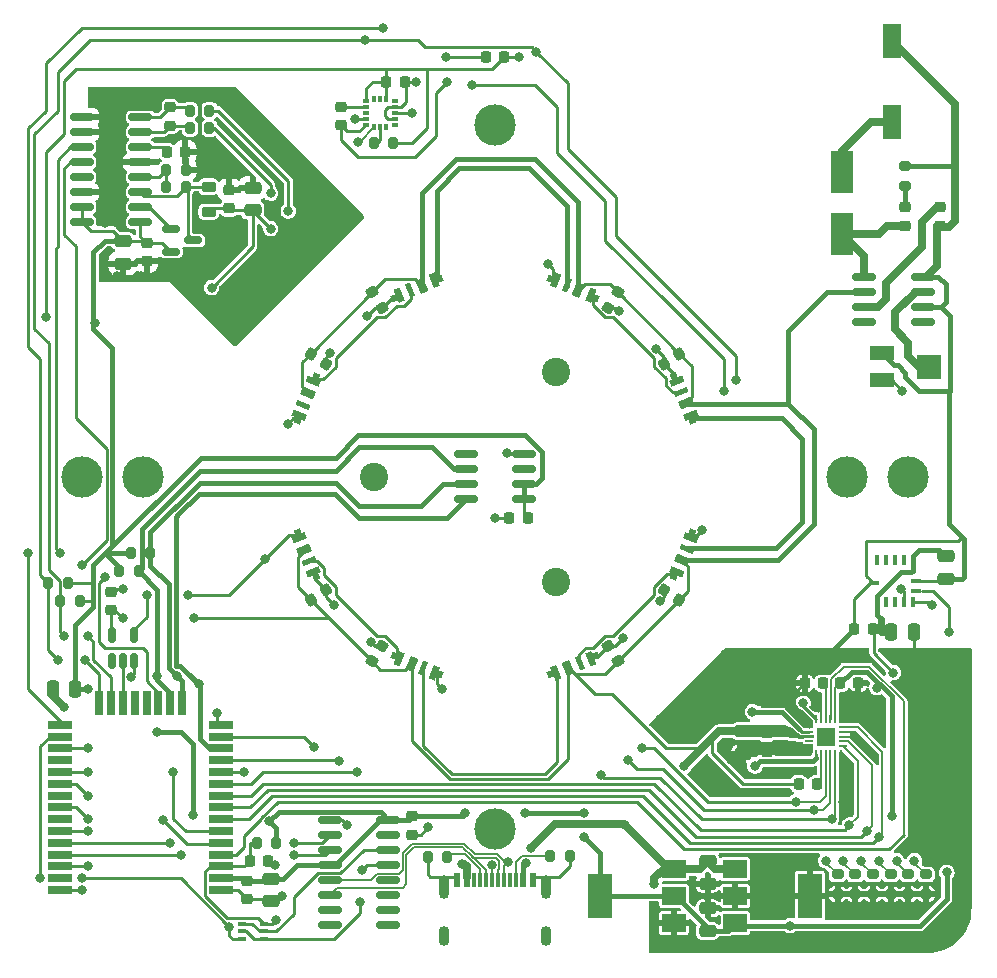
<source format=gbr>
%TF.GenerationSoftware,KiCad,Pcbnew,(6.0.10)*%
%TF.CreationDate,2023-01-22T12:58:48+02:00*%
%TF.ProjectId,view_base,76696577-5f62-4617-9365-2e6b69636164,rev?*%
%TF.SameCoordinates,Original*%
%TF.FileFunction,Copper,L1,Top*%
%TF.FilePolarity,Positive*%
%FSLAX46Y46*%
G04 Gerber Fmt 4.6, Leading zero omitted, Abs format (unit mm)*
G04 Created by KiCad (PCBNEW (6.0.10)) date 2023-01-22 12:58:48*
%MOMM*%
%LPD*%
G01*
G04 APERTURE LIST*
G04 Aperture macros list*
%AMRoundRect*
0 Rectangle with rounded corners*
0 $1 Rounding radius*
0 $2 $3 $4 $5 $6 $7 $8 $9 X,Y pos of 4 corners*
0 Add a 4 corners polygon primitive as box body*
4,1,4,$2,$3,$4,$5,$6,$7,$8,$9,$2,$3,0*
0 Add four circle primitives for the rounded corners*
1,1,$1+$1,$2,$3*
1,1,$1+$1,$4,$5*
1,1,$1+$1,$6,$7*
1,1,$1+$1,$8,$9*
0 Add four rect primitives between the rounded corners*
20,1,$1+$1,$2,$3,$4,$5,0*
20,1,$1+$1,$4,$5,$6,$7,0*
20,1,$1+$1,$6,$7,$8,$9,0*
20,1,$1+$1,$8,$9,$2,$3,0*%
%AMRotRect*
0 Rectangle, with rotation*
0 The origin of the aperture is its center*
0 $1 length*
0 $2 width*
0 $3 Rotation angle, in degrees counterclockwise*
0 Add horizontal line*
21,1,$1,$2,0,0,$3*%
%AMFreePoly0*
4,1,9,0.499999,-0.675000,-0.050000,-0.675000,-0.050000,-0.275000,-0.500000,-0.275000,-0.500000,0.275000,-0.050000,0.275000,-0.050000,0.525000,0.500000,0.525000,0.499999,-0.675000,0.499999,-0.675000,$1*%
%AMFreePoly1*
4,1,9,0.050000,0.275000,0.500000,0.275000,0.500000,-0.275000,0.050000,-0.275000,0.050000,-0.675000,-0.500000,-0.675000,-0.500000,0.525000,0.050000,0.525000,0.050000,0.275000,0.050000,0.275000,$1*%
G04 Aperture macros list end*
%TA.AperFunction,SMDPad,CuDef*%
%ADD10R,1.850000X3.600000*%
%TD*%
%TA.AperFunction,SMDPad,CuDef*%
%ADD11R,0.600000X0.300000*%
%TD*%
%TA.AperFunction,SMDPad,CuDef*%
%ADD12R,0.300000X0.600000*%
%TD*%
%TA.AperFunction,SMDPad,CuDef*%
%ADD13R,0.805000X0.400000*%
%TD*%
%TA.AperFunction,SMDPad,CuDef*%
%ADD14R,0.350000X0.805000*%
%TD*%
%TA.AperFunction,SMDPad,CuDef*%
%ADD15R,1.600000X2.900000*%
%TD*%
%TA.AperFunction,SMDPad,CuDef*%
%ADD16R,2.000000X1.300000*%
%TD*%
%TA.AperFunction,SMDPad,CuDef*%
%ADD17R,2.000000X2.000000*%
%TD*%
%TA.AperFunction,SMDPad,CuDef*%
%ADD18RoundRect,0.225000X-0.250000X0.225000X-0.250000X-0.225000X0.250000X-0.225000X0.250000X0.225000X0*%
%TD*%
%TA.AperFunction,SMDPad,CuDef*%
%ADD19RoundRect,0.150000X0.825000X0.150000X-0.825000X0.150000X-0.825000X-0.150000X0.825000X-0.150000X0*%
%TD*%
%TA.AperFunction,SMDPad,CuDef*%
%ADD20RoundRect,0.200000X-0.275000X0.200000X-0.275000X-0.200000X0.275000X-0.200000X0.275000X0.200000X0*%
%TD*%
%TA.AperFunction,SMDPad,CuDef*%
%ADD21R,0.600000X1.160000*%
%TD*%
%TA.AperFunction,SMDPad,CuDef*%
%ADD22R,0.300000X1.160000*%
%TD*%
%TA.AperFunction,ComponentPad*%
%ADD23O,0.900000X2.000000*%
%TD*%
%TA.AperFunction,ComponentPad*%
%ADD24O,0.900000X1.700000*%
%TD*%
%TA.AperFunction,SMDPad,CuDef*%
%ADD25RoundRect,0.225000X0.250000X-0.225000X0.250000X0.225000X-0.250000X0.225000X-0.250000X-0.225000X0*%
%TD*%
%TA.AperFunction,SMDPad,CuDef*%
%ADD26RoundRect,0.225000X-0.225000X-0.250000X0.225000X-0.250000X0.225000X0.250000X-0.225000X0.250000X0*%
%TD*%
%TA.AperFunction,SMDPad,CuDef*%
%ADD27RoundRect,0.225000X0.225000X0.250000X-0.225000X0.250000X-0.225000X-0.250000X0.225000X-0.250000X0*%
%TD*%
%TA.AperFunction,SMDPad,CuDef*%
%ADD28RoundRect,0.250000X0.250000X0.475000X-0.250000X0.475000X-0.250000X-0.475000X0.250000X-0.475000X0*%
%TD*%
%TA.AperFunction,SMDPad,CuDef*%
%ADD29RoundRect,0.250000X0.475000X-0.250000X0.475000X0.250000X-0.475000X0.250000X-0.475000X-0.250000X0*%
%TD*%
%TA.AperFunction,SMDPad,CuDef*%
%ADD30R,2.000000X1.500000*%
%TD*%
%TA.AperFunction,SMDPad,CuDef*%
%ADD31R,2.000000X3.800000*%
%TD*%
%TA.AperFunction,SMDPad,CuDef*%
%ADD32RoundRect,0.200000X0.200000X0.275000X-0.200000X0.275000X-0.200000X-0.275000X0.200000X-0.275000X0*%
%TD*%
%TA.AperFunction,SMDPad,CuDef*%
%ADD33RoundRect,0.225000X0.082580X-0.326045X0.332913X0.047898X-0.082580X0.326045X-0.332913X-0.047898X0*%
%TD*%
%TA.AperFunction,ComponentPad*%
%ADD34C,2.400000*%
%TD*%
%TA.AperFunction,ComponentPad*%
%ADD35C,3.500000*%
%TD*%
%TA.AperFunction,SMDPad,CuDef*%
%ADD36FreePoly0,337.500000*%
%TD*%
%TA.AperFunction,SMDPad,CuDef*%
%ADD37RotRect,0.700000X1.200000X337.500000*%
%TD*%
%TA.AperFunction,SMDPad,CuDef*%
%ADD38RotRect,0.450000X1.200000X337.500000*%
%TD*%
%TA.AperFunction,SMDPad,CuDef*%
%ADD39FreePoly1,337.500000*%
%TD*%
%TA.AperFunction,SMDPad,CuDef*%
%ADD40RoundRect,0.225000X-0.048479X-0.332829X0.325901X-0.083149X0.048479X0.332829X-0.325901X0.083149X0*%
%TD*%
%TA.AperFunction,SMDPad,CuDef*%
%ADD41FreePoly0,292.500000*%
%TD*%
%TA.AperFunction,SMDPad,CuDef*%
%ADD42RotRect,0.700000X1.200000X292.500000*%
%TD*%
%TA.AperFunction,SMDPad,CuDef*%
%ADD43RotRect,0.450000X1.200000X292.500000*%
%TD*%
%TA.AperFunction,SMDPad,CuDef*%
%ADD44FreePoly1,292.500000*%
%TD*%
%TA.AperFunction,SMDPad,CuDef*%
%ADD45RoundRect,0.200000X-0.200000X-0.275000X0.200000X-0.275000X0.200000X0.275000X-0.200000X0.275000X0*%
%TD*%
%TA.AperFunction,SMDPad,CuDef*%
%ADD46R,2.100000X0.700000*%
%TD*%
%TA.AperFunction,SMDPad,CuDef*%
%ADD47R,0.700000X2.100000*%
%TD*%
%TA.AperFunction,SMDPad,CuDef*%
%ADD48RoundRect,0.250000X-0.475000X0.250000X-0.475000X-0.250000X0.475000X-0.250000X0.475000X0.250000X0*%
%TD*%
%TA.AperFunction,SMDPad,CuDef*%
%ADD49RoundRect,0.150000X-0.587500X-0.150000X0.587500X-0.150000X0.587500X0.150000X-0.587500X0.150000X0*%
%TD*%
%TA.AperFunction,SMDPad,CuDef*%
%ADD50R,0.650000X0.400000*%
%TD*%
%TA.AperFunction,SMDPad,CuDef*%
%ADD51RoundRect,0.150000X-0.825000X-0.150000X0.825000X-0.150000X0.825000X0.150000X-0.825000X0.150000X0*%
%TD*%
%TA.AperFunction,SMDPad,CuDef*%
%ADD52RoundRect,0.150000X0.150000X-0.512500X0.150000X0.512500X-0.150000X0.512500X-0.150000X-0.512500X0*%
%TD*%
%TA.AperFunction,SMDPad,CuDef*%
%ADD53RoundRect,0.225000X-0.332829X0.048479X-0.083149X-0.325901X0.332829X-0.048479X0.083149X0.325901X0*%
%TD*%
%TA.AperFunction,SMDPad,CuDef*%
%ADD54FreePoly0,202.500000*%
%TD*%
%TA.AperFunction,SMDPad,CuDef*%
%ADD55RotRect,0.700000X1.200000X202.500000*%
%TD*%
%TA.AperFunction,SMDPad,CuDef*%
%ADD56RotRect,0.450000X1.200000X202.500000*%
%TD*%
%TA.AperFunction,SMDPad,CuDef*%
%ADD57FreePoly1,202.500000*%
%TD*%
%TA.AperFunction,SMDPad,CuDef*%
%ADD58FreePoly0,247.500000*%
%TD*%
%TA.AperFunction,SMDPad,CuDef*%
%ADD59RotRect,0.700000X1.200000X247.500000*%
%TD*%
%TA.AperFunction,SMDPad,CuDef*%
%ADD60RotRect,0.450000X1.200000X247.500000*%
%TD*%
%TA.AperFunction,SMDPad,CuDef*%
%ADD61FreePoly1,247.500000*%
%TD*%
%TA.AperFunction,SMDPad,CuDef*%
%ADD62RoundRect,0.225000X-0.326045X-0.082580X0.047898X-0.332913X0.326045X0.082580X-0.047898X0.332913X0*%
%TD*%
%TA.AperFunction,SMDPad,CuDef*%
%ADD63RoundRect,0.218750X-0.381250X0.218750X-0.381250X-0.218750X0.381250X-0.218750X0.381250X0.218750X0*%
%TD*%
%TA.AperFunction,SMDPad,CuDef*%
%ADD64RoundRect,0.050000X0.050000X-0.300000X0.050000X0.300000X-0.050000X0.300000X-0.050000X-0.300000X0*%
%TD*%
%TA.AperFunction,SMDPad,CuDef*%
%ADD65RoundRect,0.050000X0.300000X-0.050000X0.300000X0.050000X-0.300000X0.050000X-0.300000X-0.050000X0*%
%TD*%
%TA.AperFunction,ComponentPad*%
%ADD66C,0.600000*%
%TD*%
%TA.AperFunction,SMDPad,CuDef*%
%ADD67R,1.500000X1.500000*%
%TD*%
%TA.AperFunction,SMDPad,CuDef*%
%ADD68RoundRect,0.225000X0.048479X0.332829X-0.325901X0.083149X-0.048479X-0.332829X0.325901X-0.083149X0*%
%TD*%
%TA.AperFunction,SMDPad,CuDef*%
%ADD69FreePoly0,112.500000*%
%TD*%
%TA.AperFunction,SMDPad,CuDef*%
%ADD70RotRect,0.700000X1.200000X112.500000*%
%TD*%
%TA.AperFunction,SMDPad,CuDef*%
%ADD71RotRect,0.450000X1.200000X112.500000*%
%TD*%
%TA.AperFunction,SMDPad,CuDef*%
%ADD72FreePoly1,112.500000*%
%TD*%
%TA.AperFunction,SMDPad,CuDef*%
%ADD73RoundRect,0.225000X0.332829X-0.048479X0.083149X0.325901X-0.332829X0.048479X-0.083149X-0.325901X0*%
%TD*%
%TA.AperFunction,SMDPad,CuDef*%
%ADD74RoundRect,0.225000X-0.082580X0.326045X-0.332913X-0.047898X0.082580X-0.326045X0.332913X0.047898X0*%
%TD*%
%TA.AperFunction,SMDPad,CuDef*%
%ADD75FreePoly0,157.500000*%
%TD*%
%TA.AperFunction,SMDPad,CuDef*%
%ADD76RotRect,0.700000X1.200000X157.500000*%
%TD*%
%TA.AperFunction,SMDPad,CuDef*%
%ADD77RotRect,0.450000X1.200000X157.500000*%
%TD*%
%TA.AperFunction,SMDPad,CuDef*%
%ADD78FreePoly1,157.500000*%
%TD*%
%TA.AperFunction,SMDPad,CuDef*%
%ADD79FreePoly0,67.500000*%
%TD*%
%TA.AperFunction,SMDPad,CuDef*%
%ADD80RotRect,0.700000X1.200000X67.500000*%
%TD*%
%TA.AperFunction,SMDPad,CuDef*%
%ADD81RotRect,0.450000X1.200000X67.500000*%
%TD*%
%TA.AperFunction,SMDPad,CuDef*%
%ADD82FreePoly1,67.500000*%
%TD*%
%TA.AperFunction,SMDPad,CuDef*%
%ADD83RoundRect,0.225000X0.326045X0.082580X-0.047898X0.332913X-0.326045X-0.082580X0.047898X-0.332913X0*%
%TD*%
%TA.AperFunction,SMDPad,CuDef*%
%ADD84FreePoly0,22.500000*%
%TD*%
%TA.AperFunction,SMDPad,CuDef*%
%ADD85RotRect,0.700000X1.200000X22.500000*%
%TD*%
%TA.AperFunction,SMDPad,CuDef*%
%ADD86RotRect,0.450000X1.200000X22.500000*%
%TD*%
%TA.AperFunction,SMDPad,CuDef*%
%ADD87FreePoly1,22.500000*%
%TD*%
%TA.AperFunction,ViaPad*%
%ADD88C,0.800000*%
%TD*%
%TA.AperFunction,Conductor*%
%ADD89C,0.250000*%
%TD*%
%TA.AperFunction,Conductor*%
%ADD90C,0.150000*%
%TD*%
%TA.AperFunction,Conductor*%
%ADD91C,0.400000*%
%TD*%
%TA.AperFunction,Conductor*%
%ADD92C,0.600000*%
%TD*%
%TA.AperFunction,Conductor*%
%ADD93C,0.650000*%
%TD*%
G04 APERTURE END LIST*
D10*
%TO.P,C37,1*%
%TO.N,Net-(LS1-PadP)*%
X129413000Y-74185000D03*
%TO.P,C37,2*%
%TO.N,Net-(C36-Pad2)*%
X129413000Y-79485000D03*
%TD*%
D11*
%TO.P,AC1,1,VDDIO*%
%TO.N,+3.3V*%
X89097000Y-68215000D03*
%TO.P,AC1,2,BYP*%
%TO.N,Net-(AC1-Pad2)*%
X89097000Y-68715000D03*
%TO.P,AC1,3,DNC*%
%TO.N,unconnected-(AC1-Pad3)*%
X89097000Y-69215000D03*
%TO.P,AC1,4,SCL*%
%TO.N,/SCL*%
X89097000Y-69715000D03*
%TO.P,AC1,5,GND_1*%
%TO.N,GND*%
X89097000Y-70215000D03*
D12*
%TO.P,AC1,6,SDA*%
%TO.N,/SDA*%
X89797000Y-70415000D03*
%TO.P,AC1,7,SA0*%
%TO.N,Net-(AC1-Pad7)*%
X90297000Y-70415000D03*
%TO.P,AC1,8,NC_1*%
%TO.N,unconnected-(AC1-Pad8)*%
X90797000Y-70415000D03*
D11*
%TO.P,AC1,9,INT2*%
%TO.N,/ACL_INT2*%
X91497000Y-70215000D03*
%TO.P,AC1,10,GND_2*%
%TO.N,GND*%
X91497000Y-69715000D03*
%TO.P,AC1,11,INT1*%
%TO.N,/ACL_INT1*%
X91497000Y-69215000D03*
%TO.P,AC1,12,GND_3*%
%TO.N,GND*%
X91497000Y-68715000D03*
%TO.P,AC1,13,NC_2*%
%TO.N,unconnected-(AC1-Pad13)*%
X91497000Y-68215000D03*
D12*
%TO.P,AC1,14,VDD*%
%TO.N,+3.3V*%
X90797000Y-68015000D03*
%TO.P,AC1,15,NC_3*%
%TO.N,unconnected-(AC1-Pad15)*%
X90297000Y-68015000D03*
%TO.P,AC1,16,NC_4*%
%TO.N,unconnected-(AC1-Pad16)*%
X89797000Y-68015000D03*
%TD*%
D13*
%TO.P,U11,13,GND_2*%
%TO.N,GND*%
X135630000Y-108839000D03*
%TO.P,U11,12,GND_1*%
X132086000Y-109014000D03*
D14*
%TO.P,U11,11,NC_4*%
%TO.N,unconnected-(IC1-Pad11)*%
X132358000Y-107067000D03*
%TO.P,U11,10,NC_3*%
%TO.N,unconnected-(IC1-Pad10)*%
X133108000Y-107067000D03*
%TO.P,U11,9,NC_2*%
%TO.N,unconnected-(IC1-Pad9)*%
X133858000Y-107067000D03*
%TO.P,U11,8,NC_1*%
%TO.N,unconnected-(IC1-Pad8)*%
X134608000Y-107067000D03*
%TO.P,U11,7,VDD*%
%TO.N,+3.3V*%
X135358000Y-107067000D03*
D13*
%TO.P,U11,6,INT*%
%TO.N,/PRX_INT*%
X135630000Y-109639000D03*
D14*
%TO.P,U11,5,SCL*%
%TO.N,/SCL*%
X135358000Y-110611000D03*
%TO.P,U11,4,SDA*%
%TO.N,/SDA*%
X134608000Y-110611000D03*
%TO.P,U11,3,IR_CATHODE_*%
%TO.N,unconnected-(IC1-Pad3)*%
X133858000Y-110611000D03*
%TO.P,U11,2,IR_CATHODE*%
%TO.N,unconnected-(IC1-Pad2)*%
X133108000Y-110611000D03*
%TO.P,U11,1,IR_ANODE*%
%TO.N,+3.3V*%
X132358000Y-110611000D03*
%TD*%
D15*
%TO.P,LS1,P*%
%TO.N,Net-(LS1-PadP)*%
X133604000Y-69998000D03*
%TO.P,LS1,N*%
%TO.N,GND*%
X133604000Y-63098000D03*
%TD*%
D16*
%TO.P,R19,1,1*%
%TO.N,/DAC2*%
X132747000Y-91828000D03*
D17*
%TO.P,R19,2,2*%
%TO.N,Net-(U10-Pad3)*%
X136747000Y-90678000D03*
D16*
%TO.P,R19,3,3*%
%TO.N,GND*%
X132747000Y-89528000D03*
%TD*%
D18*
%TO.P,C35,1*%
%TO.N,Net-(C35-Pad1)*%
X137668000Y-77203000D03*
%TO.P,C35,2*%
%TO.N,GND*%
X137668000Y-78753000D03*
%TD*%
%TO.P,C36,1*%
%TO.N,Net-(C36-Pad1)*%
X134747000Y-77203000D03*
%TO.P,C36,2*%
%TO.N,Net-(C36-Pad2)*%
X134747000Y-78753000D03*
%TD*%
D19*
%TO.P,U10,1,GAIN*%
%TO.N,unconnected-(U10-Pad1)*%
X136206000Y-86868000D03*
%TO.P,U10,2,-*%
%TO.N,GND*%
X136206000Y-85598000D03*
%TO.P,U10,3,+*%
%TO.N,Net-(U10-Pad3)*%
X136206000Y-84328000D03*
%TO.P,U10,4,GND*%
%TO.N,GND*%
X136206000Y-83058000D03*
%TO.P,U10,5*%
%TO.N,Net-(C36-Pad2)*%
X131256000Y-83058000D03*
%TO.P,U10,6,V+*%
%TO.N,+5V*%
X131256000Y-84328000D03*
%TO.P,U10,7,BYPASS*%
%TO.N,Net-(C35-Pad1)*%
X131256000Y-85598000D03*
%TO.P,U10,8,GAIN*%
%TO.N,unconnected-(U10-Pad8)*%
X131256000Y-86868000D03*
%TD*%
D20*
%TO.P,R20,1*%
%TO.N,GND*%
X134747000Y-73724000D03*
%TO.P,R20,2*%
%TO.N,Net-(C36-Pad1)*%
X134747000Y-75374000D03*
%TD*%
D21*
%TO.P,J2,A1,GND*%
%TO.N,GND*%
X96800000Y-134142000D03*
%TO.P,J2,A4,VBUS*%
%TO.N,+5V*%
X97600000Y-134142000D03*
D22*
%TO.P,J2,A5,CC1*%
%TO.N,/USB_CC1*%
X98750000Y-134142000D03*
%TO.P,J2,A6,D+*%
%TO.N,/USB_D+*%
X99750000Y-134142000D03*
%TO.P,J2,A7,D-*%
%TO.N,/USB_D-*%
X100250000Y-134142000D03*
%TO.P,J2,A8,SBU1*%
%TO.N,unconnected-(J2-PadA8)*%
X101250000Y-134142000D03*
D21*
%TO.P,J2,A9,VBUS*%
%TO.N,+5V*%
X102400000Y-134142000D03*
%TO.P,J2,A12,GND*%
%TO.N,GND*%
X103200000Y-134142000D03*
%TO.P,J2,B1,GND*%
X103200000Y-134142000D03*
%TO.P,J2,B4,VBUS*%
%TO.N,+5V*%
X102400000Y-134142000D03*
D22*
%TO.P,J2,B5,CC2*%
%TO.N,/USB_CC2*%
X101750000Y-134142000D03*
%TO.P,J2,B6,D+*%
%TO.N,/USB_D+*%
X100750000Y-134142000D03*
%TO.P,J2,B7,D-*%
%TO.N,/USB_D-*%
X99250000Y-134142000D03*
%TO.P,J2,B8,SBU2*%
%TO.N,unconnected-(J2-PadB8)*%
X98250000Y-134142000D03*
D21*
%TO.P,J2,B9,VBUS*%
%TO.N,+5V*%
X97600000Y-134142000D03*
%TO.P,J2,B12,GND*%
%TO.N,GND*%
X96800000Y-134142000D03*
D23*
%TO.P,J2,S1,SHIELD*%
X95680000Y-134722000D03*
D24*
X95680000Y-138892000D03*
D23*
X104320000Y-134722000D03*
D24*
X104320000Y-138892000D03*
%TD*%
D25*
%TO.P,C30,1*%
%TO.N,GND*%
X86995000Y-70244000D03*
%TO.P,C30,2*%
%TO.N,Net-(AC1-Pad2)*%
X86995000Y-68694000D03*
%TD*%
D26*
%TO.P,C31,1*%
%TO.N,+3.3V*%
X90792000Y-66548000D03*
%TO.P,C31,2*%
%TO.N,GND*%
X92342000Y-66548000D03*
%TD*%
D27*
%TO.P,C33,2*%
%TO.N,GND*%
X130416000Y-112903000D03*
%TO.P,C33,1*%
%TO.N,+3.3V*%
X131966000Y-112903000D03*
%TD*%
D28*
%TO.P,C32,1*%
%TO.N,GND*%
X135443000Y-113157000D03*
%TO.P,C32,2*%
%TO.N,+3.3V*%
X133543000Y-113157000D03*
%TD*%
D29*
%TO.P,C34,1*%
%TO.N,GND*%
X138176000Y-108646000D03*
%TO.P,C34,2*%
%TO.N,+3.3V*%
X138176000Y-106746000D03*
%TD*%
D30*
%TO.P,U9,1,GND*%
%TO.N,GND*%
X115150000Y-137800000D03*
D31*
%TO.P,U9,2,Output*%
%TO.N,+3.3V*%
X108850000Y-135500000D03*
D30*
X115150000Y-135500000D03*
%TO.P,U9,3,Input*%
%TO.N,+5V*%
X115150000Y-133200000D03*
%TD*%
%TO.P,U6,1,VI*%
%TO.N,+5V*%
X120350000Y-133200000D03*
D31*
%TO.P,U6,2,GND*%
%TO.N,GND*%
X126650000Y-135500000D03*
D30*
X120350000Y-135500000D03*
%TO.P,U6,3,VO*%
%TO.N,+3.3V*%
X120350000Y-137800000D03*
%TD*%
D32*
%TO.P,R18,2*%
%TO.N,Net-(AC1-Pad7)*%
X89726000Y-71755000D03*
%TO.P,R18,1*%
%TO.N,+3.3V*%
X91376000Y-71755000D03*
%TD*%
D33*
%TO.P,C2,1*%
%TO.N,+5V*%
X89568871Y-115611013D03*
%TO.P,C2,2*%
%TO.N,GND*%
X90431129Y-114322987D03*
%TD*%
D34*
%TO.P,H3,1,1*%
%TO.N,unconnected-(H3-Pad1)*%
X105125427Y-91122500D03*
%TD*%
%TO.P,H1,1,1*%
%TO.N,unconnected-(H1-Pad1)*%
X105125427Y-108877499D03*
%TD*%
%TO.P,H2,1,1*%
%TO.N,unconnected-(H2-Pad1)*%
X89749146Y-100000000D03*
%TD*%
D35*
%TO.P,H4,1,1*%
%TO.N,unconnected-(H4-Pad1)*%
X100000000Y-129800000D03*
%TD*%
%TO.P,H5,1,1*%
%TO.N,unconnected-(H5-Pad1)*%
X70200000Y-100000000D03*
%TD*%
%TO.P,H6,1,1*%
%TO.N,unconnected-(H6-Pad1)*%
X100000000Y-70200000D03*
%TD*%
D36*
%TO.P,D2,1,DIN*%
%TO.N,Net-(D1-Pad3)*%
X91735336Y-115248051D03*
D37*
%TO.P,D2,2,VDD*%
%TO.N,+5V*%
X92953872Y-115833965D03*
D38*
%TO.P,D2,3,DOUT*%
%TO.N,Net-(D2-Pad3)*%
X93900849Y-116226215D03*
D39*
%TO.P,D2,4,VSS*%
%TO.N,GND*%
X95061302Y-116625711D03*
%TD*%
D35*
%TO.P,H7,1,1*%
%TO.N,unconnected-(H7-Pad1)*%
X129800000Y-100000000D03*
%TD*%
D40*
%TO.P,C1,1*%
%TO.N,+5V*%
X84388236Y-110430004D03*
%TO.P,C1,2*%
%TO.N,GND*%
X85677764Y-109569996D03*
%TD*%
D41*
%TO.P,D1,1,DIN*%
%TO.N,/LED_DATA_5V*%
X83374000Y-104938000D03*
D42*
%TO.P,D1,2,VDD*%
%TO.N,+5V*%
X83821332Y-106213938D03*
D43*
%TO.P,D1,3,DOUT*%
%TO.N,Net-(D1-Pad3)*%
X84213582Y-107160915D03*
D44*
%TO.P,D1,4,VSS*%
%TO.N,GND*%
X84751660Y-108263966D03*
%TD*%
D32*
%TO.P,R1,2*%
%TO.N,GND*%
X94298000Y-132207000D03*
%TO.P,R1,1*%
%TO.N,/USB_CC1*%
X95948000Y-132207000D03*
%TD*%
D45*
%TO.P,R2,1*%
%TO.N,/USB_CC2*%
X104675000Y-132080000D03*
%TO.P,R2,2*%
%TO.N,GND*%
X106325000Y-132080000D03*
%TD*%
D46*
%TO.P,U2,1,GND*%
%TO.N,GND*%
X76800000Y-135000000D03*
%TO.P,U2,2,3V3*%
%TO.N,+3.3V*%
X76800000Y-134000000D03*
%TO.P,U2,3,EN*%
%TO.N,/ESP32_EN*%
X76800000Y-133000000D03*
%TO.P,U2,4,IO36/SVP*%
%TO.N,/TMC_DIAG*%
X76800000Y-132000000D03*
%TO.P,U2,5,IO39/SVN*%
%TO.N,/PRX_INT*%
X76800000Y-131000000D03*
%TO.P,U2,6,IO34*%
%TO.N,/ACL_INT1*%
X76800000Y-130000000D03*
%TO.P,U2,7,IO35*%
%TO.N,/TMC_VL*%
X76800000Y-129000000D03*
%TO.P,U2,8,IO32*%
%TO.N,/TMC_WL*%
X76800000Y-128000000D03*
%TO.P,U2,9,IO33*%
%TO.N,/TMC_UL*%
X76800000Y-127000000D03*
%TO.P,U2,10,IO25*%
%TO.N,/TMC_UH*%
X76800000Y-126000000D03*
%TO.P,U2,11,IO26*%
%TO.N,/DAC2*%
X76800000Y-125000000D03*
%TO.P,U2,12,IO27*%
%TO.N,/TMC_VH*%
X76800000Y-124000000D03*
%TO.P,U2,13,IO14*%
%TO.N,/MAG_CSN*%
X76800000Y-123000000D03*
%TO.P,U2,14,IO12*%
%TO.N,/TMC_WH*%
X76800000Y-122000000D03*
%TO.P,U2,15,GND*%
%TO.N,GND*%
X76800000Y-121000000D03*
D47*
%TO.P,U2,16,IO13*%
%TO.N,/MAG_CLK*%
X73500000Y-119200000D03*
%TO.P,U2,17,IO37*%
%TO.N,/MAG_DO*%
X72500000Y-119200000D03*
%TO.P,U2,18,IO38*%
%TO.N,/STRAIN_DO*%
X71500000Y-119200000D03*
%TO.P,U2,19,NC*%
%TO.N,unconnected-(U2-Pad19)*%
X70500000Y-119200000D03*
%TO.P,U2,20,NC*%
%TO.N,unconnected-(U2-Pad20)*%
X69500000Y-119200000D03*
%TO.P,U2,21,IO7*%
%TO.N,/LED_DATA_3V3*%
X68500000Y-119200000D03*
%TO.P,U2,22,IO8*%
%TO.N,/SCL*%
X67500000Y-119200000D03*
%TO.P,U2,23,IO15*%
%TO.N,/SDA*%
X66500000Y-119200000D03*
D46*
%TO.P,U2,24,IO2*%
%TO.N,/STRAIN_SCK*%
X63200000Y-121000000D03*
%TO.P,U2,25,IO0*%
%TO.N,/ESP32_BOOT*%
X63200000Y-122000000D03*
%TO.P,U2,26,IO4*%
%TO.N,/LCD_RST*%
X63200000Y-123000000D03*
%TO.P,U2,27,NC*%
%TO.N,unconnected-(U2-Pad27)*%
X63200000Y-124000000D03*
%TO.P,U2,28,IO20*%
%TO.N,/LCD_SCK*%
X63200000Y-125000000D03*
%TO.P,U2,29,IO5*%
%TO.N,/LCD_DATA*%
X63200000Y-126000000D03*
%TO.P,U2,30,NC*%
%TO.N,unconnected-(U2-Pad30)*%
X63200000Y-127000000D03*
%TO.P,U2,31,IO19*%
%TO.N,/LCD_BACKLIGHT*%
X63200000Y-128000000D03*
%TO.P,U2,32,VDD_SDIO*%
%TO.N,unconnected-(U2-Pad32)*%
X63200000Y-129000000D03*
%TO.P,U2,33,IO21*%
%TO.N,/LCD_CS*%
X63200000Y-130000000D03*
%TO.P,U2,34,RXD*%
%TO.N,/USB_SERIAL_TXO*%
X63200000Y-131000000D03*
%TO.P,U2,35,TXD*%
%TO.N,/USB_SERIAL_RXI*%
X63200000Y-132000000D03*
%TO.P,U2,36,IO22*%
%TO.N,/LCD_CMD*%
X63200000Y-133000000D03*
%TO.P,U2,37,NC*%
%TO.N,unconnected-(U2-Pad37)*%
X63200000Y-134000000D03*
%TO.P,U2,38,GND*%
%TO.N,GND*%
X63200000Y-135000000D03*
%TD*%
D18*
%TO.P,C11,1*%
%TO.N,+3.3V*%
X93000000Y-128765000D03*
%TO.P,C11,2*%
%TO.N,GND*%
X93000000Y-130315000D03*
%TD*%
D48*
%TO.P,C13,1*%
%TO.N,+5V*%
X121000000Y-121550000D03*
%TO.P,C13,2*%
%TO.N,GND*%
X121000000Y-123450000D03*
%TD*%
D18*
%TO.P,C14,1*%
%TO.N,+5V*%
X123000000Y-121725000D03*
%TO.P,C14,2*%
%TO.N,GND*%
X123000000Y-123275000D03*
%TD*%
D26*
%TO.P,C15,1*%
%TO.N,+5V*%
X125725000Y-126000000D03*
%TO.P,C15,2*%
%TO.N,Net-(C15-Pad2)*%
X127275000Y-126000000D03*
%TD*%
D48*
%TO.P,C16,1*%
%TO.N,+3.3V*%
X68500000Y-80050000D03*
%TO.P,C16,2*%
%TO.N,GNDA*%
X68500000Y-81950000D03*
%TD*%
D26*
%TO.P,C17,1*%
%TO.N,+3.3V*%
X129225000Y-117500000D03*
%TO.P,C17,2*%
%TO.N,GND*%
X130775000Y-117500000D03*
%TD*%
D29*
%TO.P,C18,1*%
%TO.N,/STRAIN_E+*%
X79500000Y-77450000D03*
%TO.P,C18,2*%
%TO.N,GNDA*%
X79500000Y-75550000D03*
%TD*%
D27*
%TO.P,C22,1*%
%TO.N,GNDA*%
X73775000Y-72500000D03*
%TO.P,C22,2*%
%TO.N,Net-(C22-Pad2)*%
X72225000Y-72500000D03*
%TD*%
D49*
%TO.P,Q1,1,B*%
%TO.N,Net-(Q1-Pad1)*%
X72562500Y-79050000D03*
%TO.P,Q1,2,E*%
%TO.N,+3.3V*%
X72562500Y-80950000D03*
%TO.P,Q1,3,C*%
%TO.N,Net-(L1-Pad1)*%
X74437500Y-80000000D03*
%TD*%
D45*
%TO.P,R4,1*%
%TO.N,Net-(R3-Pad2)*%
X72175000Y-74000000D03*
%TO.P,R4,2*%
%TO.N,GNDA*%
X73825000Y-74000000D03*
%TD*%
%TO.P,R5,1*%
%TO.N,Net-(C23-Pad2)*%
X74175000Y-70500000D03*
%TO.P,R5,2*%
%TO.N,/STRAIN_S-*%
X75825000Y-70500000D03*
%TD*%
D28*
%TO.P,C26,1*%
%TO.N,+3.3V*%
X64450000Y-118000000D03*
%TO.P,C26,2*%
%TO.N,GND*%
X62550000Y-118000000D03*
%TD*%
D50*
%TO.P,Q2,1,E1*%
%TO.N,/RTS*%
X78550000Y-137850000D03*
%TO.P,Q2,2,B1*%
%TO.N,/DTR*%
X78550000Y-138500000D03*
%TO.P,Q2,3,C2*%
%TO.N,/ESP32_BOOT*%
X78550000Y-139150000D03*
%TO.P,Q2,4,E2*%
%TO.N,/DTR*%
X80450000Y-139150000D03*
%TO.P,Q2,5,B2*%
%TO.N,/RTS*%
X80450000Y-138500000D03*
%TO.P,Q2,6,C1*%
%TO.N,/ESP32_EN*%
X80450000Y-137850000D03*
%TD*%
D51*
%TO.P,U3,1,GND*%
%TO.N,GND*%
X86025000Y-129055000D03*
%TO.P,U3,2,TXD*%
%TO.N,/USB_SERIAL_TXO*%
X86025000Y-130325000D03*
%TO.P,U3,3,RXD*%
%TO.N,/USB_SERIAL_RXI*%
X86025000Y-131595000D03*
%TO.P,U3,4,V3*%
%TO.N,+3.3V*%
X86025000Y-132865000D03*
%TO.P,U3,5,UD+*%
%TO.N,/USB_D+*%
X86025000Y-134135000D03*
%TO.P,U3,6,UD-*%
%TO.N,/USB_D-*%
X86025000Y-135405000D03*
%TO.P,U3,7,NC*%
%TO.N,unconnected-(U3-Pad7)*%
X86025000Y-136675000D03*
%TO.P,U3,8,NC*%
%TO.N,unconnected-(U3-Pad8)*%
X86025000Y-137945000D03*
%TO.P,U3,9,~{CTS}*%
%TO.N,unconnected-(U3-Pad9)*%
X90975000Y-137945000D03*
%TO.P,U3,10,~{DSR}*%
%TO.N,unconnected-(U3-Pad10)*%
X90975000Y-136675000D03*
%TO.P,U3,11,~{RI}*%
%TO.N,unconnected-(U3-Pad11)*%
X90975000Y-135405000D03*
%TO.P,U3,12,~{DCD}*%
%TO.N,unconnected-(U3-Pad12)*%
X90975000Y-134135000D03*
%TO.P,U3,13,~{DTR}*%
%TO.N,/DTR*%
X90975000Y-132865000D03*
%TO.P,U3,14,~{RTS}*%
%TO.N,/RTS*%
X90975000Y-131595000D03*
%TO.P,U3,15,R232*%
%TO.N,unconnected-(U3-Pad15)*%
X90975000Y-130325000D03*
%TO.P,U3,16,VCC*%
%TO.N,+3.3V*%
X90975000Y-129055000D03*
%TD*%
D18*
%TO.P,C12,1*%
%TO.N,+3.3V*%
X70500000Y-80225000D03*
%TO.P,C12,2*%
%TO.N,GNDA*%
X70500000Y-81775000D03*
%TD*%
D52*
%TO.P,U7,1,NC*%
%TO.N,unconnected-(U7-Pad1)*%
X67550000Y-115637500D03*
%TO.P,U7,2,A*%
%TO.N,/LED_DATA_3V3*%
X68500000Y-115637500D03*
%TO.P,U7,3,GND*%
%TO.N,GND*%
X69450000Y-115637500D03*
%TO.P,U7,4,Y*%
%TO.N,/LED_DATA_5V*%
X69450000Y-113362500D03*
%TO.P,U7,5,VCC*%
%TO.N,+5V*%
X67550000Y-113362500D03*
%TD*%
D53*
%TO.P,C7,1*%
%TO.N,+5V*%
X89569996Y-84388236D03*
%TO.P,C7,2*%
%TO.N,GND*%
X90430004Y-85677764D03*
%TD*%
D54*
%TO.P,D7,1,DIN*%
%TO.N,Net-(D6-Pad3)*%
X95062000Y-83374000D03*
D55*
%TO.P,D7,2,VDD*%
%TO.N,+5V*%
X93786062Y-83821332D03*
D56*
%TO.P,D7,3,DOUT*%
%TO.N,Net-(D7-Pad3)*%
X92839085Y-84213582D03*
D57*
%TO.P,D7,4,VSS*%
%TO.N,GND*%
X91736034Y-84751660D03*
%TD*%
D58*
%TO.P,D8,1,DIN*%
%TO.N,Net-(D7-Pad3)*%
X84751949Y-91735336D03*
D59*
%TO.P,D8,2,VDD*%
%TO.N,+5V*%
X84166035Y-92953872D03*
D60*
%TO.P,D8,3,DOUT*%
%TO.N,unconnected-(D8-Pad3)*%
X83773785Y-93900849D03*
D61*
%TO.P,D8,4,VSS*%
%TO.N,GND*%
X83374289Y-95061302D03*
%TD*%
D62*
%TO.P,C8,1*%
%TO.N,+5V*%
X84388987Y-89568871D03*
%TO.P,C8,2*%
%TO.N,GND*%
X85677013Y-90431129D03*
%TD*%
D63*
%TO.P,L1,1*%
%TO.N,Net-(L1-Pad1)*%
X75750000Y-75437500D03*
%TO.P,L1,2*%
%TO.N,/STRAIN_E+*%
X75750000Y-77562500D03*
%TD*%
D64*
%TO.P,U5,1,W*%
%TO.N,Net-(J1-Pad1)*%
X127200000Y-123450000D03*
%TO.P,U5,2,VCP*%
%TO.N,Net-(C15-Pad2)*%
X127600000Y-123450000D03*
%TO.P,U5,3,UH*%
%TO.N,/TMC_UH*%
X128000000Y-123450000D03*
%TO.P,U5,4,VH*%
%TO.N,/TMC_VH*%
X128400000Y-123450000D03*
%TO.P,U5,5,WH*%
%TO.N,/TMC_WH*%
X128800000Y-123450000D03*
D65*
%TO.P,U5,6,UL*%
%TO.N,/TMC_UL*%
X129450000Y-122800000D03*
%TO.P,U5,7,WL*%
%TO.N,/TMC_WL*%
X129450000Y-122400000D03*
%TO.P,U5,8,GND*%
%TO.N,GND*%
X129450000Y-122000000D03*
%TO.P,U5,9,GND*%
X129450000Y-121600000D03*
%TO.P,U5,10,VL*%
%TO.N,/TMC_VL*%
X129450000Y-121200000D03*
D64*
%TO.P,U5,11,VIO/~{STDBY}*%
%TO.N,+3.3V*%
X128800000Y-120550000D03*
%TO.P,U5,12,DIAG*%
%TO.N,/TMC_DIAG*%
X128400000Y-120550000D03*
%TO.P,U5,13,1V8OUT*%
%TO.N,Net-(C21-Pad1)*%
X128000000Y-120550000D03*
%TO.P,U5,14,GND*%
%TO.N,GND*%
X127600000Y-120550000D03*
%TO.P,U5,15,U*%
%TO.N,Net-(J1-Pad3)*%
X127200000Y-120550000D03*
D65*
%TO.P,U5,16,BRUV*%
%TO.N,GND*%
X126550000Y-121200000D03*
%TO.P,U5,17,V*%
%TO.N,Net-(J1-Pad2)*%
X126550000Y-121600000D03*
%TO.P,U5,18,VS*%
%TO.N,+5V*%
X126550000Y-122000000D03*
%TO.P,U5,19,NC*%
%TO.N,unconnected-(U5-Pad19)*%
X126550000Y-122400000D03*
%TO.P,U5,20,BRW*%
%TO.N,GND*%
X126550000Y-122800000D03*
D66*
%TO.P,U5,PAD,PAD*%
X127500000Y-122500000D03*
D67*
X128000000Y-122000000D03*
D66*
X128500000Y-121500000D03*
X128500000Y-122500000D03*
X127500000Y-121500000D03*
%TD*%
D27*
%TO.P,C27,1*%
%TO.N,+3.3V*%
X100775000Y-64500000D03*
%TO.P,C27,2*%
%TO.N,GND*%
X99225000Y-64500000D03*
%TD*%
%TO.P,C21,1*%
%TO.N,Net-(C21-Pad1)*%
X127775000Y-117500000D03*
%TO.P,C21,2*%
%TO.N,GND*%
X126225000Y-117500000D03*
%TD*%
D32*
%TO.P,R16,1*%
%TO.N,/MAG_CLK*%
X70825000Y-106500000D03*
%TO.P,R16,2*%
%TO.N,+3.3V*%
X69175000Y-106500000D03*
%TD*%
D19*
%TO.P,U1,1,VDD*%
%TO.N,+3.3V*%
X102475000Y-101905000D03*
%TO.P,U1,2,MODE*%
X102475000Y-100635000D03*
%TO.P,U1,3,ANALOG/PWM*%
%TO.N,unconnected-(U1-Pad3)*%
X102475000Y-99365000D03*
%TO.P,U1,4,GND*%
%TO.N,GND*%
X102475000Y-98095000D03*
%TO.P,U1,5,PUSH*%
%TO.N,unconnected-(U1-Pad5)*%
X97525000Y-98095000D03*
%TO.P,U1,6,A/U/SDA/DO*%
%TO.N,/MAG_DO*%
X97525000Y-99365000D03*
%TO.P,U1,7,B/V/SCL/CLK*%
%TO.N,/MAG_CLK*%
X97525000Y-100635000D03*
%TO.P,U1,8,Z/W/CSN*%
%TO.N,/MAG_CSN*%
X97525000Y-101905000D03*
%TD*%
D27*
%TO.P,C20,1*%
%TO.N,+3.3V*%
X102775000Y-103500000D03*
%TO.P,C20,2*%
%TO.N,GND*%
X101225000Y-103500000D03*
%TD*%
D25*
%TO.P,C29,1*%
%TO.N,+5V*%
X67500000Y-111275000D03*
%TO.P,C29,2*%
%TO.N,GND*%
X67500000Y-109725000D03*
%TD*%
D45*
%TO.P,R15,1*%
%TO.N,+3.3V*%
X68175000Y-108000000D03*
%TO.P,R15,2*%
%TO.N,/MAG_DO*%
X69825000Y-108000000D03*
%TD*%
D32*
%TO.P,R14,1*%
%TO.N,+3.3V*%
X64825000Y-110500000D03*
%TO.P,R14,2*%
%TO.N,/SCL*%
X63175000Y-110500000D03*
%TD*%
%TO.P,R13,1*%
%TO.N,+3.3V*%
X63825000Y-109000000D03*
%TO.P,R13,2*%
%TO.N,/SDA*%
X62175000Y-109000000D03*
%TD*%
D19*
%TO.P,U4,1,VSUP*%
%TO.N,+3.3V*%
X69975000Y-78445000D03*
%TO.P,U4,2,BASE*%
%TO.N,Net-(Q1-Pad1)*%
X69975000Y-77175000D03*
%TO.P,U4,3,AVDD*%
%TO.N,Net-(L1-Pad1)*%
X69975000Y-75905000D03*
%TO.P,U4,4,VFB*%
%TO.N,Net-(R3-Pad2)*%
X69975000Y-74635000D03*
%TO.P,U4,5,AGND*%
%TO.N,GNDA*%
X69975000Y-73365000D03*
%TO.P,U4,6,VBG*%
%TO.N,Net-(C22-Pad2)*%
X69975000Y-72095000D03*
%TO.P,U4,7,INA-*%
%TO.N,Net-(C23-Pad2)*%
X69975000Y-70825000D03*
%TO.P,U4,8,INA+*%
%TO.N,Net-(C23-Pad1)*%
X69975000Y-69555000D03*
%TO.P,U4,9,INB-*%
%TO.N,GNDA*%
X65025000Y-69555000D03*
%TO.P,U4,10,INB+*%
X65025000Y-70825000D03*
%TO.P,U4,11,PD_SCK*%
%TO.N,/STRAIN_SCK*%
X65025000Y-72095000D03*
%TO.P,U4,12,DOUT*%
%TO.N,/STRAIN_DO*%
X65025000Y-73365000D03*
%TO.P,U4,13,XO*%
%TO.N,unconnected-(U4-Pad13)*%
X65025000Y-74635000D03*
%TO.P,U4,14,XI*%
%TO.N,GNDA*%
X65025000Y-75905000D03*
%TO.P,U4,15,RATE*%
%TO.N,+3.3V*%
X65025000Y-77175000D03*
%TO.P,U4,16,DVDD*%
X65025000Y-78445000D03*
%TD*%
D32*
%TO.P,R6,1*%
%TO.N,/STRAIN_S+*%
X75825000Y-69000000D03*
%TO.P,R6,2*%
%TO.N,Net-(C23-Pad1)*%
X74175000Y-69000000D03*
%TD*%
D25*
%TO.P,C19,1*%
%TO.N,/STRAIN_E+*%
X77500000Y-77275000D03*
%TO.P,C19,2*%
%TO.N,GNDA*%
X77500000Y-75725000D03*
%TD*%
D32*
%TO.P,R3,1*%
%TO.N,Net-(L1-Pad1)*%
X73825000Y-75500000D03*
%TO.P,R3,2*%
%TO.N,Net-(R3-Pad2)*%
X72175000Y-75500000D03*
%TD*%
D18*
%TO.P,C23,1*%
%TO.N,Net-(C23-Pad1)*%
X72500000Y-68725000D03*
%TO.P,C23,2*%
%TO.N,Net-(C23-Pad2)*%
X72500000Y-70275000D03*
%TD*%
D20*
%TO.P,R7,1*%
%TO.N,/TMC_UH*%
X129000000Y-133675000D03*
%TO.P,R7,2*%
%TO.N,GND*%
X129000000Y-135325000D03*
%TD*%
%TO.P,R8,1*%
%TO.N,/TMC_VH*%
X130500000Y-133675000D03*
%TO.P,R8,2*%
%TO.N,GND*%
X130500000Y-135325000D03*
%TD*%
%TO.P,R12,1*%
%TO.N,/TMC_VL*%
X136500000Y-133675000D03*
%TO.P,R12,2*%
%TO.N,GND*%
X136500000Y-135325000D03*
%TD*%
%TO.P,R9,1*%
%TO.N,/TMC_WH*%
X132000000Y-133675000D03*
%TO.P,R9,2*%
%TO.N,GND*%
X132000000Y-135325000D03*
%TD*%
%TO.P,R10,1*%
%TO.N,/TMC_UL*%
X133500000Y-133675000D03*
%TO.P,R10,2*%
%TO.N,GND*%
X133500000Y-135325000D03*
%TD*%
%TO.P,R11,1*%
%TO.N,/TMC_WL*%
X135000000Y-133675000D03*
%TO.P,R11,2*%
%TO.N,GND*%
X135000000Y-135325000D03*
%TD*%
D32*
%TO.P,R17,1*%
%TO.N,+3.3V*%
X81470000Y-131000000D03*
%TO.P,R17,2*%
%TO.N,/ESP32_EN*%
X79820000Y-131000000D03*
%TD*%
D26*
%TO.P,C28,1*%
%TO.N,/ESP32_EN*%
X79225000Y-132500000D03*
%TO.P,C28,2*%
%TO.N,GND*%
X80775000Y-132500000D03*
%TD*%
D18*
%TO.P,C25,1*%
%TO.N,+3.3V*%
X79000000Y-134225000D03*
%TO.P,C25,2*%
%TO.N,GND*%
X79000000Y-135775000D03*
%TD*%
D29*
%TO.P,C10,1*%
%TO.N,+3.3V*%
X118000000Y-138450000D03*
%TO.P,C10,2*%
%TO.N,GND*%
X118000000Y-136550000D03*
%TD*%
D48*
%TO.P,C9,1*%
%TO.N,+5V*%
X118000000Y-132550000D03*
%TO.P,C9,2*%
%TO.N,GND*%
X118000000Y-134450000D03*
%TD*%
D35*
%TO.P,H8,1,1*%
%TO.N,unconnected-(H8-Pad1)*%
X135000000Y-100000000D03*
%TD*%
%TO.P,H9,1,1*%
%TO.N,unconnected-(H9-Pad1)*%
X65000000Y-100000000D03*
%TD*%
D48*
%TO.P,C24,1*%
%TO.N,+3.3V*%
X81000000Y-134050000D03*
%TO.P,C24,2*%
%TO.N,GND*%
X81000000Y-135950000D03*
%TD*%
D68*
%TO.P,C5,1*%
%TO.N,+5V*%
X115611764Y-89569996D03*
%TO.P,C5,2*%
%TO.N,GND*%
X114322236Y-90430004D03*
%TD*%
D69*
%TO.P,D5,1,DIN*%
%TO.N,Net-(D4-Pad3)*%
X116626000Y-95062000D03*
D70*
%TO.P,D5,2,VDD*%
%TO.N,+5V*%
X116178668Y-93786062D03*
D71*
%TO.P,D5,3,DOUT*%
%TO.N,Net-(D5-Pad3)*%
X115786418Y-92839085D03*
D72*
%TO.P,D5,4,VSS*%
%TO.N,GND*%
X115248340Y-91736034D03*
%TD*%
D73*
%TO.P,C3,1*%
%TO.N,+5V*%
X110430004Y-115611764D03*
%TO.P,C3,2*%
%TO.N,GND*%
X109569996Y-114322236D03*
%TD*%
D74*
%TO.P,C6,1*%
%TO.N,+5V*%
X110431129Y-84388987D03*
%TO.P,C6,2*%
%TO.N,GND*%
X109568871Y-85677013D03*
%TD*%
D75*
%TO.P,D6,1,DIN*%
%TO.N,Net-(D5-Pad3)*%
X108264664Y-84751949D03*
D76*
%TO.P,D6,2,VDD*%
%TO.N,+5V*%
X107046128Y-84166035D03*
D77*
%TO.P,D6,3,DOUT*%
%TO.N,Net-(D6-Pad3)*%
X106099151Y-83773785D03*
D78*
%TO.P,D6,4,VSS*%
%TO.N,GND*%
X104938698Y-83374289D03*
%TD*%
D79*
%TO.P,D4,1,DIN*%
%TO.N,Net-(D3-Pad3)*%
X115248051Y-108264664D03*
D80*
%TO.P,D4,2,VDD*%
%TO.N,+5V*%
X115833965Y-107046128D03*
D81*
%TO.P,D4,3,DOUT*%
%TO.N,Net-(D4-Pad3)*%
X116226215Y-106099151D03*
D82*
%TO.P,D4,4,VSS*%
%TO.N,GND*%
X116625711Y-104938698D03*
%TD*%
D83*
%TO.P,C4,1*%
%TO.N,+5V*%
X115611013Y-110431129D03*
%TO.P,C4,2*%
%TO.N,GND*%
X114322987Y-109568871D03*
%TD*%
D84*
%TO.P,D3,1,DIN*%
%TO.N,Net-(D2-Pad3)*%
X104938000Y-116626000D03*
D85*
%TO.P,D3,2,VDD*%
%TO.N,+5V*%
X106213938Y-116178668D03*
D86*
%TO.P,D3,3,DOUT*%
%TO.N,Net-(D3-Pad3)*%
X107160915Y-115786418D03*
D87*
%TO.P,D3,4,VSS*%
%TO.N,GND*%
X108263966Y-115248340D03*
%TD*%
D88*
%TO.N,/SCL*%
X120396000Y-91821000D03*
X137033000Y-110871000D03*
%TO.N,/SDA*%
X119380000Y-92710000D03*
X134366000Y-109474000D03*
X98044000Y-66802000D03*
%TO.N,+3.3V*%
X133731000Y-116586000D03*
X132334000Y-117856000D03*
%TO.N,GND*%
X95952000Y-66548000D03*
X93345000Y-66548000D03*
%TO.N,/SDA*%
X88392000Y-71628000D03*
%TO.N,/SCL*%
X88138000Y-69723000D03*
%TO.N,/ACL_INT1*%
X92964000Y-69215000D03*
X72771000Y-124968000D03*
%TO.N,/DAC2*%
X134493000Y-92710000D03*
X78740000Y-124968000D03*
%TO.N,/PRX_INT*%
X138430000Y-113157000D03*
X71882000Y-129032000D03*
%TO.N,GND*%
X117500000Y-104500000D03*
X114000000Y-110500000D03*
X110828626Y-113638699D03*
X100000000Y-103500000D03*
X101000000Y-98000000D03*
X94361000Y-129667000D03*
X126500000Y-115000000D03*
X82500000Y-95500000D03*
X130500000Y-122000000D03*
X117000000Y-135500000D03*
X127200000Y-118900000D03*
X137000000Y-139500000D03*
X86361301Y-110828626D03*
X125000000Y-139500000D03*
X81400000Y-132900000D03*
X89500000Y-114000000D03*
X137000000Y-129000000D03*
X123900000Y-118800000D03*
X120000000Y-124000000D03*
X113638699Y-89171374D03*
X104500000Y-82000000D03*
X130500000Y-119000000D03*
X87500000Y-129500000D03*
X69175010Y-117000000D03*
X118000000Y-125500000D03*
X95885000Y-64500000D03*
X130000000Y-139500000D03*
X133500000Y-115000000D03*
X65000000Y-135000000D03*
X63500000Y-119500000D03*
X120000000Y-139500000D03*
X114000000Y-120500000D03*
X86000000Y-89500000D03*
X68500000Y-109500000D03*
X124900000Y-118800000D03*
X137000000Y-124000000D03*
X95500000Y-118000000D03*
X119500000Y-115000000D03*
X115000000Y-139500000D03*
X89171374Y-86361301D03*
X110500000Y-86000000D03*
X129500000Y-127500000D03*
X82000000Y-135500000D03*
X122101428Y-123000000D03*
X137000000Y-119000000D03*
X125989142Y-120347368D03*
X76500000Y-120000000D03*
%TO.N,/USB_D+*%
X99749024Y-132874931D03*
X101100000Y-132600000D03*
%TO.N,/STRAIN_E+*%
X76000000Y-84000000D03*
X81000000Y-79000000D03*
%TO.N,Net-(J1-Pad3)*%
X126100000Y-119200000D03*
%TO.N,Net-(J1-Pad2)*%
X121800000Y-119900000D03*
%TO.N,Net-(J1-Pad1)*%
X122000000Y-124500000D03*
%TO.N,/STRAIN_S-*%
X81000000Y-76000000D03*
%TO.N,/STRAIN_S+*%
X82500000Y-77500000D03*
%TO.N,/DTR*%
X88700000Y-133300000D03*
X88600000Y-136000000D03*
%TO.N,/ESP32_EN*%
X81500042Y-137500000D03*
%TO.N,/ESP32_BOOT*%
X77500000Y-138100000D03*
X65000000Y-134000000D03*
X61500000Y-134000000D03*
%TO.N,/USB_SERIAL_RXI*%
X73453000Y-132000000D03*
X83000000Y-132000000D03*
%TO.N,/USB_SERIAL_TXO*%
X72517000Y-131000000D03*
X83000000Y-131000000D03*
%TO.N,/LED_DATA_5V*%
X80500000Y-107000006D03*
X70500000Y-110000000D03*
X74000000Y-110000000D03*
%TO.N,/LCD_CMD*%
X65500000Y-133000000D03*
%TO.N,/LCD_CS*%
X65500000Y-130000000D03*
%TO.N,/LCD_BACKLIGHT*%
X65500000Y-129000000D03*
%TO.N,/LCD_DATA*%
X65500000Y-127000000D03*
%TO.N,/LCD_SCK*%
X65500000Y-125000000D03*
%TO.N,/LCD_RST*%
X65500000Y-123000000D03*
%TO.N,/MAG_DO*%
X71399979Y-116899979D03*
%TO.N,/MAG_CLK*%
X73111083Y-116888917D03*
%TO.N,/MAG_CSN*%
X74916084Y-117583916D03*
%TO.N,/STRAIN_DO*%
X65000000Y-107500000D03*
X67000000Y-108500000D03*
%TO.N,/STRAIN_SCK*%
X63175010Y-106500000D03*
X60500000Y-106500000D03*
%TO.N,/TMC_UH*%
X128000000Y-132500000D03*
X88300000Y-125000000D03*
X125500000Y-127500000D03*
X112459000Y-123000000D03*
%TO.N,/TMC_VH*%
X129500000Y-132500000D03*
X111252000Y-123952000D03*
X127000000Y-128200000D03*
X86800000Y-124100000D03*
%TO.N,/TMC_WH*%
X131000000Y-132500000D03*
X84700000Y-122900000D03*
X108966000Y-125222000D03*
X128500000Y-129000000D03*
%TO.N,/TMC_UL*%
X130000000Y-129500000D03*
X132500000Y-132500000D03*
%TO.N,/TMC_WL*%
X131500000Y-130000000D03*
X134000000Y-132500000D03*
%TO.N,/TMC_VL*%
X132500000Y-130500000D03*
X135500000Y-132500000D03*
%TO.N,GNDA*%
X83500000Y-82500000D03*
X77500000Y-67500000D03*
X85000000Y-75000000D03*
X76500000Y-73500000D03*
X80500000Y-85500000D03*
X68000000Y-67500000D03*
X79500000Y-86500000D03*
X76000000Y-67500000D03*
X70000000Y-67500000D03*
X67000000Y-78500000D03*
X67000000Y-72500000D03*
X73500000Y-83500000D03*
X78500000Y-87500000D03*
X79000000Y-69000000D03*
X67000000Y-71000000D03*
X75000000Y-85000000D03*
X86500000Y-79500000D03*
X86000000Y-76000000D03*
X80500000Y-70500000D03*
X85000000Y-81000000D03*
X74000000Y-67500000D03*
X66000000Y-67500000D03*
X67000000Y-74000000D03*
X82000000Y-72000000D03*
X87500000Y-78500000D03*
X72000000Y-67500000D03*
X83500000Y-73500000D03*
X72000000Y-83000000D03*
X76000000Y-86000000D03*
X67000000Y-75500000D03*
X70000000Y-83000000D03*
X68000000Y-83000000D03*
X67000000Y-69500000D03*
X67000000Y-77000000D03*
X76000000Y-80000000D03*
X82000000Y-84000000D03*
%TO.N,+5V*%
X103007090Y-131459231D03*
X97207866Y-132760666D03*
X111000000Y-129500000D03*
X102600000Y-132700000D03*
X74500008Y-112000000D03*
X68500000Y-112000000D03*
X113500000Y-134500000D03*
X116000000Y-124499990D03*
%TO.N,+3.3V*%
X138250000Y-133500000D03*
X107500000Y-128500000D03*
X80899000Y-129177305D03*
X133600000Y-128750000D03*
X62000000Y-86500000D03*
X124999998Y-138000000D03*
X107500000Y-130500000D03*
X102000000Y-64500000D03*
X97500000Y-128500000D03*
X71400000Y-121600000D03*
X74400000Y-128600000D03*
X65500000Y-118000000D03*
X66175012Y-87000000D03*
X102500000Y-128500000D03*
%TO.N,/SDA*%
X90500000Y-62000000D03*
X65324990Y-115500000D03*
X63000000Y-115500000D03*
%TO.N,/SCL*%
X89000000Y-63000000D03*
X65500000Y-113500000D03*
X103500000Y-64000000D03*
X63500000Y-113500000D03*
%TD*%
D89*
%TO.N,+3.3V*%
X94234000Y-65532000D02*
X94266000Y-65500000D01*
X94234000Y-70485000D02*
X94234000Y-65532000D01*
X91376000Y-71755000D02*
X92964000Y-71755000D01*
X92964000Y-71755000D02*
X94234000Y-70485000D01*
%TO.N,Net-(AC1-Pad7)*%
X90297000Y-71501000D02*
X90297000Y-70415000D01*
X90043000Y-71755000D02*
X90297000Y-71501000D01*
X89726000Y-71755000D02*
X90043000Y-71755000D01*
D90*
%TO.N,/SDA*%
X88584000Y-71628000D02*
X89797000Y-70415000D01*
X88392000Y-71628000D02*
X88584000Y-71628000D01*
D89*
%TO.N,GND*%
X94996000Y-67504000D02*
X95952000Y-66548000D01*
X93218000Y-72898000D02*
X94996000Y-71120000D01*
X88392000Y-72898000D02*
X93218000Y-72898000D01*
X86995000Y-70244000D02*
X86995000Y-71501000D01*
X86995000Y-71501000D02*
X88392000Y-72898000D01*
X94996000Y-71120000D02*
X94996000Y-67504000D01*
D90*
%TO.N,/USB_CC1*%
X97448006Y-131953000D02*
X98750000Y-133254994D01*
X96372000Y-131953000D02*
X97448006Y-131953000D01*
X96250002Y-132074998D02*
X96372000Y-131953000D01*
X98750000Y-133254994D02*
X98750000Y-133850000D01*
X96075000Y-132080000D02*
X96250002Y-132080000D01*
X95948000Y-132207000D02*
X96075000Y-132080000D01*
D89*
%TO.N,GND*%
X94298000Y-133668000D02*
X94488000Y-133858000D01*
X94298000Y-132207000D02*
X94298000Y-133668000D01*
%TO.N,/SDA*%
X60500000Y-89000000D02*
X61500000Y-90000000D01*
X90500000Y-62000000D02*
X65000000Y-62000000D01*
X65000000Y-62000000D02*
X62000000Y-65000000D01*
X62000000Y-65000000D02*
X62000000Y-69000000D01*
X61500000Y-108325000D02*
X62175000Y-109000000D01*
X62000000Y-69000000D02*
X60500000Y-70500000D01*
X60500000Y-70500000D02*
X60500000Y-89000000D01*
X61500000Y-90000000D02*
X61500000Y-108325000D01*
%TO.N,/SCL*%
X62200000Y-107878234D02*
X63149990Y-108828224D01*
X62200000Y-88700000D02*
X62200000Y-107878234D01*
X89000000Y-63000000D02*
X65750000Y-63000000D01*
X65750000Y-63000000D02*
X63000000Y-65750000D01*
X63000000Y-69000000D02*
X61000000Y-71000000D01*
X63000000Y-65750000D02*
X63000000Y-69000000D01*
X61000000Y-71000000D02*
X61000000Y-87500000D01*
X61000000Y-87500000D02*
X62200000Y-88700000D01*
X63149990Y-108828224D02*
X63149990Y-110474990D01*
X63149990Y-110474990D02*
X63175000Y-110500000D01*
D91*
%TO.N,+3.3V*%
X137602000Y-106172000D02*
X138176000Y-106746000D01*
X135358000Y-106704000D02*
X135890000Y-106172000D01*
X134364500Y-108077000D02*
X135255000Y-108077000D01*
X132334000Y-110107500D02*
X134364500Y-108077000D01*
X132334000Y-111681000D02*
X132334000Y-110107500D01*
X135358000Y-107974000D02*
X135358000Y-106704000D01*
X132715000Y-112062000D02*
X132334000Y-111681000D01*
X135255000Y-108077000D02*
X135358000Y-107974000D01*
X135890000Y-106172000D02*
X137602000Y-106172000D01*
D92*
X132461000Y-112903000D02*
X131966000Y-112903000D01*
D89*
X132715000Y-113157000D02*
X132461000Y-112903000D01*
D92*
X133543000Y-113157000D02*
X132715000Y-113157000D01*
X132715000Y-113157000D02*
X132715000Y-112062000D01*
D89*
%TO.N,GND*%
X131445000Y-105410000D02*
X131445000Y-108373000D01*
X139192000Y-105410000D02*
X131445000Y-105410000D01*
X131445000Y-108373000D02*
X132086000Y-109014000D01*
X139509500Y-105092500D02*
X139192000Y-105410000D01*
X130429000Y-112890000D02*
X130416000Y-112903000D01*
X131778000Y-109014000D02*
X130429000Y-110363000D01*
X130429000Y-110363000D02*
X130429000Y-112890000D01*
X132086000Y-109014000D02*
X131778000Y-109014000D01*
D91*
X128319000Y-115000000D02*
X126500000Y-115000000D01*
X130416000Y-112903000D02*
X128319000Y-115000000D01*
D89*
X93713000Y-130315000D02*
X93000000Y-130315000D01*
X94361000Y-129667000D02*
X93713000Y-130315000D01*
D90*
%TO.N,/USB_D+*%
X99750000Y-132875907D02*
X99749024Y-132874931D01*
X99750000Y-133850000D02*
X99750000Y-132875907D01*
D89*
%TO.N,/PRX_INT*%
X138430000Y-110998000D02*
X137071000Y-109639000D01*
X137071000Y-109639000D02*
X136138000Y-109639000D01*
X138430000Y-113157000D02*
X138430000Y-110998000D01*
%TO.N,GND*%
X138176000Y-108646000D02*
X138303000Y-108646000D01*
X135630000Y-108839000D02*
X137983000Y-108839000D01*
X137983000Y-108839000D02*
X138176000Y-108646000D01*
%TO.N,/SCL*%
X136773000Y-110611000D02*
X137033000Y-110871000D01*
X135358000Y-110611000D02*
X136773000Y-110611000D01*
%TO.N,/SDA*%
X134366000Y-109474000D02*
X134608000Y-109716000D01*
X134608000Y-109716000D02*
X134608000Y-110611000D01*
%TO.N,+3.3V*%
X132080000Y-113017000D02*
X131966000Y-112903000D01*
X132080000Y-114935000D02*
X132080000Y-113017000D01*
X133731000Y-116586000D02*
X132080000Y-114935000D01*
D91*
X81470000Y-129748305D02*
X80899000Y-129177305D01*
X81470000Y-131000000D02*
X81470000Y-129748305D01*
D89*
X80899000Y-129177305D02*
X80825000Y-129251305D01*
%TO.N,/ACL_INT1*%
X92964000Y-69215000D02*
X91497000Y-69215000D01*
D91*
%TO.N,GND*%
X138875000Y-73724000D02*
X138938000Y-73787000D01*
X134747000Y-73724000D02*
X138875000Y-73724000D01*
D93*
X138938000Y-68432000D02*
X138938000Y-73787000D01*
X138938000Y-73787000D02*
X138938000Y-78359000D01*
D91*
%TO.N,Net-(C36-Pad1)*%
X134747000Y-77203000D02*
X134747000Y-75374000D01*
%TO.N,GND*%
X138430000Y-104013000D02*
X139509500Y-105092500D01*
X139509500Y-105092500D02*
X139700000Y-105283000D01*
X139700000Y-108458000D02*
X139512000Y-108646000D01*
X138430000Y-92710000D02*
X138430000Y-104013000D01*
X139700000Y-105283000D02*
X139700000Y-108458000D01*
X138430000Y-92710000D02*
X138557000Y-92710000D01*
X139512000Y-108646000D02*
X138303000Y-108646000D01*
X135890000Y-92710000D02*
X138430000Y-92710000D01*
X138557000Y-86360000D02*
X137795000Y-85598000D01*
X138557000Y-92710000D02*
X138557000Y-86360000D01*
X134747000Y-91567000D02*
X135890000Y-92710000D01*
X134747000Y-91186000D02*
X134747000Y-91567000D01*
X134112000Y-90551000D02*
X134747000Y-91186000D01*
X133820000Y-90551000D02*
X134112000Y-90551000D01*
X132797000Y-89528000D02*
X133820000Y-90551000D01*
X132747000Y-89528000D02*
X132797000Y-89528000D01*
X137795000Y-85598000D02*
X136206000Y-85598000D01*
X138176000Y-85217000D02*
X137795000Y-85598000D01*
X138176000Y-83693000D02*
X138176000Y-85217000D01*
X136206000Y-83058000D02*
X137541000Y-83058000D01*
X137541000Y-83058000D02*
X138176000Y-83693000D01*
D89*
%TO.N,/DAC2*%
X134493000Y-92710000D02*
X133611000Y-91828000D01*
X133611000Y-91828000D02*
X132747000Y-91828000D01*
D93*
%TO.N,GND*%
X137414000Y-82169000D02*
X137414000Y-78753000D01*
X136525000Y-83058000D02*
X137414000Y-82169000D01*
X136206000Y-83058000D02*
X136525000Y-83058000D01*
%TO.N,Net-(U10-Pad3)*%
X135617117Y-84328000D02*
X136206000Y-84328000D01*
X133858000Y-86087117D02*
X135617117Y-84328000D01*
X135001000Y-89789000D02*
X135001000Y-88646000D01*
X135890000Y-90678000D02*
X135001000Y-89789000D01*
X135001000Y-88646000D02*
X133858000Y-87503000D01*
X133858000Y-87503000D02*
X133858000Y-86087117D01*
X136747000Y-90678000D02*
X135890000Y-90678000D01*
%TO.N,Net-(C35-Pad1)*%
X133096000Y-84963000D02*
X133096000Y-83566000D01*
X136144000Y-78473000D02*
X137414000Y-77203000D01*
X132461000Y-85598000D02*
X133096000Y-84963000D01*
X133096000Y-83566000D02*
X136144000Y-80518000D01*
X131256000Y-85598000D02*
X132461000Y-85598000D01*
X136144000Y-80518000D02*
X136144000Y-78473000D01*
%TO.N,Net-(C36-Pad2)*%
X133210000Y-78753000D02*
X134747000Y-78753000D01*
X132478000Y-79485000D02*
X133210000Y-78753000D01*
X129413000Y-79485000D02*
X132478000Y-79485000D01*
X131256000Y-81328000D02*
X129413000Y-79485000D01*
X131256000Y-83058000D02*
X131256000Y-81328000D01*
D91*
%TO.N,+5V*%
X128143000Y-84328000D02*
X131256000Y-84328000D01*
X124814763Y-87656237D02*
X128143000Y-84328000D01*
X124814763Y-93814763D02*
X124814763Y-87656237D01*
D93*
%TO.N,GND*%
X138417000Y-78880000D02*
X137795000Y-78880000D01*
X138938000Y-78359000D02*
X138417000Y-78880000D01*
X133604000Y-63098000D02*
X138938000Y-68432000D01*
%TO.N,Net-(LS1-PadP)*%
X131805000Y-69998000D02*
X133604000Y-69998000D01*
X129413000Y-72390000D02*
X131805000Y-69998000D01*
X129413000Y-74185000D02*
X129413000Y-72390000D01*
D89*
%TO.N,/SCL*%
X110236000Y-76327000D02*
X106172000Y-72263000D01*
X110236000Y-79629000D02*
X110236000Y-76327000D01*
X120396000Y-89789000D02*
X110236000Y-79629000D01*
X106172000Y-72263000D02*
X106172000Y-66672000D01*
X120396000Y-91821000D02*
X120396000Y-89789000D01*
X106172000Y-66672000D02*
X103500000Y-64000000D01*
%TO.N,GND*%
X99225000Y-64500000D02*
X95885000Y-64500000D01*
%TO.N,/SDA*%
X103378000Y-66802000D02*
X98044000Y-66802000D01*
X105283000Y-72619217D02*
X105283000Y-68707000D01*
X109347000Y-76683217D02*
X105283000Y-72619217D01*
X109347000Y-78740000D02*
X109347000Y-76683217D01*
X109347000Y-80010000D02*
X109347000Y-78740000D01*
X114554000Y-85217000D02*
X109347000Y-80010000D01*
X119380000Y-90043000D02*
X114554000Y-85217000D01*
X119380000Y-92710000D02*
X119380000Y-90043000D01*
X105283000Y-68707000D02*
X103378000Y-66802000D01*
%TO.N,GND*%
X135190000Y-115000000D02*
X133500000Y-115000000D01*
X135443000Y-114747000D02*
X135190000Y-115000000D01*
X135443000Y-112522000D02*
X135443000Y-114747000D01*
X90678000Y-68961000D02*
X90924000Y-68715000D01*
X90924000Y-68715000D02*
X91497000Y-68715000D01*
X90678000Y-69469000D02*
X90678000Y-68961000D01*
X90924000Y-69715000D02*
X90678000Y-69469000D01*
X91497000Y-69715000D02*
X90924000Y-69715000D01*
X92456000Y-66662000D02*
X92342000Y-66548000D01*
X92456000Y-68306000D02*
X92456000Y-66662000D01*
X92047000Y-68715000D02*
X92456000Y-68306000D01*
X91497000Y-68715000D02*
X92047000Y-68715000D01*
X92342000Y-66548000D02*
X93345000Y-66548000D01*
%TO.N,+3.3V*%
X90792000Y-65545000D02*
X90837000Y-65500000D01*
X90792000Y-66548000D02*
X90792000Y-65545000D01*
X90837000Y-65500000D02*
X64500000Y-65500000D01*
X94266000Y-65500000D02*
X90837000Y-65500000D01*
X99775000Y-65500000D02*
X94266000Y-65500000D01*
X90797000Y-66553000D02*
X90792000Y-66548000D01*
X90797000Y-68015000D02*
X90797000Y-66553000D01*
X89097000Y-68215000D02*
X89097000Y-67113000D01*
X89097000Y-67113000D02*
X89662000Y-66548000D01*
X89662000Y-66548000D02*
X90792000Y-66548000D01*
%TO.N,GND*%
X87490000Y-70739000D02*
X86995000Y-70244000D01*
X88519000Y-70739000D02*
X87490000Y-70739000D01*
X89043000Y-70215000D02*
X88519000Y-70739000D01*
X89097000Y-70215000D02*
X89043000Y-70215000D01*
%TO.N,Net-(AC1-Pad2)*%
X87016000Y-68715000D02*
X86995000Y-68694000D01*
X89097000Y-68715000D02*
X87016000Y-68715000D01*
%TO.N,/SCL*%
X89097000Y-69715000D02*
X88146000Y-69715000D01*
X88146000Y-69715000D02*
X88138000Y-69723000D01*
%TO.N,/ACL_INT1*%
X72771000Y-125222000D02*
X72771000Y-124968000D01*
X72771000Y-128966405D02*
X72771000Y-125222000D01*
X73804595Y-130000000D02*
X72771000Y-128966405D01*
X76500000Y-130000000D02*
X73804595Y-130000000D01*
%TO.N,Net-(D2-Pad3)*%
X96331378Y-125199978D02*
X93929550Y-122798150D01*
X104245846Y-125199978D02*
X96331378Y-125199978D01*
X105283000Y-124162824D02*
X104245846Y-125199978D01*
X105283000Y-116971000D02*
X105283000Y-124162824D01*
X93929550Y-122798150D02*
X93929550Y-116156924D01*
X104938000Y-116626000D02*
X105283000Y-116971000D01*
%TO.N,+5V*%
X104450510Y-125599989D02*
X106185237Y-123865262D01*
X96165689Y-125599989D02*
X104450510Y-125599989D01*
X106185237Y-123865262D02*
X106185237Y-116109377D01*
X92982573Y-115764674D02*
X92982573Y-122416873D01*
X92982573Y-122416873D02*
X96165689Y-125599989D01*
%TO.N,/TMC_WH*%
X117500000Y-129000000D02*
X128500000Y-129000000D01*
X114000000Y-125500000D02*
X117500000Y-129000000D01*
X108966000Y-125222000D02*
X109244000Y-125500000D01*
X109244000Y-125500000D02*
X114000000Y-125500000D01*
%TO.N,/TMC_VH*%
X114250000Y-124750000D02*
X117700000Y-128200000D01*
X112050000Y-124750000D02*
X114250000Y-124750000D01*
X117700000Y-128200000D02*
X127000000Y-128200000D01*
X111252000Y-123952000D02*
X112050000Y-124750000D01*
%TO.N,/TMC_UH*%
X118000000Y-127500000D02*
X125500000Y-127500000D01*
X112459000Y-123000000D02*
X113500000Y-123000000D01*
X113500000Y-123000000D02*
X118000000Y-127500000D01*
%TO.N,/DAC2*%
X78708000Y-125000000D02*
X78740000Y-124968000D01*
X76500000Y-125000000D02*
X78708000Y-125000000D01*
%TO.N,/TMC_UH*%
X80359000Y-125000000D02*
X88300000Y-125000000D01*
X79359000Y-126000000D02*
X80359000Y-125000000D01*
X76500000Y-126000000D02*
X79359000Y-126000000D01*
%TO.N,/TMC_UL*%
X80375011Y-125999989D02*
X113499989Y-125999989D01*
X79375000Y-127000000D02*
X80375011Y-125999989D01*
X129600000Y-129900000D02*
X130000000Y-129500000D01*
X76500000Y-127000000D02*
X79375000Y-127000000D01*
X113499989Y-125999989D02*
X117400000Y-129900000D01*
X117400000Y-129900000D02*
X129600000Y-129900000D01*
%TO.N,/TMC_WL*%
X80763999Y-126500001D02*
X113000001Y-126500001D01*
X76500000Y-128000000D02*
X79264000Y-128000000D01*
X79264000Y-128000000D02*
X80763999Y-126500001D01*
%TO.N,/TMC_VL*%
X79153000Y-129000000D02*
X76500000Y-129000000D01*
X81153000Y-127000000D02*
X79153000Y-129000000D01*
X116500000Y-131000000D02*
X112500000Y-127000000D01*
X132000000Y-131000000D02*
X116500000Y-131000000D01*
X132500000Y-130500000D02*
X132000000Y-131000000D01*
X112500000Y-127000000D02*
X81153000Y-127000000D01*
%TO.N,/PRX_INT*%
X74168000Y-131064000D02*
X73914000Y-131064000D01*
X73914000Y-131064000D02*
X71882000Y-129032000D01*
X75786000Y-131064000D02*
X74168000Y-131064000D01*
X75850000Y-131000000D02*
X75786000Y-131064000D01*
X76500000Y-131000000D02*
X75850000Y-131000000D01*
%TO.N,/USB_SERIAL_TXO*%
X63500000Y-131000000D02*
X72517000Y-131000000D01*
%TO.N,/USB_SERIAL_RXI*%
X63500000Y-132000000D02*
X73453000Y-132000000D01*
%TO.N,/TMC_DIAG*%
X133400000Y-131500000D02*
X134600000Y-130300000D01*
X116000000Y-131500000D02*
X133400000Y-131500000D01*
X81621710Y-127500000D02*
X112000000Y-127500000D01*
X80224000Y-128897710D02*
X81621710Y-127500000D01*
X112000000Y-127500000D02*
X116000000Y-131500000D01*
X80224000Y-128945000D02*
X80224000Y-128897710D01*
X78740000Y-130429000D02*
X80224000Y-128945000D01*
X78740000Y-131318000D02*
X78740000Y-130429000D01*
X76500000Y-132000000D02*
X78058000Y-132000000D01*
X78058000Y-132000000D02*
X78740000Y-131318000D01*
%TO.N,/ESP32_EN*%
X79770000Y-131050000D02*
X79820000Y-131000000D01*
X79225000Y-131050000D02*
X79770000Y-131050000D01*
D91*
%TO.N,+3.3V*%
X81671315Y-128404990D02*
X90324990Y-128404990D01*
X90324990Y-128404990D02*
X90975000Y-129055000D01*
X80899000Y-129177305D02*
X81671315Y-128404990D01*
D89*
%TO.N,GND*%
X104938698Y-82438698D02*
X104500000Y-82000000D01*
X114322987Y-109568871D02*
X114322987Y-110177013D01*
X104938698Y-83374289D02*
X104938698Y-82438698D01*
X114322987Y-110177013D02*
X114000000Y-110500000D01*
X108263966Y-115248340D02*
X108643892Y-115248340D01*
X108643892Y-115248340D02*
X109569996Y-114322236D01*
X110145089Y-114322236D02*
X110828626Y-113638699D01*
X109569996Y-114322236D02*
X110145089Y-114322236D01*
X101095000Y-98095000D02*
X101000000Y-98000000D01*
X101225000Y-103500000D02*
X100000000Y-103500000D01*
X102475000Y-98095000D02*
X101095000Y-98095000D01*
D93*
X62550000Y-118000000D02*
X62550000Y-118550000D01*
D89*
X95061302Y-116625711D02*
X95061302Y-117561302D01*
X89854911Y-85677764D02*
X89171374Y-86361301D01*
X81000000Y-135950000D02*
X81550000Y-135950000D01*
X69450000Y-116725010D02*
X69175010Y-117000000D01*
X89822987Y-114322987D02*
X89500000Y-114000000D01*
X126225000Y-117500000D02*
X126200000Y-117500000D01*
X116625711Y-104938698D02*
X117061302Y-104938698D01*
X117061302Y-104938698D02*
X117500000Y-104500000D01*
X114322236Y-89854911D02*
X113638699Y-89171374D01*
X85677764Y-110145089D02*
X86361301Y-110828626D01*
X95061302Y-117561302D02*
X95500000Y-118000000D01*
X91736034Y-84751660D02*
X91356108Y-84751660D01*
X85677013Y-90431129D02*
X85677013Y-89822987D01*
X80825000Y-135775000D02*
X81000000Y-135950000D01*
D93*
X120000000Y-124000000D02*
X120450000Y-124000000D01*
D89*
X115248340Y-91356108D02*
X114322236Y-90430004D01*
X126200000Y-117500000D02*
X124900000Y-118800000D01*
X90430004Y-85677764D02*
X89854911Y-85677764D01*
X76500000Y-135000000D02*
X78225000Y-135000000D01*
X126550000Y-122800000D02*
X124025000Y-122800000D01*
X84751660Y-108263966D02*
X84751660Y-108643892D01*
X94525000Y-133850000D02*
X96800000Y-133850000D01*
X126550000Y-121200000D02*
X126550000Y-120908226D01*
D90*
X127600000Y-119300000D02*
X127600000Y-120550000D01*
D89*
X81550000Y-135950000D02*
X82000000Y-135500000D01*
D90*
X129450000Y-121600000D02*
X130100000Y-121600000D01*
D89*
X86025000Y-129055000D02*
X87055000Y-129055000D01*
X80775000Y-132500000D02*
X81000001Y-132500001D01*
X114322236Y-90430004D02*
X114322236Y-89854911D01*
X63500000Y-135000000D02*
X65000000Y-135000000D01*
X67775000Y-109725000D02*
X68000000Y-109500000D01*
X68000000Y-109500000D02*
X68500000Y-109500000D01*
D90*
X129450000Y-122000000D02*
X130500000Y-122000000D01*
D89*
X83374289Y-95061302D02*
X82938698Y-95061302D01*
X76500000Y-121000000D02*
X76500000Y-120000000D01*
X69450000Y-115100000D02*
X69450000Y-116725010D01*
X126550000Y-120908226D02*
X125989142Y-120347368D01*
X90431129Y-114322987D02*
X89822987Y-114322987D01*
X115248340Y-91736034D02*
X115248340Y-91356108D01*
X79000000Y-135775000D02*
X80825000Y-135775000D01*
D90*
X130100000Y-121600000D02*
X130500000Y-122000000D01*
D89*
X130775000Y-117500000D02*
X130775000Y-118725000D01*
D93*
X120450000Y-124000000D02*
X121000000Y-123450000D01*
D89*
X81000001Y-132500001D02*
X81400000Y-132900000D01*
D93*
X122000000Y-122950000D02*
X121182458Y-122950000D01*
D89*
X91356108Y-84751660D02*
X90430004Y-85677764D01*
X106325000Y-132943000D02*
X105418000Y-133850000D01*
D93*
X122047533Y-122997533D02*
X122000000Y-122950000D01*
D89*
X106325000Y-132080000D02*
X106325000Y-132943000D01*
D90*
X127200000Y-118900000D02*
X127600000Y-119300000D01*
D89*
X82938698Y-95061302D02*
X82500000Y-95500000D01*
X85677764Y-109569996D02*
X85677764Y-110145089D01*
X105418000Y-133850000D02*
X103200000Y-133850000D01*
X109568871Y-85677013D02*
X110177013Y-85677013D01*
X84751660Y-108643892D02*
X85677764Y-109569996D01*
X85677013Y-89822987D02*
X86000000Y-89500000D01*
X130775000Y-118725000D02*
X130500000Y-119000000D01*
X124025000Y-122800000D02*
X124000000Y-122775000D01*
X87055000Y-129055000D02*
X87500000Y-129500000D01*
X110177013Y-85677013D02*
X110500000Y-86000000D01*
D93*
X62550000Y-118550000D02*
X63500000Y-119500000D01*
D91*
X124000000Y-122775000D02*
X125934300Y-122775000D01*
D89*
X78225000Y-135000000D02*
X79000000Y-135775000D01*
%TO.N,Net-(D1-Pad3)*%
X90693006Y-113496932D02*
X91735336Y-114539262D01*
X89984217Y-113496932D02*
X90693006Y-113496932D01*
X86503675Y-109307475D02*
X86503675Y-110016390D01*
X91735336Y-114539262D02*
X91735336Y-115248051D01*
X85530841Y-107697677D02*
X85530841Y-108334641D01*
X84282873Y-107132214D02*
X84965378Y-107132214D01*
X85530841Y-108334641D02*
X86503675Y-109307475D01*
X84965378Y-107132214D02*
X85530841Y-107697677D01*
X86503675Y-110016390D02*
X89984217Y-113496932D01*
%TO.N,Net-(D3-Pad3)*%
X109307475Y-113496325D02*
X110016390Y-113496325D01*
X113496932Y-109306994D02*
X114539262Y-108264664D01*
X114539262Y-108264664D02*
X115248051Y-108264664D01*
X107697677Y-114469159D02*
X108334641Y-114469159D01*
X107132214Y-115717127D02*
X107132214Y-115034622D01*
X113496932Y-110015783D02*
X113496932Y-109306994D01*
X110016390Y-113496325D02*
X113496932Y-110015783D01*
X107132214Y-115034622D02*
X107697677Y-114469159D01*
X108334641Y-114469159D02*
X109307475Y-113496325D01*
D91*
%TO.N,Net-(D4-Pad3)*%
X116156924Y-106070450D02*
X123782185Y-106070450D01*
X126000000Y-103852635D02*
X126000000Y-96779779D01*
X123782185Y-106070450D02*
X126000000Y-103852635D01*
X124282221Y-95062000D02*
X116626000Y-95062000D01*
X126000000Y-96779779D02*
X124282221Y-95062000D01*
D89*
%TO.N,Net-(D5-Pad3)*%
X113496325Y-89983610D02*
X110015783Y-86503068D01*
X109306994Y-86503068D02*
X108264664Y-85460738D01*
X115717127Y-92867786D02*
X115034622Y-92867786D01*
X113496325Y-90692525D02*
X113496325Y-89983610D01*
X108264664Y-85460738D02*
X108264664Y-84751949D01*
X114469159Y-92302323D02*
X114469159Y-91665359D01*
X114469159Y-91665359D02*
X113496325Y-90692525D01*
X110015783Y-86503068D02*
X109306994Y-86503068D01*
X115034622Y-92867786D02*
X114469159Y-92302323D01*
D91*
%TO.N,Net-(D6-Pad3)*%
X106070450Y-77070450D02*
X102900000Y-73900000D01*
X96975760Y-73900000D02*
X95062000Y-75813760D01*
X95062000Y-75813760D02*
X95062000Y-83374000D01*
X102900000Y-73900000D02*
X96975760Y-73900000D01*
X106070450Y-83843076D02*
X106070450Y-77070450D01*
D89*
%TO.N,Net-(D7-Pad3)*%
X90692525Y-86503675D02*
X89983610Y-86503675D01*
X89983610Y-86503675D02*
X86503068Y-89984217D01*
X92867786Y-84965378D02*
X92302323Y-85530841D01*
X91665359Y-85530841D02*
X90692525Y-86503675D01*
X86503068Y-89984217D02*
X86503068Y-90693006D01*
X85460738Y-91735336D02*
X84751949Y-91735336D01*
X86503068Y-90693006D02*
X85460738Y-91735336D01*
X92867786Y-84282873D02*
X92867786Y-84965378D01*
X92302323Y-85530841D02*
X91665359Y-85530841D01*
D90*
%TO.N,/USB_D-*%
X92500000Y-134487501D02*
X92187490Y-134800011D01*
X98169215Y-132249930D02*
X97964271Y-132044986D01*
X100250000Y-133850000D02*
X100250000Y-133298957D01*
X97964271Y-132044986D02*
X97409000Y-131489715D01*
X86629989Y-134800011D02*
X86025000Y-135405000D01*
X92500000Y-132036000D02*
X92500000Y-134487501D01*
X100374025Y-133174932D02*
X100374025Y-132574930D01*
X99250000Y-133850000D02*
X99250000Y-133330715D01*
X97409000Y-131489701D02*
X97299299Y-131380000D01*
X100250000Y-133298957D02*
X100374025Y-133174932D01*
X93156000Y-131380000D02*
X92500000Y-132036000D01*
X100049025Y-132249930D02*
X98169215Y-132249930D01*
X92187490Y-134800011D02*
X86629989Y-134800011D01*
X99250000Y-133375010D02*
X99250000Y-133850000D01*
X100374025Y-132574930D02*
X100049025Y-132249930D01*
X97299299Y-131380000D02*
X93156000Y-131380000D01*
X99250000Y-133330715D02*
X97964271Y-132044986D01*
X97409000Y-131489715D02*
X97409000Y-131489701D01*
%TO.N,/USB_D+*%
X97407563Y-131064000D02*
X92964000Y-131064000D01*
X100750000Y-133787133D02*
X100750000Y-132950000D01*
X100173293Y-131949919D02*
X98293482Y-131949919D01*
X100750000Y-132950000D02*
X101100000Y-132600000D01*
X98293482Y-131949919D02*
X97407563Y-131064000D01*
X92964000Y-131064000D02*
X92199989Y-131828011D01*
X89994664Y-133609990D02*
X89469654Y-134135000D01*
X101100000Y-132600000D02*
X100823374Y-132600000D01*
X92199989Y-131828011D02*
X92199989Y-133300011D01*
X92199989Y-133300011D02*
X91890010Y-133609990D01*
X91890010Y-133609990D02*
X89994664Y-133609990D01*
X89469654Y-134135000D02*
X86025000Y-134135000D01*
X100823374Y-132600000D02*
X100173293Y-131949919D01*
%TO.N,/USB_CC2*%
X102299999Y-132074999D02*
X102738974Y-132074999D01*
X101750000Y-133850000D02*
X101750000Y-132624998D01*
X102738974Y-132074999D02*
X102748206Y-132084231D01*
X101750000Y-132624998D02*
X102299999Y-132074999D01*
X104670769Y-132084231D02*
X104675000Y-132080000D01*
X102748206Y-132084231D02*
X104670769Y-132084231D01*
%TO.N,Net-(C15-Pad2)*%
X127275000Y-126000000D02*
X127600000Y-125675000D01*
X127600000Y-125675000D02*
X127600000Y-123450000D01*
D89*
%TO.N,/STRAIN_E+*%
X79500000Y-77500000D02*
X81000000Y-79000000D01*
X75750000Y-77562500D02*
X76037500Y-77275000D01*
X77675000Y-77450000D02*
X79500000Y-77450000D01*
X77500000Y-77275000D02*
X77675000Y-77450000D01*
X76000000Y-84000000D02*
X79500000Y-80500000D01*
X76037500Y-77275000D02*
X77500000Y-77275000D01*
X79500000Y-80500000D02*
X79500000Y-77450000D01*
X79500000Y-77450000D02*
X79500000Y-77500000D01*
D90*
%TO.N,Net-(C21-Pad1)*%
X128000000Y-120550000D02*
X128000000Y-117725000D01*
X128000000Y-117725000D02*
X127775000Y-117500000D01*
D89*
%TO.N,Net-(C22-Pad2)*%
X71820000Y-72095000D02*
X72225000Y-72500000D01*
X69975000Y-72095000D02*
X71820000Y-72095000D01*
%TO.N,Net-(C23-Pad2)*%
X69975000Y-70825000D02*
X71950000Y-70825000D01*
X73950000Y-70275000D02*
X74175000Y-70500000D01*
X71950000Y-70825000D02*
X72500000Y-70275000D01*
X72500000Y-70275000D02*
X73950000Y-70275000D01*
%TO.N,Net-(C23-Pad1)*%
X69975000Y-69555000D02*
X71670000Y-69555000D01*
X73900000Y-68725000D02*
X74175000Y-69000000D01*
X71670000Y-69555000D02*
X72500000Y-68725000D01*
X72500000Y-68725000D02*
X73900000Y-68725000D01*
%TO.N,Net-(J1-Pad3)*%
X126100000Y-119200000D02*
X126100000Y-119450000D01*
X126100000Y-119450000D02*
X127200000Y-120550000D01*
D91*
%TO.N,Net-(J1-Pad2)*%
X124300000Y-119900000D02*
X125774990Y-121374990D01*
X124300000Y-119900000D02*
X121800000Y-119900000D01*
D89*
X126000000Y-121600000D02*
X124300000Y-119900000D01*
X126550000Y-121600000D02*
X126000000Y-121600000D01*
D91*
%TO.N,Net-(J1-Pad1)*%
X126900000Y-124100000D02*
X122399999Y-124100001D01*
D89*
X127200000Y-123450000D02*
X127200000Y-123800000D01*
D91*
X122399999Y-124100001D02*
X122000000Y-124500000D01*
D89*
X127200000Y-123800000D02*
X126900000Y-124100000D01*
D91*
X126900000Y-124100000D02*
X127149990Y-123850010D01*
D89*
%TO.N,Net-(L1-Pad1)*%
X74437500Y-80000000D02*
X74000000Y-79562500D01*
X69975000Y-75905000D02*
X70320010Y-76250010D01*
X74000000Y-79562500D02*
X74000000Y-75675000D01*
X70320010Y-76250010D02*
X73074990Y-76250010D01*
X73074990Y-76250010D02*
X73825000Y-75500000D01*
X73825000Y-75500000D02*
X73887500Y-75437500D01*
X74000000Y-75675000D02*
X73825000Y-75500000D01*
X73887500Y-75437500D02*
X75750000Y-75437500D01*
%TO.N,Net-(Q1-Pad1)*%
X70687500Y-77175000D02*
X72562500Y-79050000D01*
X69975000Y-77175000D02*
X70687500Y-77175000D01*
%TO.N,Net-(R3-Pad2)*%
X71540000Y-74635000D02*
X72175000Y-74000000D01*
X72175000Y-74000000D02*
X72175000Y-75500000D01*
X69975000Y-74635000D02*
X71540000Y-74635000D01*
%TO.N,/STRAIN_S-*%
X81000000Y-75275000D02*
X81000000Y-76000000D01*
X75825000Y-70500000D02*
X76225000Y-70500000D01*
X76225000Y-70500000D02*
X81000000Y-75275000D01*
%TO.N,/STRAIN_S+*%
X82500000Y-74934315D02*
X82500000Y-77500000D01*
X76565685Y-69000000D02*
X82500000Y-74934315D01*
X75825000Y-69000000D02*
X76565685Y-69000000D01*
%TO.N,/RTS*%
X80079998Y-138500000D02*
X80450000Y-138500000D01*
X86906068Y-133559990D02*
X85023952Y-133559990D01*
X81499003Y-138500000D02*
X80450000Y-138500000D01*
X85023952Y-133559990D02*
X83000000Y-135583942D01*
X90975000Y-131595000D02*
X88871058Y-131595000D01*
X79429998Y-137850000D02*
X80079998Y-138500000D01*
X83000000Y-136999003D02*
X81499003Y-138500000D01*
X88871058Y-131595000D02*
X86906068Y-133559990D01*
X78550000Y-137850000D02*
X79429998Y-137850000D01*
X83000000Y-135583942D02*
X83000000Y-136999003D01*
%TO.N,/DTR*%
X90975000Y-132865000D02*
X89135000Y-132865000D01*
X88600000Y-136000000D02*
X88600000Y-136946058D01*
X86396058Y-139150000D02*
X80450000Y-139150000D01*
X79570002Y-139150000D02*
X78920002Y-138500000D01*
X88600000Y-136946058D02*
X86396058Y-139150000D01*
X80450000Y-139150000D02*
X79570002Y-139150000D01*
X89135000Y-132865000D02*
X88700000Y-133300000D01*
X78920002Y-138500000D02*
X78550000Y-138500000D01*
%TO.N,/ESP32_EN*%
X79974999Y-137374999D02*
X80450000Y-137850000D01*
X75474999Y-133429999D02*
X75474999Y-135509299D01*
X78725000Y-133000000D02*
X79225000Y-132500000D01*
X79225000Y-132500000D02*
X79225000Y-131050000D01*
X81150042Y-137850000D02*
X81500042Y-137500000D01*
X80450000Y-137850000D02*
X81150042Y-137850000D01*
X76500000Y-133000000D02*
X75904998Y-133000000D01*
X77340699Y-137374999D02*
X79974999Y-137374999D01*
X75904998Y-133000000D02*
X75474999Y-133429999D01*
X76500000Y-133000000D02*
X78725000Y-133000000D01*
X75474999Y-135509299D02*
X77340699Y-137374999D01*
%TO.N,/ESP32_BOOT*%
X65000000Y-134000000D02*
X73400000Y-134000000D01*
X77500000Y-138100000D02*
X77500000Y-138850000D01*
X77500000Y-138850000D02*
X77800000Y-139150000D01*
X61500000Y-122804998D02*
X61500000Y-134000000D01*
X62304998Y-122000000D02*
X61500000Y-122804998D01*
X77800000Y-139150000D02*
X78550000Y-139150000D01*
X73400000Y-134000000D02*
X77500000Y-138100000D01*
X63500000Y-122000000D02*
X62304998Y-122000000D01*
%TO.N,/USB_SERIAL_RXI*%
X85620000Y-132000000D02*
X83000000Y-132000000D01*
X86025000Y-131595000D02*
X85620000Y-132000000D01*
%TO.N,/USB_SERIAL_TXO*%
X85350000Y-131000000D02*
X83000000Y-131000000D01*
X86025000Y-130325000D02*
X85350000Y-131000000D01*
%TO.N,/LED_DATA_5V*%
X83374000Y-104938000D02*
X82562006Y-104938000D01*
X74000000Y-110000000D02*
X77500006Y-110000000D01*
X70500000Y-111850000D02*
X70500000Y-110000000D01*
X77500006Y-110000000D02*
X80500000Y-107000006D01*
X69450000Y-112900000D02*
X70500000Y-111850000D01*
X82562006Y-104938000D02*
X80500000Y-107000006D01*
%TO.N,/LCD_CMD*%
X63500000Y-133000000D02*
X65500000Y-133000000D01*
%TO.N,/LCD_CS*%
X63500000Y-130000000D02*
X65500000Y-130000000D01*
%TO.N,/LCD_BACKLIGHT*%
X64500000Y-128000000D02*
X65500000Y-129000000D01*
X63500000Y-128000000D02*
X64500000Y-128000000D01*
%TO.N,/LCD_DATA*%
X64500000Y-126000000D02*
X65500000Y-127000000D01*
X63500000Y-126000000D02*
X64500000Y-126000000D01*
%TO.N,/LCD_SCK*%
X63500000Y-125000000D02*
X65500000Y-125000000D01*
%TO.N,/LCD_RST*%
X63500000Y-123000000D02*
X65500000Y-123000000D01*
D91*
%TO.N,/MAG_DO*%
X86500000Y-99500000D02*
X88500000Y-97500000D01*
X70074990Y-104425010D02*
X75000000Y-99500000D01*
X71399979Y-116899979D02*
X71399979Y-117177812D01*
X71399979Y-117177812D02*
X72500000Y-118277833D01*
X72500000Y-118277833D02*
X72500000Y-119500000D01*
X75000000Y-99500000D02*
X86500000Y-99500000D01*
X94685000Y-97500000D02*
X96550000Y-99365000D01*
X69825000Y-108000000D02*
X70074990Y-107750010D01*
X71399979Y-109574979D02*
X71399979Y-116899979D01*
X88500000Y-97500000D02*
X94685000Y-97500000D01*
X69825000Y-108000000D02*
X71399979Y-109574979D01*
X96550000Y-99365000D02*
X97525000Y-99365000D01*
X70074990Y-107750010D02*
X70074990Y-104425010D01*
%TO.N,/MAG_CLK*%
X93770000Y-102500000D02*
X95635000Y-100635000D01*
X72399979Y-109100021D02*
X72399979Y-116177812D01*
X88500000Y-102500000D02*
X93770000Y-102500000D01*
X70825000Y-104661083D02*
X74986083Y-100500000D01*
X70825000Y-106500000D02*
X70825000Y-104661083D01*
X86500000Y-100500000D02*
X88500000Y-102500000D01*
X70825000Y-106500000D02*
X70825000Y-107525042D01*
X95635000Y-100635000D02*
X97525000Y-100635000D01*
X73500000Y-117277833D02*
X73111083Y-116888917D01*
X72399979Y-116177812D02*
X73111083Y-116888917D01*
X73500000Y-119500000D02*
X73500000Y-117277833D01*
X74986083Y-100500000D02*
X86500000Y-100500000D01*
X70825000Y-107525042D02*
X72399979Y-109100021D01*
%TO.N,/MAG_CSN*%
X76500000Y-123000000D02*
X75769998Y-123000000D01*
X74916084Y-117583916D02*
X73332168Y-116000000D01*
X86449989Y-101449989D02*
X88500000Y-103500000D01*
D89*
X73000000Y-116000000D02*
X73221168Y-116000000D01*
D91*
X75000000Y-118000000D02*
X75000000Y-117667832D01*
X75000000Y-122230002D02*
X75000000Y-118000000D01*
X75769998Y-123000000D02*
X75000000Y-122230002D01*
X73187500Y-103187500D02*
X74925011Y-101449989D01*
X72949990Y-103425010D02*
X73187500Y-103187500D01*
D89*
X75000000Y-117778832D02*
X75000000Y-118000000D01*
D91*
X74925011Y-101449989D02*
X86449989Y-101449989D01*
X75000000Y-117667832D02*
X74916084Y-117583916D01*
D89*
X73221168Y-116000000D02*
X75000000Y-117778832D01*
D91*
X73000000Y-116000000D02*
X72949990Y-115949990D01*
X73000000Y-103375000D02*
X73187500Y-103187500D01*
X95930000Y-103500000D02*
X97525000Y-101905000D01*
X72949990Y-115949990D02*
X72949990Y-103425010D01*
X88500000Y-103500000D02*
X95930000Y-103500000D01*
X73332168Y-116000000D02*
X73050010Y-116000000D01*
D89*
%TO.N,/STRAIN_DO*%
X70200002Y-114500000D02*
X70500000Y-114799998D01*
X63500000Y-79500000D02*
X64500000Y-80500000D01*
X64500000Y-80500000D02*
X64500000Y-95000000D01*
X70500000Y-117304998D02*
X71500000Y-118304998D01*
X66500000Y-109000000D02*
X66500000Y-114025000D01*
X70500000Y-114799998D02*
X70500000Y-117304998D01*
X65399999Y-107100001D02*
X65000000Y-107500000D01*
X67124989Y-105375011D02*
X65399999Y-107100001D01*
X64500000Y-95000000D02*
X67124989Y-97624989D01*
X63500000Y-73915000D02*
X63500000Y-79500000D01*
X71500000Y-118304998D02*
X71500000Y-119500000D01*
X65025000Y-73365000D02*
X64050000Y-73365000D01*
X66975000Y-114500000D02*
X70200002Y-114500000D01*
X67124989Y-97624989D02*
X67124989Y-105375011D01*
X67000000Y-108500000D02*
X66500000Y-109000000D01*
X64050000Y-73365000D02*
X63500000Y-73915000D01*
X66500000Y-114025000D02*
X66975000Y-114500000D01*
%TO.N,/STRAIN_SCK*%
X65025000Y-72095000D02*
X64050000Y-72095000D01*
X64050000Y-72095000D02*
X63000000Y-73145000D01*
X60500000Y-118000000D02*
X63500000Y-121000000D01*
X63000000Y-80500000D02*
X62800000Y-80700000D01*
X62800000Y-106124990D02*
X63175010Y-106500000D01*
X62800000Y-80700000D02*
X62800000Y-106124990D01*
X63000000Y-73145000D02*
X63000000Y-80500000D01*
X60500000Y-106500000D02*
X60500000Y-118000000D01*
D90*
%TO.N,/TMC_UH*%
X128000000Y-127000000D02*
X127500000Y-127500000D01*
X127500000Y-127500000D02*
X125500000Y-127500000D01*
X128000000Y-123450000D02*
X128000000Y-127000000D01*
X128000000Y-132675000D02*
X128000000Y-132500000D01*
X129000000Y-133675000D02*
X128000000Y-132675000D01*
%TO.N,/TMC_VH*%
X128400000Y-123450000D02*
X128400000Y-127600000D01*
X129500000Y-132675000D02*
X130500000Y-133675000D01*
D89*
X76500000Y-124000000D02*
X86700000Y-124000000D01*
D90*
X129500000Y-132500000D02*
X129500000Y-132675000D01*
X127000000Y-128200000D02*
X127800000Y-128200000D01*
X128400000Y-127600000D02*
X127800000Y-128200000D01*
D89*
X86700000Y-124000000D02*
X86800000Y-124100000D01*
%TO.N,/TMC_WH*%
X76500000Y-122000000D02*
X83800000Y-122000000D01*
D90*
X128800000Y-128700000D02*
X128800000Y-123450000D01*
X131000000Y-132500000D02*
X131000000Y-132675000D01*
X131000000Y-132675000D02*
X132000000Y-133675000D01*
D89*
X83800000Y-122000000D02*
X84700000Y-122900000D01*
D90*
X128500000Y-129000000D02*
X128800000Y-128700000D01*
%TO.N,/TMC_UL*%
X132500000Y-132500000D02*
X132500000Y-132675000D01*
X130000000Y-129500000D02*
X130700000Y-128800000D01*
X132500000Y-132675000D02*
X133500000Y-133675000D01*
X130700000Y-124050000D02*
X130700000Y-128800000D01*
X129450000Y-122800000D02*
X130700000Y-124050000D01*
D89*
%TO.N,/TMC_WL*%
X131000000Y-130500000D02*
X131500000Y-130000000D01*
X113000001Y-126500001D02*
X117000000Y-130500000D01*
D90*
X135000000Y-133675000D02*
X134000000Y-132675000D01*
X129450000Y-122400000D02*
X129875000Y-122400000D01*
X131900000Y-129600000D02*
X131500000Y-130000000D01*
X131900000Y-124425000D02*
X131900000Y-129600000D01*
X129875000Y-122400000D02*
X131900000Y-124425000D01*
X134000000Y-132675000D02*
X134000000Y-132500000D01*
D89*
X117000000Y-130500000D02*
X131000000Y-130500000D01*
D90*
%TO.N,/TMC_VL*%
X132800000Y-123304512D02*
X132800000Y-130200000D01*
X130695488Y-121200000D02*
X132800000Y-123304512D01*
X129450000Y-121200000D02*
X130695488Y-121200000D01*
X135500000Y-132675000D02*
X135500000Y-132500000D01*
X132500000Y-130500000D02*
X132800000Y-130200000D01*
X136500000Y-133675000D02*
X135500000Y-132675000D01*
%TO.N,/TMC_DIAG*%
X128450010Y-120499990D02*
X128450010Y-117163578D01*
X131675835Y-116075499D02*
X134600000Y-118999664D01*
X128400000Y-120550000D02*
X128450010Y-120499990D01*
X134600000Y-118999664D02*
X134600000Y-130300000D01*
X129538089Y-116075499D02*
X131675835Y-116075499D01*
X128450010Y-117163578D02*
X129538089Y-116075499D01*
D89*
%TO.N,/LED_DATA_3V3*%
X68500000Y-119500000D02*
X68500000Y-115100000D01*
%TO.N,GNDA*%
X65025000Y-75905000D02*
X66595000Y-75905000D01*
X65025000Y-69555000D02*
X66945000Y-69555000D01*
X65025000Y-70825000D02*
X66825000Y-70825000D01*
X66825000Y-70825000D02*
X67000000Y-71000000D01*
X66595000Y-75905000D02*
X67000000Y-75500000D01*
X66945000Y-69555000D02*
X67000000Y-69500000D01*
%TO.N,+5V*%
X106777719Y-116701859D02*
X109339909Y-116701859D01*
X106185237Y-116109377D02*
X106777719Y-116701859D01*
X109339909Y-116701859D02*
X110430004Y-115611764D01*
X116338021Y-109704121D02*
X116338021Y-107590774D01*
X115611013Y-110431129D02*
X116338021Y-109704121D01*
X110430004Y-115611764D02*
X115610639Y-110431129D01*
X116338021Y-107590774D02*
X115764674Y-107017427D01*
X115610639Y-110431129D02*
X115611013Y-110431129D01*
X67500000Y-112850000D02*
X67550000Y-112900000D01*
D93*
X114700000Y-133200000D02*
X111000000Y-129500000D01*
D89*
X89568871Y-115611013D02*
X85957858Y-112000000D01*
X93222281Y-83298141D02*
X90660091Y-83298141D01*
D91*
X124814763Y-93814763D02*
X116109377Y-93814763D01*
D89*
X85957858Y-112000000D02*
X74500008Y-112000000D01*
X125725000Y-126000000D02*
X121000000Y-126000000D01*
X67500000Y-111275000D02*
X67775000Y-111275000D01*
X121000000Y-126000000D02*
X118375000Y-123375000D01*
X116109377Y-93814763D02*
X116701859Y-93222281D01*
D93*
X110899999Y-129399999D02*
X111000000Y-129500000D01*
D89*
X116701859Y-93222281D02*
X116701859Y-90660091D01*
D91*
X102400000Y-133850000D02*
X102400000Y-132900000D01*
D93*
X118650000Y-133200000D02*
X118000000Y-132550000D01*
D91*
X107017427Y-76717427D02*
X103400000Y-73100000D01*
D89*
X107590774Y-83661979D02*
X107017427Y-84235326D01*
D93*
X97415668Y-132760666D02*
X97207866Y-132760666D01*
D89*
X84388987Y-89568871D02*
X83661979Y-90295879D01*
X89569996Y-84388236D02*
X84389361Y-89568871D01*
X84389361Y-89568871D02*
X84388987Y-89568871D01*
X83298141Y-106777719D02*
X83298141Y-109339909D01*
D91*
X115764674Y-107017427D02*
X123982573Y-107017427D01*
D89*
X109924140Y-118424140D02*
X114500000Y-123000000D01*
D93*
X105066322Y-129399999D02*
X110899999Y-129399999D01*
D89*
X110431129Y-84389361D02*
X110431129Y-84388987D01*
X90660091Y-83298141D02*
X89569996Y-84388236D01*
X67775000Y-111275000D02*
X68500000Y-112000000D01*
D91*
X96700000Y-73100000D02*
X93814763Y-75985237D01*
D89*
X106185237Y-116109377D02*
X108500000Y-118424140D01*
X110431129Y-84388987D02*
X109704121Y-83661979D01*
D91*
X123982573Y-107017427D02*
X127000000Y-104000000D01*
D93*
X97600000Y-133850000D02*
X97600000Y-132944998D01*
D91*
X127000000Y-96000000D02*
X124814763Y-93814763D01*
X127000000Y-104000000D02*
X127000000Y-96000000D01*
D93*
X115150000Y-133200000D02*
X114700000Y-133200000D01*
X114300000Y-133200000D02*
X115150000Y-133200000D01*
D89*
X114500000Y-123000000D02*
X117500000Y-123000000D01*
X84388236Y-110430004D02*
X89568871Y-115610639D01*
X115611764Y-89569996D02*
X110431129Y-84389361D01*
X118375000Y-123375000D02*
X118375000Y-122125000D01*
X83661979Y-90295879D02*
X83661979Y-92409226D01*
X83661979Y-92409226D02*
X84235326Y-92982573D01*
D91*
X107017427Y-84235326D02*
X107017427Y-76717427D01*
D93*
X120350000Y-133200000D02*
X118650000Y-133200000D01*
D91*
X102400000Y-132900000D02*
X102600000Y-132700000D01*
D89*
X83298141Y-109339909D02*
X84388236Y-110430004D01*
X89568871Y-115611013D02*
X90295879Y-116338021D01*
D93*
X113500000Y-134000000D02*
X114300000Y-133200000D01*
D89*
X90295879Y-116338021D02*
X92409226Y-116338021D01*
D93*
X118949990Y-121550000D02*
X121000000Y-121550000D01*
X113500000Y-134500000D02*
X113500000Y-134000000D01*
D89*
X67500000Y-111275000D02*
X67500000Y-112850000D01*
D93*
X103007090Y-131459231D02*
X105066322Y-129399999D01*
X116000000Y-124499990D02*
X118949990Y-121550000D01*
D89*
X93814763Y-83890623D02*
X93222281Y-83298141D01*
D93*
X117350000Y-133200000D02*
X118000000Y-132550000D01*
D89*
X108500000Y-118424140D02*
X109924140Y-118424140D01*
D93*
X97600000Y-132944998D02*
X97415668Y-132760666D01*
D89*
X116701859Y-90660091D02*
X115611764Y-89569996D01*
D93*
X115150000Y-133200000D02*
X117350000Y-133200000D01*
D89*
X92409226Y-116338021D02*
X92982573Y-115764674D01*
D91*
X103400000Y-73100000D02*
X96700000Y-73100000D01*
D89*
X89568871Y-115610639D02*
X89568871Y-115611013D01*
D91*
X93814763Y-75985237D02*
X93814763Y-83890623D01*
D89*
X109704121Y-83661979D02*
X107590774Y-83661979D01*
X83890623Y-106185237D02*
X83298141Y-106777719D01*
%TO.N,+3.3V*%
X102475000Y-103200000D02*
X102775000Y-103500000D01*
X102475000Y-101905000D02*
X102475000Y-103200000D01*
X71837500Y-80225000D02*
X72562500Y-80950000D01*
D91*
X80825000Y-134225000D02*
X81000000Y-134050000D01*
X66000000Y-110500000D02*
X66000000Y-109000000D01*
D90*
X128800000Y-117925000D02*
X129225000Y-117500000D01*
D91*
X104000000Y-100085000D02*
X104000000Y-97937876D01*
D89*
X70325000Y-80050000D02*
X70500000Y-80225000D01*
D91*
X118000000Y-138450000D02*
X119700000Y-138450000D01*
X71400000Y-121600000D02*
X73400000Y-121600000D01*
X114000000Y-135500000D02*
X115300000Y-135500000D01*
X82060004Y-134050000D02*
X83245004Y-132865000D01*
X138250000Y-135750000D02*
X136000000Y-138000000D01*
X67600000Y-89100000D02*
X67600000Y-105900000D01*
X118000000Y-138200000D02*
X118000000Y-138450000D01*
X66000000Y-109000000D02*
X66000000Y-107500000D01*
X119700000Y-138450000D02*
X120350000Y-137800000D01*
X92710000Y-129055000D02*
X93040000Y-128725000D01*
X83245004Y-132865000D02*
X86025000Y-132865000D01*
X79000000Y-134225000D02*
X80825000Y-134225000D01*
X120350000Y-137800000D02*
X120550000Y-138000000D01*
X88394711Y-96500000D02*
X86500000Y-98394711D01*
X64450000Y-118000000D02*
X64450000Y-112550000D01*
X75105289Y-98394711D02*
X67095999Y-106404001D01*
X93040000Y-128725000D02*
X97275000Y-128725000D01*
X67600000Y-105900000D02*
X66000000Y-107500000D01*
X102500000Y-128500000D02*
X107500000Y-128500000D01*
X74400000Y-122600000D02*
X74400000Y-128600000D01*
X97275000Y-128725000D02*
X97500000Y-128500000D01*
D89*
X69975000Y-79700000D02*
X70500000Y-80225000D01*
X64500000Y-65500000D02*
X63500000Y-66500000D01*
D91*
X69175000Y-106500000D02*
X67000000Y-106500000D01*
X131500000Y-116500000D02*
X130225000Y-116500000D01*
X67000000Y-106500000D02*
X66000000Y-107500000D01*
X66000000Y-87000000D02*
X66000000Y-87500000D01*
X107500000Y-130500000D02*
X108850000Y-131850000D01*
X120550000Y-138000000D02*
X124999998Y-138000000D01*
X102475000Y-100635000D02*
X103450000Y-100635000D01*
X66000000Y-87500000D02*
X67600000Y-89100000D01*
X68500000Y-80050000D02*
X66950000Y-80050000D01*
X102562124Y-96500000D02*
X88394711Y-96500000D01*
X78775000Y-134000000D02*
X79000000Y-134225000D01*
D89*
X64825000Y-110500000D02*
X66000000Y-110500000D01*
D91*
X114000000Y-135500000D02*
X115150000Y-135500000D01*
X108850000Y-131850000D02*
X108850000Y-135500000D01*
X115300000Y-135500000D02*
X118000000Y-138200000D01*
X108850000Y-135500000D02*
X114000000Y-135500000D01*
X68175000Y-108000000D02*
X68175000Y-107675000D01*
D89*
X63825000Y-109000000D02*
X66000000Y-109000000D01*
D91*
X103450000Y-100635000D02*
X104000000Y-100085000D01*
X133600000Y-128750000D02*
X133600000Y-118600000D01*
X86437124Y-132865000D02*
X90247124Y-129055000D01*
D90*
X128800000Y-120550000D02*
X128800000Y-117925000D01*
D91*
X81000000Y-134050000D02*
X82060004Y-134050000D01*
X90247124Y-129055000D02*
X90975000Y-129055000D01*
X138250000Y-133500000D02*
X138250000Y-135750000D01*
D89*
X100775000Y-64500000D02*
X99775000Y-65500000D01*
D91*
X66000000Y-111000000D02*
X66000000Y-110500000D01*
X67095999Y-106404001D02*
X67000000Y-106500000D01*
X65500000Y-118000000D02*
X64450000Y-118000000D01*
D89*
X62000000Y-72500000D02*
X62000000Y-86500000D01*
X68500000Y-80050000D02*
X70325000Y-80050000D01*
X63500000Y-66500000D02*
X63500000Y-71000000D01*
X100775000Y-64500000D02*
X102000000Y-64500000D01*
X65755001Y-79175001D02*
X67625001Y-79175001D01*
D91*
X64450000Y-112550000D02*
X66000000Y-111000000D01*
D89*
X67625001Y-79175001D02*
X68500000Y-80050000D01*
X69975000Y-78445000D02*
X69975000Y-79700000D01*
D91*
X86500000Y-98394711D02*
X75105289Y-98394711D01*
X66000000Y-87000000D02*
X66175012Y-87000000D01*
X66000000Y-81000000D02*
X66000000Y-87000000D01*
X130225000Y-116500000D02*
X129225000Y-117500000D01*
X73400000Y-121600000D02*
X74400000Y-122600000D01*
D89*
X70500000Y-80225000D02*
X71837500Y-80225000D01*
D91*
X133600000Y-118600000D02*
X131500000Y-116500000D01*
X68175000Y-107675000D02*
X67000000Y-106500000D01*
X115150000Y-135500000D02*
X115300000Y-135500000D01*
X90975000Y-129055000D02*
X92710000Y-129055000D01*
X66950000Y-80050000D02*
X66000000Y-81000000D01*
X104000000Y-97937876D02*
X102562124Y-96500000D01*
X86025000Y-132865000D02*
X86437124Y-132865000D01*
D89*
X65025000Y-78445000D02*
X65755001Y-79175001D01*
X65025000Y-77175000D02*
X65025000Y-78445000D01*
D91*
X76500000Y-134000000D02*
X78775000Y-134000000D01*
D89*
X63500000Y-71000000D02*
X62000000Y-72500000D01*
D91*
X136000000Y-138000000D02*
X124999998Y-138000000D01*
X102475000Y-100635000D02*
X102475000Y-101905000D01*
D89*
%TO.N,/SDA*%
X66500000Y-116675010D02*
X65324990Y-115500000D01*
X66500000Y-119500000D02*
X66500000Y-116675010D01*
X62175000Y-109000000D02*
X62175000Y-114675000D01*
X62175000Y-114675000D02*
X63000000Y-115500000D01*
%TO.N,/SCL*%
X65500000Y-113500000D02*
X66000000Y-114000000D01*
X103100001Y-63600001D02*
X94100001Y-63600001D01*
X103500000Y-64000000D02*
X103100001Y-63600001D01*
X93500000Y-63000000D02*
X89000000Y-63000000D01*
X67500000Y-117000000D02*
X67500000Y-119500000D01*
X63175000Y-113175000D02*
X63500000Y-113500000D01*
X63175000Y-110500000D02*
X63175000Y-113175000D01*
X66000000Y-114000000D02*
X66000000Y-115500000D01*
X66000000Y-115500000D02*
X67500000Y-117000000D01*
X94100001Y-63600001D02*
X93500000Y-63000000D01*
%TD*%
%TA.AperFunction,Conductor*%
%TO.N,GND*%
G36*
X140287621Y-114520002D02*
G01*
X140334114Y-114573658D01*
X140345500Y-114626000D01*
X140345500Y-136562523D01*
X140343079Y-136587102D01*
X140340514Y-136599999D01*
X140342934Y-136612168D01*
X140342934Y-136624568D01*
X140343749Y-136635623D01*
X140327768Y-136960939D01*
X140326557Y-136973240D01*
X140277494Y-137303999D01*
X140274440Y-137324585D01*
X140272031Y-137336700D01*
X140185725Y-137681253D01*
X140182136Y-137693085D01*
X140062476Y-138027512D01*
X140057744Y-138038936D01*
X140002537Y-138155661D01*
X139921740Y-138326494D01*
X139905882Y-138360022D01*
X139900055Y-138370923D01*
X139859063Y-138439315D01*
X139717450Y-138675582D01*
X139710580Y-138685863D01*
X139498998Y-138971148D01*
X139491154Y-138980706D01*
X139252626Y-139243881D01*
X139243882Y-139252625D01*
X138980706Y-139491153D01*
X138971148Y-139498997D01*
X138685864Y-139710579D01*
X138675583Y-139717449D01*
X138370928Y-139900053D01*
X138360023Y-139905882D01*
X138038937Y-140057744D01*
X138027513Y-140062476D01*
X137693085Y-140182136D01*
X137681254Y-140185725D01*
X137336701Y-140272031D01*
X137324595Y-140274438D01*
X136973241Y-140326557D01*
X136960947Y-140327767D01*
X136635622Y-140343750D01*
X136624568Y-140342934D01*
X136612172Y-140342934D01*
X136600000Y-140340513D01*
X136587103Y-140343078D01*
X136562524Y-140345499D01*
X136528484Y-140345499D01*
X113125999Y-140345500D01*
X113057879Y-140325498D01*
X113011386Y-140271842D01*
X113000000Y-140219500D01*
X113000000Y-138568828D01*
X113896001Y-138568828D01*
X113897209Y-138581088D01*
X113908315Y-138636931D01*
X113917633Y-138659427D01*
X113959983Y-138722808D01*
X113977192Y-138740017D01*
X114040575Y-138782368D01*
X114063066Y-138791684D01*
X114118915Y-138802793D01*
X114131170Y-138804000D01*
X114877885Y-138804000D01*
X114893124Y-138799525D01*
X114894329Y-138798135D01*
X114896000Y-138790452D01*
X114896000Y-138785884D01*
X115404000Y-138785884D01*
X115408475Y-138801123D01*
X115409865Y-138802328D01*
X115417548Y-138803999D01*
X116168828Y-138803999D01*
X116181088Y-138802791D01*
X116236931Y-138791685D01*
X116259427Y-138782367D01*
X116322808Y-138740017D01*
X116340017Y-138722808D01*
X116382368Y-138659425D01*
X116391684Y-138636934D01*
X116402793Y-138581085D01*
X116404000Y-138568830D01*
X116404000Y-138072115D01*
X116399525Y-138056876D01*
X116398135Y-138055671D01*
X116390452Y-138054000D01*
X115422115Y-138054000D01*
X115406876Y-138058475D01*
X115405671Y-138059865D01*
X115404000Y-138067548D01*
X115404000Y-138785884D01*
X114896000Y-138785884D01*
X114896000Y-138072115D01*
X114891525Y-138056876D01*
X114890135Y-138055671D01*
X114882452Y-138054000D01*
X113914116Y-138054000D01*
X113898877Y-138058475D01*
X113897672Y-138059865D01*
X113896001Y-138067548D01*
X113896001Y-138568828D01*
X113000000Y-138568828D01*
X113000000Y-137527885D01*
X113896000Y-137527885D01*
X113900475Y-137543124D01*
X113901865Y-137544329D01*
X113909548Y-137546000D01*
X114877885Y-137546000D01*
X114893124Y-137541525D01*
X114894329Y-137540135D01*
X114896000Y-137532452D01*
X114896000Y-136814116D01*
X114891525Y-136798877D01*
X114890135Y-136797672D01*
X114882452Y-136796001D01*
X114131172Y-136796001D01*
X114118912Y-136797209D01*
X114063069Y-136808315D01*
X114040573Y-136817633D01*
X113977192Y-136859983D01*
X113959983Y-136877192D01*
X113917632Y-136940575D01*
X113908316Y-136963066D01*
X113897207Y-137018915D01*
X113896000Y-137031170D01*
X113896000Y-137527885D01*
X113000000Y-137527885D01*
X113000000Y-136080500D01*
X113020002Y-136012379D01*
X113073658Y-135965886D01*
X113126000Y-135954500D01*
X113769501Y-135954500D01*
X113837622Y-135974502D01*
X113884115Y-136028158D01*
X113895501Y-136080500D01*
X113895501Y-136275066D01*
X113910266Y-136349301D01*
X113917161Y-136359621D01*
X113917162Y-136359622D01*
X113936568Y-136388664D01*
X113966516Y-136433484D01*
X114050699Y-136489734D01*
X114124933Y-136504500D01*
X114287809Y-136504500D01*
X115609549Y-136504499D01*
X115677670Y-136524501D01*
X115698644Y-136541404D01*
X115738145Y-136580905D01*
X115772171Y-136643217D01*
X115767106Y-136714032D01*
X115724559Y-136770868D01*
X115658039Y-136795679D01*
X115649050Y-136796000D01*
X115422115Y-136796000D01*
X115406876Y-136800475D01*
X115405671Y-136801865D01*
X115404000Y-136809548D01*
X115404000Y-137527885D01*
X115408475Y-137543124D01*
X115409865Y-137544329D01*
X115417548Y-137546000D01*
X116385884Y-137546000D01*
X116401123Y-137541525D01*
X116402328Y-137540135D01*
X116405994Y-137523282D01*
X116440020Y-137460970D01*
X116502332Y-137426945D01*
X116573147Y-137432009D01*
X116618210Y-137460970D01*
X117029986Y-137872746D01*
X117064012Y-137935058D01*
X117058873Y-138006068D01*
X117027202Y-138090552D01*
X117020500Y-138152244D01*
X117020500Y-138747756D01*
X117027202Y-138809448D01*
X117077929Y-138944764D01*
X117083309Y-138951943D01*
X117083311Y-138951946D01*
X117104866Y-138980706D01*
X117164596Y-139060404D01*
X117171776Y-139065785D01*
X117273054Y-139141689D01*
X117273057Y-139141691D01*
X117280236Y-139147071D01*
X117369954Y-139180704D01*
X117408157Y-139195026D01*
X117408159Y-139195026D01*
X117415552Y-139197798D01*
X117423402Y-139198651D01*
X117423403Y-139198651D01*
X117473847Y-139204131D01*
X117477244Y-139204500D01*
X118522756Y-139204500D01*
X118526153Y-139204131D01*
X118576597Y-139198651D01*
X118576598Y-139198651D01*
X118584448Y-139197798D01*
X118591841Y-139195026D01*
X118591843Y-139195026D01*
X118630046Y-139180704D01*
X118719764Y-139147071D01*
X118726943Y-139141691D01*
X118726946Y-139141689D01*
X118828224Y-139065785D01*
X118835404Y-139060404D01*
X118914449Y-138954935D01*
X118971307Y-138912420D01*
X119015274Y-138904500D01*
X119665544Y-138904500D01*
X119680354Y-138905373D01*
X119714438Y-138909407D01*
X119723702Y-138907715D01*
X119723705Y-138907715D01*
X119772680Y-138898771D01*
X119776582Y-138898122D01*
X119825836Y-138890716D01*
X119825839Y-138890715D01*
X119835151Y-138889315D01*
X119841718Y-138886162D01*
X119848883Y-138884853D01*
X119901467Y-138857538D01*
X119904957Y-138855795D01*
X119958353Y-138830154D01*
X119962982Y-138825874D01*
X119963288Y-138825781D01*
X119967900Y-138823029D01*
X119970166Y-138821852D01*
X119970985Y-138823429D01*
X120032946Y-138804500D01*
X121206360Y-138804499D01*
X121375066Y-138804499D01*
X121410818Y-138797388D01*
X121437126Y-138792156D01*
X121437128Y-138792155D01*
X121449301Y-138789734D01*
X121459621Y-138782839D01*
X121459622Y-138782838D01*
X121523168Y-138740377D01*
X121533484Y-138733484D01*
X121589734Y-138649301D01*
X121604500Y-138575067D01*
X121604500Y-138568880D01*
X121604572Y-138568149D01*
X121631155Y-138502317D01*
X121689109Y-138461308D01*
X121729965Y-138454500D01*
X124478201Y-138454500D01*
X124546322Y-138474502D01*
X124563000Y-138487306D01*
X124618074Y-138537419D01*
X124757291Y-138613008D01*
X124910520Y-138653207D01*
X124994475Y-138654526D01*
X125061317Y-138655576D01*
X125061320Y-138655576D01*
X125068914Y-138655695D01*
X125223330Y-138620329D01*
X125364853Y-138549151D01*
X125440330Y-138484688D01*
X125505117Y-138455658D01*
X125522158Y-138454500D01*
X135965544Y-138454500D01*
X135980354Y-138455373D01*
X136014438Y-138459407D01*
X136023702Y-138457715D01*
X136023705Y-138457715D01*
X136072680Y-138448771D01*
X136076582Y-138448122D01*
X136125836Y-138440716D01*
X136125839Y-138440715D01*
X136135151Y-138439315D01*
X136141718Y-138436162D01*
X136148883Y-138434853D01*
X136201467Y-138407538D01*
X136204957Y-138405795D01*
X136258353Y-138380154D01*
X136263648Y-138375259D01*
X136263787Y-138375166D01*
X136270166Y-138371852D01*
X136275254Y-138367506D01*
X136312836Y-138329924D01*
X136316402Y-138326494D01*
X136351798Y-138293774D01*
X136358712Y-138287383D01*
X136362430Y-138280983D01*
X136368037Y-138274723D01*
X138547011Y-136095749D01*
X138558100Y-136085894D01*
X138564942Y-136080500D01*
X138585059Y-136064641D01*
X138618742Y-136015906D01*
X138621024Y-136012713D01*
X138656209Y-135965076D01*
X138658623Y-135958203D01*
X138662764Y-135952211D01*
X138680629Y-135895722D01*
X138681880Y-135891973D01*
X138693546Y-135858754D01*
X138701493Y-135836126D01*
X138701776Y-135828922D01*
X138701809Y-135828751D01*
X138703975Y-135821903D01*
X138704500Y-135815232D01*
X138704500Y-135762061D01*
X138704597Y-135757115D01*
X138706488Y-135708975D01*
X138706858Y-135699562D01*
X138704961Y-135692407D01*
X138704500Y-135684032D01*
X138704500Y-134027556D01*
X138724502Y-133959435D01*
X138733408Y-133947897D01*
X138735314Y-133946269D01*
X138827755Y-133817624D01*
X138886842Y-133670641D01*
X138909162Y-133513807D01*
X138909307Y-133500000D01*
X138908167Y-133490575D01*
X138899351Y-133417729D01*
X138890276Y-133342733D01*
X138834280Y-133194546D01*
X138778241Y-133113008D01*
X138748855Y-133070251D01*
X138748854Y-133070249D01*
X138744553Y-133063992D01*
X138626275Y-132958611D01*
X138618889Y-132954700D01*
X138492988Y-132888039D01*
X138492989Y-132888039D01*
X138486274Y-132884484D01*
X138332633Y-132845892D01*
X138325034Y-132845852D01*
X138325033Y-132845852D01*
X138259181Y-132845507D01*
X138174221Y-132845062D01*
X138166841Y-132846834D01*
X138166839Y-132846834D01*
X138027563Y-132880271D01*
X138027560Y-132880272D01*
X138020184Y-132882043D01*
X137879414Y-132954700D01*
X137760039Y-133058838D01*
X137668950Y-133188444D01*
X137611406Y-133336037D01*
X137610414Y-133343570D01*
X137610414Y-133343571D01*
X137594603Y-133463673D01*
X137590729Y-133493096D01*
X137598488Y-133563373D01*
X137604001Y-133613304D01*
X137608113Y-133650553D01*
X137610723Y-133657684D01*
X137610723Y-133657686D01*
X137628474Y-133706192D01*
X137662553Y-133799319D01*
X137666789Y-133805622D01*
X137666789Y-133805623D01*
X137745954Y-133923432D01*
X137750908Y-133930805D01*
X137756527Y-133935918D01*
X137761489Y-133941666D01*
X137759881Y-133943054D01*
X137791224Y-133994540D01*
X137795500Y-134027085D01*
X137795500Y-135509550D01*
X137775498Y-135577671D01*
X137758595Y-135598645D01*
X135848645Y-137508595D01*
X135786333Y-137542621D01*
X135759550Y-137545500D01*
X128030000Y-137545500D01*
X127961879Y-137525498D01*
X127915386Y-137471842D01*
X127904000Y-137419500D01*
X127904000Y-135772115D01*
X127899525Y-135756876D01*
X127898135Y-135755671D01*
X127890452Y-135754000D01*
X125414116Y-135754000D01*
X125398877Y-135758475D01*
X125397672Y-135759865D01*
X125396001Y-135767548D01*
X125396001Y-137263444D01*
X125375999Y-137331565D01*
X125322343Y-137378058D01*
X125252069Y-137388162D01*
X125236374Y-137384077D01*
X125236272Y-137384484D01*
X125090000Y-137347743D01*
X125082631Y-137345892D01*
X125075032Y-137345852D01*
X125075031Y-137345852D01*
X125009179Y-137345507D01*
X124924219Y-137345062D01*
X124916839Y-137346834D01*
X124916837Y-137346834D01*
X124777561Y-137380271D01*
X124777558Y-137380272D01*
X124770182Y-137382043D01*
X124629412Y-137454700D01*
X124623693Y-137459689D01*
X124560921Y-137514449D01*
X124496439Y-137544157D01*
X124478091Y-137545500D01*
X121730499Y-137545500D01*
X121662378Y-137525498D01*
X121615885Y-137471842D01*
X121604499Y-137419500D01*
X121604499Y-137024934D01*
X121597388Y-136989182D01*
X121592156Y-136962874D01*
X121592155Y-136962872D01*
X121589734Y-136950699D01*
X121533484Y-136866516D01*
X121449301Y-136810266D01*
X121375067Y-136795500D01*
X120350166Y-136795500D01*
X119324934Y-136795501D01*
X119289182Y-136802612D01*
X119262874Y-136807844D01*
X119262872Y-136807845D01*
X119250699Y-136810266D01*
X119240379Y-136817161D01*
X119240378Y-136817162D01*
X119166516Y-136866516D01*
X119164622Y-136863682D01*
X119120267Y-136887902D01*
X119049452Y-136882837D01*
X118992616Y-136840290D01*
X118976935Y-136808964D01*
X118973135Y-136805671D01*
X118965452Y-136804000D01*
X118272115Y-136804000D01*
X118256876Y-136808475D01*
X118255671Y-136809865D01*
X118254000Y-136817548D01*
X118254000Y-137285884D01*
X118258475Y-137301123D01*
X118259865Y-137302328D01*
X118267548Y-137303999D01*
X118519292Y-137303999D01*
X118526110Y-137303630D01*
X118576482Y-137298159D01*
X118591741Y-137294530D01*
X118711118Y-137249778D01*
X118726704Y-137241246D01*
X118827867Y-137165428D01*
X118840427Y-137152868D01*
X118868673Y-137115179D01*
X118925532Y-137072663D01*
X118996351Y-137067637D01*
X119058644Y-137101697D01*
X119092635Y-137164027D01*
X119095500Y-137190743D01*
X119095501Y-137508595D01*
X119095501Y-137808424D01*
X119075499Y-137876545D01*
X119021843Y-137923038D01*
X118951570Y-137933142D01*
X118886989Y-137903649D01*
X118868675Y-137883989D01*
X118840786Y-137846777D01*
X118840785Y-137846776D01*
X118835404Y-137839596D01*
X118736594Y-137765542D01*
X118726946Y-137758311D01*
X118726943Y-137758309D01*
X118719764Y-137752929D01*
X118630046Y-137719296D01*
X118591843Y-137704974D01*
X118591841Y-137704974D01*
X118584448Y-137702202D01*
X118576598Y-137701349D01*
X118576597Y-137701349D01*
X118526153Y-137695869D01*
X118526152Y-137695869D01*
X118522756Y-137695500D01*
X118190450Y-137695500D01*
X118122329Y-137675498D01*
X118101355Y-137658595D01*
X117782905Y-137340145D01*
X117748879Y-137277833D01*
X117746000Y-137251050D01*
X117746000Y-136277885D01*
X118254000Y-136277885D01*
X118258475Y-136293124D01*
X118259865Y-136294329D01*
X118267548Y-136296000D01*
X118960881Y-136296000D01*
X118968615Y-136293729D01*
X119039612Y-136293729D01*
X119099339Y-136332112D01*
X119110100Y-136349532D01*
X119110737Y-136349106D01*
X119159983Y-136422808D01*
X119177192Y-136440017D01*
X119240575Y-136482368D01*
X119263066Y-136491684D01*
X119318915Y-136502793D01*
X119331170Y-136504000D01*
X120077885Y-136504000D01*
X120093124Y-136499525D01*
X120094329Y-136498135D01*
X120096000Y-136490452D01*
X120096000Y-136485884D01*
X120604000Y-136485884D01*
X120608475Y-136501123D01*
X120609865Y-136502328D01*
X120617548Y-136503999D01*
X121368828Y-136503999D01*
X121381088Y-136502791D01*
X121436931Y-136491685D01*
X121459427Y-136482367D01*
X121522808Y-136440017D01*
X121540017Y-136422808D01*
X121582368Y-136359425D01*
X121591684Y-136336934D01*
X121602793Y-136281085D01*
X121604000Y-136268830D01*
X121604000Y-135772115D01*
X121599525Y-135756876D01*
X121598135Y-135755671D01*
X121590452Y-135754000D01*
X120622115Y-135754000D01*
X120606876Y-135758475D01*
X120605671Y-135759865D01*
X120604000Y-135767548D01*
X120604000Y-136485884D01*
X120096000Y-136485884D01*
X120096000Y-135772115D01*
X120091525Y-135756876D01*
X120090135Y-135755671D01*
X120082452Y-135754000D01*
X119114116Y-135754000D01*
X119098877Y-135758475D01*
X119097672Y-135759865D01*
X119096001Y-135767548D01*
X119096001Y-135909925D01*
X119075999Y-135978046D01*
X119022343Y-136024539D01*
X118952069Y-136034643D01*
X118887489Y-136005149D01*
X118869175Y-135985490D01*
X118840428Y-135947133D01*
X118827867Y-135934572D01*
X118726704Y-135858754D01*
X118711118Y-135850222D01*
X118591735Y-135805467D01*
X118576490Y-135801842D01*
X118526108Y-135796369D01*
X118519294Y-135796000D01*
X118272115Y-135796000D01*
X118256876Y-135800475D01*
X118255671Y-135801865D01*
X118254000Y-135809548D01*
X118254000Y-136277885D01*
X117746000Y-136277885D01*
X117746000Y-135814116D01*
X117741525Y-135798877D01*
X117740135Y-135797672D01*
X117732452Y-135796001D01*
X117480708Y-135796001D01*
X117473890Y-135796370D01*
X117423518Y-135801841D01*
X117408259Y-135805470D01*
X117288882Y-135850222D01*
X117273296Y-135858754D01*
X117172133Y-135934572D01*
X117159572Y-135947133D01*
X117083754Y-136048296D01*
X117075222Y-136063882D01*
X117030467Y-136183265D01*
X117026842Y-136198510D01*
X117021369Y-136248892D01*
X117021000Y-136255706D01*
X117021000Y-136274050D01*
X117000998Y-136342171D01*
X116947342Y-136388664D01*
X116877068Y-136398768D01*
X116812488Y-136369274D01*
X116805905Y-136363145D01*
X116441405Y-135998645D01*
X116407379Y-135936333D01*
X116404500Y-135909550D01*
X116404500Y-135588521D01*
X128271877Y-135588521D01*
X128273281Y-135603382D01*
X128276549Y-135618280D01*
X128316116Y-135730951D01*
X128324837Y-135747420D01*
X128394752Y-135842078D01*
X128407922Y-135855248D01*
X128502580Y-135925163D01*
X128519049Y-135933884D01*
X128631723Y-135973452D01*
X128646614Y-135976719D01*
X128667799Y-135978721D01*
X128673713Y-135979000D01*
X128727885Y-135979000D01*
X128743124Y-135974525D01*
X128744329Y-135973135D01*
X128746000Y-135965452D01*
X128746000Y-135960884D01*
X129254000Y-135960884D01*
X129258475Y-135976123D01*
X129259865Y-135977328D01*
X129267548Y-135978999D01*
X129326283Y-135978999D01*
X129332207Y-135978720D01*
X129353382Y-135976719D01*
X129368280Y-135973451D01*
X129480951Y-135933884D01*
X129497420Y-135925163D01*
X129592078Y-135855248D01*
X129605248Y-135842078D01*
X129648649Y-135783318D01*
X129705210Y-135740407D01*
X129775992Y-135734887D01*
X129838521Y-135768511D01*
X129851351Y-135783318D01*
X129894752Y-135842078D01*
X129907922Y-135855248D01*
X130002580Y-135925163D01*
X130019049Y-135933884D01*
X130131723Y-135973452D01*
X130146614Y-135976719D01*
X130167799Y-135978721D01*
X130173713Y-135979000D01*
X130227885Y-135979000D01*
X130243124Y-135974525D01*
X130244329Y-135973135D01*
X130246000Y-135965452D01*
X130246000Y-135960884D01*
X130754000Y-135960884D01*
X130758475Y-135976123D01*
X130759865Y-135977328D01*
X130767548Y-135978999D01*
X130826283Y-135978999D01*
X130832207Y-135978720D01*
X130853382Y-135976719D01*
X130868280Y-135973451D01*
X130980951Y-135933884D01*
X130997420Y-135925163D01*
X131092078Y-135855248D01*
X131105248Y-135842078D01*
X131148649Y-135783318D01*
X131205210Y-135740407D01*
X131275992Y-135734887D01*
X131338521Y-135768511D01*
X131351351Y-135783318D01*
X131394752Y-135842078D01*
X131407922Y-135855248D01*
X131502580Y-135925163D01*
X131519049Y-135933884D01*
X131631723Y-135973452D01*
X131646614Y-135976719D01*
X131667799Y-135978721D01*
X131673713Y-135979000D01*
X131727885Y-135979000D01*
X131743124Y-135974525D01*
X131744329Y-135973135D01*
X131746000Y-135965452D01*
X131746000Y-135960884D01*
X132254000Y-135960884D01*
X132258475Y-135976123D01*
X132259865Y-135977328D01*
X132267548Y-135978999D01*
X132326283Y-135978999D01*
X132332207Y-135978720D01*
X132353382Y-135976719D01*
X132368280Y-135973451D01*
X132480951Y-135933884D01*
X132497420Y-135925163D01*
X132592078Y-135855248D01*
X132605248Y-135842078D01*
X132648649Y-135783318D01*
X132705210Y-135740407D01*
X132775992Y-135734887D01*
X132838521Y-135768511D01*
X132851351Y-135783318D01*
X132894752Y-135842078D01*
X132907922Y-135855248D01*
X133002580Y-135925163D01*
X133019049Y-135933884D01*
X133131723Y-135973452D01*
X133146614Y-135976719D01*
X133167799Y-135978721D01*
X133173713Y-135979000D01*
X133227885Y-135979000D01*
X133243124Y-135974525D01*
X133244329Y-135973135D01*
X133246000Y-135965452D01*
X133246000Y-135960884D01*
X133754000Y-135960884D01*
X133758475Y-135976123D01*
X133759865Y-135977328D01*
X133767548Y-135978999D01*
X133826283Y-135978999D01*
X133832207Y-135978720D01*
X133853382Y-135976719D01*
X133868280Y-135973451D01*
X133980951Y-135933884D01*
X133997420Y-135925163D01*
X134092078Y-135855248D01*
X134105248Y-135842078D01*
X134148649Y-135783318D01*
X134205210Y-135740407D01*
X134275992Y-135734887D01*
X134338521Y-135768511D01*
X134351351Y-135783318D01*
X134394752Y-135842078D01*
X134407922Y-135855248D01*
X134502580Y-135925163D01*
X134519049Y-135933884D01*
X134631723Y-135973452D01*
X134646614Y-135976719D01*
X134667799Y-135978721D01*
X134673713Y-135979000D01*
X134727885Y-135979000D01*
X134743124Y-135974525D01*
X134744329Y-135973135D01*
X134746000Y-135965452D01*
X134746000Y-135960884D01*
X135254000Y-135960884D01*
X135258475Y-135976123D01*
X135259865Y-135977328D01*
X135267548Y-135978999D01*
X135326283Y-135978999D01*
X135332207Y-135978720D01*
X135353382Y-135976719D01*
X135368280Y-135973451D01*
X135480951Y-135933884D01*
X135497420Y-135925163D01*
X135592078Y-135855248D01*
X135605248Y-135842078D01*
X135648649Y-135783318D01*
X135705210Y-135740407D01*
X135775992Y-135734887D01*
X135838521Y-135768511D01*
X135851351Y-135783318D01*
X135894752Y-135842078D01*
X135907922Y-135855248D01*
X136002580Y-135925163D01*
X136019049Y-135933884D01*
X136131723Y-135973452D01*
X136146614Y-135976719D01*
X136167799Y-135978721D01*
X136173713Y-135979000D01*
X136227885Y-135979000D01*
X136243124Y-135974525D01*
X136244329Y-135973135D01*
X136246000Y-135965452D01*
X136246000Y-135960884D01*
X136754000Y-135960884D01*
X136758475Y-135976123D01*
X136759865Y-135977328D01*
X136767548Y-135978999D01*
X136826283Y-135978999D01*
X136832207Y-135978720D01*
X136853382Y-135976719D01*
X136868280Y-135973451D01*
X136980951Y-135933884D01*
X136997420Y-135925163D01*
X137092078Y-135855248D01*
X137105248Y-135842078D01*
X137175163Y-135747420D01*
X137183884Y-135730951D01*
X137223452Y-135618277D01*
X137226719Y-135603386D01*
X137227723Y-135592765D01*
X137224525Y-135581876D01*
X137223135Y-135580671D01*
X137215452Y-135579000D01*
X136772115Y-135579000D01*
X136756876Y-135583475D01*
X136755671Y-135584865D01*
X136754000Y-135592548D01*
X136754000Y-135960884D01*
X136246000Y-135960884D01*
X136246000Y-135597115D01*
X136241525Y-135581876D01*
X136240135Y-135580671D01*
X136232452Y-135579000D01*
X135789118Y-135579000D01*
X135788624Y-135579145D01*
X135726346Y-135581369D01*
X135715455Y-135579000D01*
X135272115Y-135579000D01*
X135256876Y-135583475D01*
X135255671Y-135584865D01*
X135254000Y-135592548D01*
X135254000Y-135960884D01*
X134746000Y-135960884D01*
X134746000Y-135597115D01*
X134741525Y-135581876D01*
X134740135Y-135580671D01*
X134732452Y-135579000D01*
X134289118Y-135579000D01*
X134288624Y-135579145D01*
X134226346Y-135581369D01*
X134215455Y-135579000D01*
X133772115Y-135579000D01*
X133756876Y-135583475D01*
X133755671Y-135584865D01*
X133754000Y-135592548D01*
X133754000Y-135960884D01*
X133246000Y-135960884D01*
X133246000Y-135597115D01*
X133241525Y-135581876D01*
X133240135Y-135580671D01*
X133232452Y-135579000D01*
X132789118Y-135579000D01*
X132788624Y-135579145D01*
X132726346Y-135581369D01*
X132715455Y-135579000D01*
X132272115Y-135579000D01*
X132256876Y-135583475D01*
X132255671Y-135584865D01*
X132254000Y-135592548D01*
X132254000Y-135960884D01*
X131746000Y-135960884D01*
X131746000Y-135597115D01*
X131741525Y-135581876D01*
X131740135Y-135580671D01*
X131732452Y-135579000D01*
X131289118Y-135579000D01*
X131288624Y-135579145D01*
X131226346Y-135581369D01*
X131215455Y-135579000D01*
X130772115Y-135579000D01*
X130756876Y-135583475D01*
X130755671Y-135584865D01*
X130754000Y-135592548D01*
X130754000Y-135960884D01*
X130246000Y-135960884D01*
X130246000Y-135597115D01*
X130241525Y-135581876D01*
X130240135Y-135580671D01*
X130232452Y-135579000D01*
X129789118Y-135579000D01*
X129788624Y-135579145D01*
X129726346Y-135581369D01*
X129715455Y-135579000D01*
X129272115Y-135579000D01*
X129256876Y-135583475D01*
X129255671Y-135584865D01*
X129254000Y-135592548D01*
X129254000Y-135960884D01*
X128746000Y-135960884D01*
X128746000Y-135597115D01*
X128741525Y-135581876D01*
X128740135Y-135580671D01*
X128732452Y-135579000D01*
X128289116Y-135579000D01*
X128273877Y-135583475D01*
X128272672Y-135584865D01*
X128271877Y-135588521D01*
X116404500Y-135588521D01*
X116404499Y-134744292D01*
X117021001Y-134744292D01*
X117021370Y-134751110D01*
X117026841Y-134801482D01*
X117030470Y-134816741D01*
X117075222Y-134936118D01*
X117083754Y-134951704D01*
X117159572Y-135052867D01*
X117172133Y-135065428D01*
X117273296Y-135141246D01*
X117288882Y-135149778D01*
X117408265Y-135194533D01*
X117423510Y-135198158D01*
X117473892Y-135203631D01*
X117480706Y-135204000D01*
X117727885Y-135204000D01*
X117743124Y-135199525D01*
X117744329Y-135198135D01*
X117746000Y-135190452D01*
X117746000Y-135185884D01*
X118254000Y-135185884D01*
X118258475Y-135201123D01*
X118259865Y-135202328D01*
X118267548Y-135203999D01*
X118519292Y-135203999D01*
X118526110Y-135203630D01*
X118576482Y-135198159D01*
X118591741Y-135194530D01*
X118711118Y-135149778D01*
X118726704Y-135141246D01*
X118827867Y-135065428D01*
X118840424Y-135052871D01*
X118869173Y-135014511D01*
X118926033Y-134971996D01*
X118996851Y-134966970D01*
X119059145Y-135001030D01*
X119093135Y-135063361D01*
X119096000Y-135090076D01*
X119096000Y-135227885D01*
X119100475Y-135243124D01*
X119101865Y-135244329D01*
X119109548Y-135246000D01*
X120077885Y-135246000D01*
X120093124Y-135241525D01*
X120094329Y-135240135D01*
X120096000Y-135232452D01*
X120096000Y-135227885D01*
X120604000Y-135227885D01*
X120608475Y-135243124D01*
X120609865Y-135244329D01*
X120617548Y-135246000D01*
X121585884Y-135246000D01*
X121601123Y-135241525D01*
X121602328Y-135240135D01*
X121603999Y-135232452D01*
X121603999Y-135227885D01*
X125396000Y-135227885D01*
X125400475Y-135243124D01*
X125401865Y-135244329D01*
X125409548Y-135246000D01*
X126377885Y-135246000D01*
X126393124Y-135241525D01*
X126394329Y-135240135D01*
X126396000Y-135232452D01*
X126396000Y-135227885D01*
X126904000Y-135227885D01*
X126908475Y-135243124D01*
X126909865Y-135244329D01*
X126917548Y-135246000D01*
X127885884Y-135246000D01*
X127901123Y-135241525D01*
X127902328Y-135240135D01*
X127903999Y-135232452D01*
X127903999Y-135057235D01*
X128272277Y-135057235D01*
X128275475Y-135068124D01*
X128276865Y-135069329D01*
X128284548Y-135071000D01*
X128727885Y-135071000D01*
X128743124Y-135066525D01*
X128744329Y-135065135D01*
X128746000Y-135057452D01*
X128746000Y-135052885D01*
X129254000Y-135052885D01*
X129258475Y-135068124D01*
X129259865Y-135069329D01*
X129267548Y-135071000D01*
X129710882Y-135071000D01*
X129711376Y-135070855D01*
X129773654Y-135068631D01*
X129784545Y-135071000D01*
X130227885Y-135071000D01*
X130243124Y-135066525D01*
X130244329Y-135065135D01*
X130246000Y-135057452D01*
X130246000Y-135052885D01*
X130754000Y-135052885D01*
X130758475Y-135068124D01*
X130759865Y-135069329D01*
X130767548Y-135071000D01*
X131210882Y-135071000D01*
X131211376Y-135070855D01*
X131273654Y-135068631D01*
X131284545Y-135071000D01*
X131727885Y-135071000D01*
X131743124Y-135066525D01*
X131744329Y-135065135D01*
X131746000Y-135057452D01*
X131746000Y-135052885D01*
X132254000Y-135052885D01*
X132258475Y-135068124D01*
X132259865Y-135069329D01*
X132267548Y-135071000D01*
X132710882Y-135071000D01*
X132711376Y-135070855D01*
X132773654Y-135068631D01*
X132784545Y-135071000D01*
X133227885Y-135071000D01*
X133243124Y-135066525D01*
X133244329Y-135065135D01*
X133246000Y-135057452D01*
X133246000Y-135052885D01*
X133754000Y-135052885D01*
X133758475Y-135068124D01*
X133759865Y-135069329D01*
X133767548Y-135071000D01*
X134210882Y-135071000D01*
X134211376Y-135070855D01*
X134273654Y-135068631D01*
X134284545Y-135071000D01*
X134727885Y-135071000D01*
X134743124Y-135066525D01*
X134744329Y-135065135D01*
X134746000Y-135057452D01*
X134746000Y-135052885D01*
X135254000Y-135052885D01*
X135258475Y-135068124D01*
X135259865Y-135069329D01*
X135267548Y-135071000D01*
X135710882Y-135071000D01*
X135711376Y-135070855D01*
X135773654Y-135068631D01*
X135784545Y-135071000D01*
X136227885Y-135071000D01*
X136243124Y-135066525D01*
X136244329Y-135065135D01*
X136246000Y-135057452D01*
X136246000Y-135052885D01*
X136754000Y-135052885D01*
X136758475Y-135068124D01*
X136759865Y-135069329D01*
X136767548Y-135071000D01*
X137210884Y-135071000D01*
X137226123Y-135066525D01*
X137227328Y-135065135D01*
X137228123Y-135061479D01*
X137226719Y-135046618D01*
X137223451Y-135031720D01*
X137183884Y-134919049D01*
X137175163Y-134902580D01*
X137105248Y-134807922D01*
X137092078Y-134794752D01*
X136997420Y-134724837D01*
X136980951Y-134716116D01*
X136868277Y-134676548D01*
X136853386Y-134673281D01*
X136832201Y-134671279D01*
X136826287Y-134671000D01*
X136772115Y-134671000D01*
X136756876Y-134675475D01*
X136755671Y-134676865D01*
X136754000Y-134684548D01*
X136754000Y-135052885D01*
X136246000Y-135052885D01*
X136246000Y-134689116D01*
X136241525Y-134673877D01*
X136240135Y-134672672D01*
X136232452Y-134671001D01*
X136173717Y-134671001D01*
X136167793Y-134671280D01*
X136146618Y-134673281D01*
X136131720Y-134676549D01*
X136019049Y-134716116D01*
X136002580Y-134724837D01*
X135907922Y-134794752D01*
X135894752Y-134807922D01*
X135851351Y-134866682D01*
X135794790Y-134909593D01*
X135724008Y-134915113D01*
X135661479Y-134881489D01*
X135648649Y-134866682D01*
X135605248Y-134807922D01*
X135592078Y-134794752D01*
X135497420Y-134724837D01*
X135480951Y-134716116D01*
X135368277Y-134676548D01*
X135353386Y-134673281D01*
X135332201Y-134671279D01*
X135326287Y-134671000D01*
X135272115Y-134671000D01*
X135256876Y-134675475D01*
X135255671Y-134676865D01*
X135254000Y-134684548D01*
X135254000Y-135052885D01*
X134746000Y-135052885D01*
X134746000Y-134689116D01*
X134741525Y-134673877D01*
X134740135Y-134672672D01*
X134732452Y-134671001D01*
X134673717Y-134671001D01*
X134667793Y-134671280D01*
X134646618Y-134673281D01*
X134631720Y-134676549D01*
X134519049Y-134716116D01*
X134502580Y-134724837D01*
X134407922Y-134794752D01*
X134394752Y-134807922D01*
X134351351Y-134866682D01*
X134294790Y-134909593D01*
X134224008Y-134915113D01*
X134161479Y-134881489D01*
X134148649Y-134866682D01*
X134105248Y-134807922D01*
X134092078Y-134794752D01*
X133997420Y-134724837D01*
X133980951Y-134716116D01*
X133868277Y-134676548D01*
X133853386Y-134673281D01*
X133832201Y-134671279D01*
X133826287Y-134671000D01*
X133772115Y-134671000D01*
X133756876Y-134675475D01*
X133755671Y-134676865D01*
X133754000Y-134684548D01*
X133754000Y-135052885D01*
X133246000Y-135052885D01*
X133246000Y-134689116D01*
X133241525Y-134673877D01*
X133240135Y-134672672D01*
X133232452Y-134671001D01*
X133173717Y-134671001D01*
X133167793Y-134671280D01*
X133146618Y-134673281D01*
X133131720Y-134676549D01*
X133019049Y-134716116D01*
X133002580Y-134724837D01*
X132907922Y-134794752D01*
X132894752Y-134807922D01*
X132851351Y-134866682D01*
X132794790Y-134909593D01*
X132724008Y-134915113D01*
X132661479Y-134881489D01*
X132648649Y-134866682D01*
X132605248Y-134807922D01*
X132592078Y-134794752D01*
X132497420Y-134724837D01*
X132480951Y-134716116D01*
X132368277Y-134676548D01*
X132353386Y-134673281D01*
X132332201Y-134671279D01*
X132326287Y-134671000D01*
X132272115Y-134671000D01*
X132256876Y-134675475D01*
X132255671Y-134676865D01*
X132254000Y-134684548D01*
X132254000Y-135052885D01*
X131746000Y-135052885D01*
X131746000Y-134689116D01*
X131741525Y-134673877D01*
X131740135Y-134672672D01*
X131732452Y-134671001D01*
X131673717Y-134671001D01*
X131667793Y-134671280D01*
X131646618Y-134673281D01*
X131631720Y-134676549D01*
X131519049Y-134716116D01*
X131502580Y-134724837D01*
X131407922Y-134794752D01*
X131394752Y-134807922D01*
X131351351Y-134866682D01*
X131294790Y-134909593D01*
X131224008Y-134915113D01*
X131161479Y-134881489D01*
X131148649Y-134866682D01*
X131105248Y-134807922D01*
X131092078Y-134794752D01*
X130997420Y-134724837D01*
X130980951Y-134716116D01*
X130868277Y-134676548D01*
X130853386Y-134673281D01*
X130832201Y-134671279D01*
X130826287Y-134671000D01*
X130772115Y-134671000D01*
X130756876Y-134675475D01*
X130755671Y-134676865D01*
X130754000Y-134684548D01*
X130754000Y-135052885D01*
X130246000Y-135052885D01*
X130246000Y-134689116D01*
X130241525Y-134673877D01*
X130240135Y-134672672D01*
X130232452Y-134671001D01*
X130173717Y-134671001D01*
X130167793Y-134671280D01*
X130146618Y-134673281D01*
X130131720Y-134676549D01*
X130019049Y-134716116D01*
X130002580Y-134724837D01*
X129907922Y-134794752D01*
X129894752Y-134807922D01*
X129851351Y-134866682D01*
X129794790Y-134909593D01*
X129724008Y-134915113D01*
X129661479Y-134881489D01*
X129648649Y-134866682D01*
X129605248Y-134807922D01*
X129592078Y-134794752D01*
X129497420Y-134724837D01*
X129480951Y-134716116D01*
X129368277Y-134676548D01*
X129353386Y-134673281D01*
X129332201Y-134671279D01*
X129326287Y-134671000D01*
X129272115Y-134671000D01*
X129256876Y-134675475D01*
X129255671Y-134676865D01*
X129254000Y-134684548D01*
X129254000Y-135052885D01*
X128746000Y-135052885D01*
X128746000Y-134689116D01*
X128741525Y-134673877D01*
X128740135Y-134672672D01*
X128732452Y-134671001D01*
X128673717Y-134671001D01*
X128667793Y-134671280D01*
X128646618Y-134673281D01*
X128631720Y-134676549D01*
X128519049Y-134716116D01*
X128502580Y-134724837D01*
X128407922Y-134794752D01*
X128394752Y-134807922D01*
X128324837Y-134902580D01*
X128316116Y-134919049D01*
X128276548Y-135031723D01*
X128273281Y-135046614D01*
X128272277Y-135057235D01*
X127903999Y-135057235D01*
X127903999Y-133581172D01*
X127902791Y-133568912D01*
X127891685Y-133513069D01*
X127882367Y-133490573D01*
X127840017Y-133427192D01*
X127822808Y-133409983D01*
X127757773Y-133366528D01*
X127735678Y-133340090D01*
X127681318Y-133347230D01*
X127668830Y-133346000D01*
X126922115Y-133346000D01*
X126906876Y-133350475D01*
X126905671Y-133351865D01*
X126904000Y-133359548D01*
X126904000Y-135227885D01*
X126396000Y-135227885D01*
X126396000Y-133364116D01*
X126391525Y-133348877D01*
X126390135Y-133347672D01*
X126382452Y-133346001D01*
X125631172Y-133346001D01*
X125618912Y-133347209D01*
X125563069Y-133358315D01*
X125540573Y-133367633D01*
X125477192Y-133409983D01*
X125459983Y-133427192D01*
X125417632Y-133490575D01*
X125408316Y-133513066D01*
X125397207Y-133568915D01*
X125396000Y-133581170D01*
X125396000Y-135227885D01*
X121603999Y-135227885D01*
X121603999Y-134731172D01*
X121602791Y-134718912D01*
X121591685Y-134663069D01*
X121582367Y-134640573D01*
X121540017Y-134577192D01*
X121522808Y-134559983D01*
X121459425Y-134517632D01*
X121436934Y-134508316D01*
X121381085Y-134497207D01*
X121368830Y-134496000D01*
X120622115Y-134496000D01*
X120606876Y-134500475D01*
X120605671Y-134501865D01*
X120604000Y-134509548D01*
X120604000Y-135227885D01*
X120096000Y-135227885D01*
X120096000Y-134514116D01*
X120091525Y-134498877D01*
X120090135Y-134497672D01*
X120082452Y-134496001D01*
X119331172Y-134496001D01*
X119318912Y-134497209D01*
X119263069Y-134508315D01*
X119240573Y-134517633D01*
X119177192Y-134559983D01*
X119159983Y-134577192D01*
X119110737Y-134650894D01*
X119107592Y-134648792D01*
X119076682Y-134687134D01*
X119009314Y-134709542D01*
X118978059Y-134706742D01*
X118965453Y-134704000D01*
X118272115Y-134704000D01*
X118256876Y-134708475D01*
X118255671Y-134709865D01*
X118254000Y-134717548D01*
X118254000Y-135185884D01*
X117746000Y-135185884D01*
X117746000Y-134722115D01*
X117741525Y-134706876D01*
X117740135Y-134705671D01*
X117732452Y-134704000D01*
X117039116Y-134704000D01*
X117023877Y-134708475D01*
X117022672Y-134709865D01*
X117021001Y-134717548D01*
X117021001Y-134744292D01*
X116404499Y-134744292D01*
X116404499Y-134731123D01*
X116404499Y-134724934D01*
X116396466Y-134684548D01*
X116392156Y-134662874D01*
X116392155Y-134662872D01*
X116389734Y-134650699D01*
X116333484Y-134566516D01*
X116249301Y-134510266D01*
X116175067Y-134495500D01*
X116069220Y-134495500D01*
X114270434Y-134495501D01*
X114202313Y-134475499D01*
X114155820Y-134421843D01*
X114145347Y-134384639D01*
X114140627Y-134345636D01*
X114152299Y-134275608D01*
X114199981Y-134223005D01*
X114265714Y-134204500D01*
X116088734Y-134204499D01*
X116175066Y-134204499D01*
X116210818Y-134197388D01*
X116237126Y-134192156D01*
X116237128Y-134192155D01*
X116249301Y-134189734D01*
X116259621Y-134182839D01*
X116259622Y-134182838D01*
X116323168Y-134140377D01*
X116333484Y-134133484D01*
X116389734Y-134049301D01*
X116404500Y-133975067D01*
X116404500Y-133905500D01*
X116424502Y-133837379D01*
X116478158Y-133790886D01*
X116530500Y-133779500D01*
X116963537Y-133779500D01*
X117031658Y-133799502D01*
X117078151Y-133853158D01*
X117088255Y-133923432D01*
X117077659Y-133955211D01*
X117078372Y-133955478D01*
X117030467Y-134083265D01*
X117026842Y-134098510D01*
X117021369Y-134148892D01*
X117021000Y-134155706D01*
X117021000Y-134177885D01*
X117025475Y-134193124D01*
X117026865Y-134194329D01*
X117034548Y-134196000D01*
X117727885Y-134196000D01*
X117743124Y-134191525D01*
X117744329Y-134190135D01*
X117746000Y-134182452D01*
X117746000Y-133696001D01*
X117747414Y-133696001D01*
X117747414Y-133647936D01*
X117768347Y-133606732D01*
X117781606Y-133589452D01*
X117792468Y-133577068D01*
X117910905Y-133458631D01*
X117973217Y-133424605D01*
X118044032Y-133429670D01*
X118089095Y-133458631D01*
X118207532Y-133577068D01*
X118218394Y-133589452D01*
X118230907Y-133605760D01*
X118256508Y-133671977D01*
X118254065Y-133709248D01*
X118254000Y-133709547D01*
X118254000Y-134177885D01*
X118258475Y-134193124D01*
X118259865Y-134194329D01*
X118267548Y-134196000D01*
X118960884Y-134196000D01*
X118976123Y-134191525D01*
X118995765Y-134168857D01*
X119006843Y-134148571D01*
X119069157Y-134114548D01*
X119139972Y-134119616D01*
X119165024Y-134135717D01*
X119166516Y-134133484D01*
X119250699Y-134189734D01*
X119324933Y-134204500D01*
X120349834Y-134204500D01*
X121375066Y-134204499D01*
X121410818Y-134197388D01*
X121437126Y-134192156D01*
X121437128Y-134192155D01*
X121449301Y-134189734D01*
X121459621Y-134182839D01*
X121459622Y-134182838D01*
X121523168Y-134140377D01*
X121533484Y-134133484D01*
X121589734Y-134049301D01*
X121604500Y-133975067D01*
X121604499Y-132424934D01*
X121589734Y-132350699D01*
X121575207Y-132328957D01*
X121540377Y-132276832D01*
X121533484Y-132266516D01*
X121449301Y-132210266D01*
X121375067Y-132195500D01*
X120350166Y-132195500D01*
X119324934Y-132195501D01*
X119289182Y-132202612D01*
X119262874Y-132207844D01*
X119262872Y-132207845D01*
X119250699Y-132210266D01*
X119240379Y-132217161D01*
X119240378Y-132217162D01*
X119166516Y-132266516D01*
X119164320Y-132263229D01*
X119121628Y-132286541D01*
X119050813Y-132281476D01*
X118993977Y-132238929D01*
X118973245Y-132194663D01*
X118972798Y-132190552D01*
X118922071Y-132055236D01*
X118924004Y-132054512D01*
X118911349Y-131996651D01*
X118936086Y-131930103D01*
X118992874Y-131887493D01*
X119037038Y-131879500D01*
X127393519Y-131879500D01*
X127461640Y-131899502D01*
X127508133Y-131953158D01*
X127518237Y-132023432D01*
X127496606Y-132077951D01*
X127478064Y-132104333D01*
X127418950Y-132188444D01*
X127392743Y-132255661D01*
X127367540Y-132320305D01*
X127361406Y-132336037D01*
X127360414Y-132343570D01*
X127360414Y-132343571D01*
X127348888Y-132431123D01*
X127340729Y-132493096D01*
X127358113Y-132650553D01*
X127412553Y-132799319D01*
X127416789Y-132805622D01*
X127416789Y-132805623D01*
X127469782Y-132884484D01*
X127500908Y-132930805D01*
X127506527Y-132935918D01*
X127506528Y-132935919D01*
X127532651Y-132959689D01*
X127618076Y-133037419D01*
X127670108Y-133065670D01*
X127753790Y-133111106D01*
X127787428Y-133144584D01*
X127794440Y-133140253D01*
X127859748Y-133139887D01*
X127903171Y-133151279D01*
X127903175Y-133151280D01*
X127910522Y-133153207D01*
X127962818Y-133154028D01*
X128030615Y-133175096D01*
X128049934Y-133190917D01*
X128233595Y-133374578D01*
X128267621Y-133436890D01*
X128270500Y-133463673D01*
X128270501Y-133696001D01*
X128270501Y-133929314D01*
X128270780Y-133932262D01*
X128270780Y-133932271D01*
X128271799Y-133943054D01*
X128273507Y-133961127D01*
X128318791Y-134090076D01*
X128399990Y-134200010D01*
X128509924Y-134281209D01*
X128638873Y-134326493D01*
X128646515Y-134327215D01*
X128646518Y-134327216D01*
X128661421Y-134328624D01*
X128670685Y-134329500D01*
X128999777Y-134329500D01*
X129329314Y-134329499D01*
X129332262Y-134329220D01*
X129332271Y-134329220D01*
X129353478Y-134327216D01*
X129353480Y-134327216D01*
X129361127Y-134326493D01*
X129490076Y-134281209D01*
X129600010Y-134200010D01*
X129605602Y-134192439D01*
X129605605Y-134192436D01*
X129648649Y-134134159D01*
X129705210Y-134091248D01*
X129775991Y-134085728D01*
X129838521Y-134119352D01*
X129851351Y-134134159D01*
X129894395Y-134192436D01*
X129894398Y-134192439D01*
X129899990Y-134200010D01*
X130009924Y-134281209D01*
X130138873Y-134326493D01*
X130146515Y-134327215D01*
X130146518Y-134327216D01*
X130161421Y-134328624D01*
X130170685Y-134329500D01*
X130499777Y-134329500D01*
X130829314Y-134329499D01*
X130832262Y-134329220D01*
X130832271Y-134329220D01*
X130853478Y-134327216D01*
X130853480Y-134327216D01*
X130861127Y-134326493D01*
X130990076Y-134281209D01*
X131100010Y-134200010D01*
X131105602Y-134192439D01*
X131105605Y-134192436D01*
X131148649Y-134134159D01*
X131205210Y-134091248D01*
X131275991Y-134085728D01*
X131338521Y-134119352D01*
X131351351Y-134134159D01*
X131394395Y-134192436D01*
X131394398Y-134192439D01*
X131399990Y-134200010D01*
X131509924Y-134281209D01*
X131638873Y-134326493D01*
X131646515Y-134327215D01*
X131646518Y-134327216D01*
X131661421Y-134328624D01*
X131670685Y-134329500D01*
X131999777Y-134329500D01*
X132329314Y-134329499D01*
X132332262Y-134329220D01*
X132332271Y-134329220D01*
X132353478Y-134327216D01*
X132353480Y-134327216D01*
X132361127Y-134326493D01*
X132490076Y-134281209D01*
X132600010Y-134200010D01*
X132605602Y-134192439D01*
X132605605Y-134192436D01*
X132648649Y-134134159D01*
X132705210Y-134091248D01*
X132775991Y-134085728D01*
X132838521Y-134119352D01*
X132851351Y-134134159D01*
X132894395Y-134192436D01*
X132894398Y-134192439D01*
X132899990Y-134200010D01*
X133009924Y-134281209D01*
X133138873Y-134326493D01*
X133146515Y-134327215D01*
X133146518Y-134327216D01*
X133161421Y-134328624D01*
X133170685Y-134329500D01*
X133499777Y-134329500D01*
X133829314Y-134329499D01*
X133832262Y-134329220D01*
X133832271Y-134329220D01*
X133853478Y-134327216D01*
X133853480Y-134327216D01*
X133861127Y-134326493D01*
X133990076Y-134281209D01*
X134100010Y-134200010D01*
X134105602Y-134192439D01*
X134105605Y-134192436D01*
X134148649Y-134134159D01*
X134205210Y-134091248D01*
X134275991Y-134085728D01*
X134338521Y-134119352D01*
X134351351Y-134134159D01*
X134394395Y-134192436D01*
X134394398Y-134192439D01*
X134399990Y-134200010D01*
X134509924Y-134281209D01*
X134638873Y-134326493D01*
X134646515Y-134327215D01*
X134646518Y-134327216D01*
X134661421Y-134328624D01*
X134670685Y-134329500D01*
X134999777Y-134329500D01*
X135329314Y-134329499D01*
X135332262Y-134329220D01*
X135332271Y-134329220D01*
X135353478Y-134327216D01*
X135353480Y-134327216D01*
X135361127Y-134326493D01*
X135490076Y-134281209D01*
X135600010Y-134200010D01*
X135605602Y-134192439D01*
X135605605Y-134192436D01*
X135648649Y-134134159D01*
X135705210Y-134091248D01*
X135775991Y-134085728D01*
X135838521Y-134119352D01*
X135851351Y-134134159D01*
X135894395Y-134192436D01*
X135894398Y-134192439D01*
X135899990Y-134200010D01*
X136009924Y-134281209D01*
X136138873Y-134326493D01*
X136146515Y-134327215D01*
X136146518Y-134327216D01*
X136161421Y-134328624D01*
X136170685Y-134329500D01*
X136499777Y-134329500D01*
X136829314Y-134329499D01*
X136832262Y-134329220D01*
X136832271Y-134329220D01*
X136853478Y-134327216D01*
X136853480Y-134327216D01*
X136861127Y-134326493D01*
X136990076Y-134281209D01*
X137100010Y-134200010D01*
X137181209Y-134090076D01*
X137226493Y-133961127D01*
X137227898Y-133946269D01*
X137228624Y-133938579D01*
X137229500Y-133929315D01*
X137229499Y-133420686D01*
X137226493Y-133388873D01*
X137181209Y-133259924D01*
X137100010Y-133149990D01*
X136990076Y-133068791D01*
X136861127Y-133023507D01*
X136853485Y-133022785D01*
X136853482Y-133022784D01*
X136838579Y-133021376D01*
X136829315Y-133020500D01*
X136801487Y-133020500D01*
X136363674Y-133020501D01*
X136295553Y-133000499D01*
X136274579Y-132983596D01*
X136145461Y-132854478D01*
X136111435Y-132792166D01*
X136117648Y-132718387D01*
X136134008Y-132677691D01*
X136134008Y-132677690D01*
X136136842Y-132670641D01*
X136145598Y-132609114D01*
X136158581Y-132517891D01*
X136158581Y-132517888D01*
X136159162Y-132513807D01*
X136159307Y-132500000D01*
X136158642Y-132494500D01*
X136150223Y-132424933D01*
X136140276Y-132342733D01*
X136084280Y-132194546D01*
X135994553Y-132063992D01*
X135984726Y-132055236D01*
X135933276Y-132009397D01*
X135876275Y-131958611D01*
X135868889Y-131954700D01*
X135742988Y-131888039D01*
X135742989Y-131888039D01*
X135736274Y-131884484D01*
X135582633Y-131845892D01*
X135575034Y-131845852D01*
X135575033Y-131845852D01*
X135509181Y-131845507D01*
X135424221Y-131845062D01*
X135416841Y-131846834D01*
X135416839Y-131846834D01*
X135277563Y-131880271D01*
X135277560Y-131880272D01*
X135270184Y-131882043D01*
X135129414Y-131954700D01*
X135010039Y-132058838D01*
X134918950Y-132188444D01*
X134916190Y-132195524D01*
X134916188Y-132195527D01*
X134867060Y-132321535D01*
X134823680Y-132377737D01*
X134756801Y-132401564D01*
X134687657Y-132385451D01*
X134638201Y-132334513D01*
X134631801Y-132320305D01*
X134584280Y-132194546D01*
X134494553Y-132063992D01*
X134484726Y-132055236D01*
X134433276Y-132009397D01*
X134376275Y-131958611D01*
X134368889Y-131954700D01*
X134242988Y-131888039D01*
X134242989Y-131888039D01*
X134236274Y-131884484D01*
X134082633Y-131845892D01*
X134075034Y-131845852D01*
X134075033Y-131845852D01*
X134009181Y-131845507D01*
X133924221Y-131845062D01*
X133916839Y-131846834D01*
X133909286Y-131847708D01*
X133909001Y-131845242D01*
X133850066Y-131842293D01*
X133792333Y-131800972D01*
X133766104Y-131734998D01*
X133779707Y-131665317D01*
X133802467Y-131634227D01*
X134890638Y-130546056D01*
X134910765Y-130517891D01*
X134939459Y-130477738D01*
X134939459Y-130477737D01*
X134945513Y-130469266D01*
X134981713Y-130348222D01*
X134978694Y-130271385D01*
X134977162Y-130232382D01*
X134977162Y-130232380D01*
X134976753Y-130221979D01*
X134962685Y-130185614D01*
X134937987Y-130121775D01*
X134929500Y-130076313D01*
X134929500Y-119019546D01*
X134929980Y-119008564D01*
X134932349Y-118981486D01*
X134933310Y-118970504D01*
X134923419Y-118933591D01*
X134921041Y-118922863D01*
X134916319Y-118896083D01*
X134916319Y-118896082D01*
X134914405Y-118885230D01*
X134908894Y-118875685D01*
X134907637Y-118872231D01*
X134906087Y-118868908D01*
X134903235Y-118858263D01*
X134881315Y-118826958D01*
X134875410Y-118817688D01*
X134861819Y-118794147D01*
X134861816Y-118794143D01*
X134856305Y-118784598D01*
X134827038Y-118760040D01*
X134818934Y-118752614D01*
X133515091Y-117448771D01*
X133481065Y-117386459D01*
X133486130Y-117315644D01*
X133528677Y-117258808D01*
X133595197Y-117233997D01*
X133626554Y-117236909D01*
X133626645Y-117236248D01*
X133634172Y-117237279D01*
X133641522Y-117239207D01*
X133725477Y-117240526D01*
X133792319Y-117241576D01*
X133792322Y-117241576D01*
X133799916Y-117241695D01*
X133954332Y-117206329D01*
X134058509Y-117153934D01*
X134089072Y-117138563D01*
X134089075Y-117138561D01*
X134095855Y-117135151D01*
X134101626Y-117130222D01*
X134101629Y-117130220D01*
X134210536Y-117037204D01*
X134210536Y-117037203D01*
X134216314Y-117032269D01*
X134308755Y-116903624D01*
X134367842Y-116756641D01*
X134390162Y-116599807D01*
X134390307Y-116586000D01*
X134388561Y-116571567D01*
X134372188Y-116436273D01*
X134371276Y-116428733D01*
X134315280Y-116280546D01*
X134225553Y-116149992D01*
X134107275Y-116044611D01*
X133967274Y-115970484D01*
X133813633Y-115931892D01*
X133806034Y-115931852D01*
X133806033Y-115931852D01*
X133745626Y-115931536D01*
X133664335Y-115931110D01*
X133596321Y-115910752D01*
X133575901Y-115894207D01*
X132496405Y-114814711D01*
X132462379Y-114752399D01*
X132459500Y-114725616D01*
X132459500Y-114626000D01*
X132479502Y-114557879D01*
X132533158Y-114511386D01*
X132585500Y-114500000D01*
X140219500Y-114500000D01*
X140287621Y-114520002D01*
G37*
%TD.AperFunction*%
%TA.AperFunction,Conductor*%
G36*
X129354448Y-123174502D02*
G01*
X129375422Y-123191405D01*
X130333595Y-124149578D01*
X130367621Y-124211890D01*
X130370500Y-124238673D01*
X130370500Y-128611327D01*
X130350498Y-128679448D01*
X130333595Y-128700422D01*
X130217458Y-128816559D01*
X130155146Y-128850585D01*
X130097672Y-128849669D01*
X130090006Y-128847744D01*
X130082633Y-128845892D01*
X130075033Y-128845852D01*
X130075032Y-128845852D01*
X130010232Y-128845513D01*
X129924221Y-128845062D01*
X129916841Y-128846834D01*
X129916839Y-128846834D01*
X129777563Y-128880271D01*
X129777560Y-128880272D01*
X129770184Y-128882043D01*
X129629414Y-128954700D01*
X129510039Y-129058838D01*
X129418950Y-129188444D01*
X129394253Y-129251789D01*
X129368287Y-129318389D01*
X129361406Y-129336037D01*
X129360414Y-129343570D01*
X129360414Y-129343571D01*
X129351544Y-129410946D01*
X129322822Y-129475874D01*
X129263556Y-129514965D01*
X129226622Y-129520500D01*
X129177670Y-129520500D01*
X129109549Y-129500498D01*
X129063056Y-129446842D01*
X129052952Y-129376568D01*
X129071191Y-129331287D01*
X129069663Y-129330447D01*
X129073318Y-129323799D01*
X129077755Y-129317624D01*
X129136842Y-129170641D01*
X129152108Y-129063376D01*
X129158581Y-129017891D01*
X129158581Y-129017888D01*
X129159162Y-129013807D01*
X129159307Y-129000000D01*
X129140276Y-128842733D01*
X129132738Y-128822785D01*
X129128896Y-128745632D01*
X129130457Y-128739807D01*
X129133310Y-128729160D01*
X129129980Y-128691100D01*
X129129500Y-128680118D01*
X129129500Y-123897557D01*
X129140259Y-123846612D01*
X129151466Y-123821263D01*
X129154500Y-123795238D01*
X129154500Y-123280500D01*
X129174502Y-123212379D01*
X129228158Y-123165886D01*
X129280500Y-123154500D01*
X129286327Y-123154500D01*
X129354448Y-123174502D01*
G37*
%TD.AperFunction*%
%TA.AperFunction,Conductor*%
G36*
X117957510Y-123466182D02*
G01*
X118014346Y-123508729D01*
X118024363Y-123524401D01*
X118035332Y-123544728D01*
X118038031Y-123550025D01*
X118056785Y-123589082D01*
X118056788Y-123589086D01*
X118060219Y-123596232D01*
X118063814Y-123600508D01*
X118065737Y-123602431D01*
X118067509Y-123604363D01*
X118067552Y-123604442D01*
X118067428Y-123604555D01*
X118067904Y-123605095D01*
X118070990Y-123610814D01*
X118078635Y-123617881D01*
X118110586Y-123647416D01*
X118114152Y-123650846D01*
X120693522Y-126230216D01*
X120708664Y-126248964D01*
X120709779Y-126250189D01*
X120715429Y-126258940D01*
X120723607Y-126265387D01*
X120723609Y-126265389D01*
X120741800Y-126279729D01*
X120746241Y-126283675D01*
X120746303Y-126283602D01*
X120750267Y-126286961D01*
X120753944Y-126290638D01*
X120769692Y-126301892D01*
X120774362Y-126305398D01*
X120814647Y-126337156D01*
X120823281Y-126340188D01*
X120830734Y-126345514D01*
X120879850Y-126360203D01*
X120885492Y-126362036D01*
X120926367Y-126376390D01*
X120933851Y-126379018D01*
X120939416Y-126379500D01*
X120942124Y-126379500D01*
X120944758Y-126379614D01*
X120944856Y-126379643D01*
X120944849Y-126379807D01*
X120945553Y-126379851D01*
X120951778Y-126381713D01*
X121005635Y-126379597D01*
X121010582Y-126379500D01*
X124949092Y-126379500D01*
X125017213Y-126399502D01*
X125063706Y-126453158D01*
X125067074Y-126461271D01*
X125075083Y-126482635D01*
X125080463Y-126489814D01*
X125080465Y-126489817D01*
X125110722Y-126530188D01*
X125157456Y-126592544D01*
X125164633Y-126597923D01*
X125267365Y-126674917D01*
X125265963Y-126676788D01*
X125307119Y-126718034D01*
X125322135Y-126787424D01*
X125297252Y-126853917D01*
X125254256Y-126890264D01*
X125129414Y-126954700D01*
X125010039Y-127058838D01*
X125005672Y-127065051D01*
X125005667Y-127065057D01*
X125004336Y-127066951D01*
X125003013Y-127068005D01*
X125000589Y-127070697D01*
X125000140Y-127070293D01*
X124948802Y-127111183D01*
X124901250Y-127120500D01*
X118209384Y-127120500D01*
X118141263Y-127100498D01*
X118120289Y-127083595D01*
X116302513Y-125265819D01*
X116268487Y-125203507D01*
X116273552Y-125132692D01*
X116316099Y-125075856D01*
X116334987Y-125064163D01*
X116364855Y-125049141D01*
X116370626Y-125044212D01*
X116370629Y-125044210D01*
X116479536Y-124951194D01*
X116479536Y-124951193D01*
X116485314Y-124946259D01*
X116577755Y-124817614D01*
X116619136Y-124714675D01*
X116646948Y-124672578D01*
X117824383Y-123495143D01*
X117886695Y-123461117D01*
X117957510Y-123466182D01*
G37*
%TD.AperFunction*%
%TA.AperFunction,Conductor*%
G36*
X120151422Y-122149502D02*
G01*
X120164056Y-122159683D01*
X120164596Y-122160404D01*
X120227600Y-122207623D01*
X120273054Y-122241689D01*
X120273057Y-122241691D01*
X120280236Y-122247071D01*
X120364706Y-122278737D01*
X120408157Y-122295026D01*
X120408159Y-122295026D01*
X120415552Y-122297798D01*
X120423402Y-122298651D01*
X120423403Y-122298651D01*
X120473847Y-122304131D01*
X120477244Y-122304500D01*
X121522756Y-122304500D01*
X121526153Y-122304131D01*
X121576597Y-122298651D01*
X121576598Y-122298651D01*
X121584448Y-122297798D01*
X121591841Y-122295026D01*
X121591843Y-122295026D01*
X121665221Y-122267518D01*
X121709450Y-122259500D01*
X122324020Y-122259500D01*
X122392141Y-122279502D01*
X122406132Y-122290777D01*
X122407456Y-122292544D01*
X122414633Y-122297923D01*
X122510183Y-122369535D01*
X122510186Y-122369537D01*
X122517365Y-122374917D01*
X122536374Y-122382043D01*
X122537020Y-122382285D01*
X122593784Y-122424927D01*
X122618484Y-122491488D01*
X122616617Y-122500000D01*
X120500000Y-122500000D01*
X120500000Y-122696001D01*
X120480708Y-122696001D01*
X120473890Y-122696370D01*
X120423518Y-122701841D01*
X120408259Y-122705470D01*
X120288882Y-122750222D01*
X120273296Y-122758754D01*
X120172133Y-122834572D01*
X120159572Y-122847133D01*
X120083754Y-122948296D01*
X120075222Y-122963882D01*
X120030467Y-123083265D01*
X120026842Y-123098510D01*
X120021369Y-123148892D01*
X120021000Y-123155706D01*
X120021000Y-123177885D01*
X120025475Y-123193124D01*
X120026865Y-123194329D01*
X120034548Y-123196000D01*
X120500000Y-123196000D01*
X120500000Y-123400000D01*
X126820500Y-123400000D01*
X126820500Y-123484550D01*
X126800498Y-123552671D01*
X126783595Y-123573645D01*
X126748645Y-123608595D01*
X126686333Y-123642621D01*
X126659550Y-123645500D01*
X126560378Y-123645500D01*
X123852210Y-123645501D01*
X123784090Y-123625499D01*
X123737597Y-123571843D01*
X123731315Y-123554999D01*
X123724526Y-123531876D01*
X123723135Y-123530671D01*
X123715452Y-123529000D01*
X122289115Y-123529000D01*
X122273876Y-123533475D01*
X122272671Y-123534865D01*
X122271027Y-123542424D01*
X122271369Y-123548736D01*
X122272949Y-123563280D01*
X122260422Y-123633163D01*
X122212102Y-123685179D01*
X122205774Y-123688701D01*
X122198557Y-123692450D01*
X122195042Y-123694207D01*
X122141646Y-123719847D01*
X122136688Y-123724430D01*
X122135985Y-123724653D01*
X122132099Y-123726972D01*
X122129833Y-123728149D01*
X122129145Y-123726824D01*
X122069252Y-123745833D01*
X122000713Y-123727315D01*
X121984003Y-123715088D01*
X121973135Y-123705671D01*
X121965452Y-123704000D01*
X121272115Y-123704000D01*
X121256876Y-123708475D01*
X121255671Y-123709865D01*
X121254000Y-123717548D01*
X121254000Y-124185884D01*
X121258475Y-124201123D01*
X121259865Y-124202328D01*
X121262422Y-124202884D01*
X121324735Y-124236909D01*
X121358760Y-124299221D01*
X121360562Y-124342449D01*
X121353533Y-124395839D01*
X121342433Y-124480154D01*
X121340729Y-124493096D01*
X121358113Y-124650553D01*
X121360723Y-124657684D01*
X121360723Y-124657686D01*
X121405552Y-124780187D01*
X121412553Y-124799319D01*
X121500908Y-124930805D01*
X121506527Y-124935918D01*
X121506528Y-124935919D01*
X121517892Y-124946259D01*
X121618076Y-125037419D01*
X121757293Y-125113008D01*
X121910522Y-125153207D01*
X121994477Y-125154526D01*
X122061319Y-125155576D01*
X122061322Y-125155576D01*
X122068916Y-125155695D01*
X122223332Y-125120329D01*
X122335017Y-125064158D01*
X122358072Y-125052563D01*
X122358075Y-125052561D01*
X122364855Y-125049151D01*
X122370626Y-125044222D01*
X122370629Y-125044220D01*
X122479536Y-124951204D01*
X122479536Y-124951203D01*
X122485314Y-124946269D01*
X122577755Y-124817624D01*
X122636842Y-124670641D01*
X122637965Y-124662751D01*
X122638076Y-124662506D01*
X122639878Y-124655782D01*
X122640999Y-124656082D01*
X122667362Y-124598129D01*
X122727032Y-124559657D01*
X122762708Y-124554501D01*
X126604378Y-124554500D01*
X126865544Y-124554500D01*
X126880354Y-124555373D01*
X126914438Y-124559407D01*
X126923702Y-124557715D01*
X126923705Y-124557715D01*
X126972680Y-124548771D01*
X126976582Y-124548122D01*
X127025836Y-124540716D01*
X127025839Y-124540715D01*
X127035151Y-124539315D01*
X127041718Y-124536162D01*
X127048883Y-124534853D01*
X127086419Y-124515355D01*
X127156089Y-124501703D01*
X127222081Y-124527886D01*
X127263442Y-124585590D01*
X127270500Y-124627169D01*
X127270500Y-125144501D01*
X127250498Y-125212622D01*
X127196842Y-125259115D01*
X127144500Y-125270501D01*
X127004612Y-125270501D01*
X127001218Y-125270870D01*
X127001212Y-125270870D01*
X126953834Y-125276016D01*
X126953830Y-125276017D01*
X126945976Y-125276870D01*
X126817365Y-125325083D01*
X126810186Y-125330463D01*
X126810183Y-125330465D01*
X126714633Y-125402077D01*
X126707456Y-125407456D01*
X126702077Y-125414633D01*
X126630465Y-125510183D01*
X126630463Y-125510186D01*
X126625083Y-125517365D01*
X126621932Y-125525771D01*
X126617982Y-125536307D01*
X126575341Y-125593072D01*
X126508779Y-125617772D01*
X126439430Y-125602565D01*
X126389312Y-125552279D01*
X126382018Y-125536307D01*
X126378068Y-125525771D01*
X126374917Y-125517365D01*
X126369537Y-125510186D01*
X126369535Y-125510183D01*
X126297923Y-125414633D01*
X126292544Y-125407456D01*
X126285367Y-125402077D01*
X126189817Y-125330465D01*
X126189814Y-125330463D01*
X126182635Y-125325083D01*
X126085755Y-125288765D01*
X126061419Y-125279642D01*
X126061418Y-125279642D01*
X126054024Y-125276870D01*
X126046174Y-125276017D01*
X126046173Y-125276017D01*
X125998786Y-125270869D01*
X125998785Y-125270869D01*
X125995389Y-125270500D01*
X125725080Y-125270500D01*
X125454612Y-125270501D01*
X125451218Y-125270870D01*
X125451212Y-125270870D01*
X125403834Y-125276016D01*
X125403830Y-125276017D01*
X125395976Y-125276870D01*
X125267365Y-125325083D01*
X125260186Y-125330463D01*
X125260183Y-125330465D01*
X125164633Y-125402077D01*
X125157456Y-125407456D01*
X125152077Y-125414633D01*
X125080465Y-125510183D01*
X125080463Y-125510186D01*
X125075083Y-125517365D01*
X125071932Y-125525771D01*
X125067074Y-125538729D01*
X125024433Y-125595494D01*
X124957871Y-125620194D01*
X124949092Y-125620500D01*
X121209384Y-125620500D01*
X121141263Y-125600498D01*
X121120289Y-125583595D01*
X119280986Y-123744292D01*
X120021001Y-123744292D01*
X120021370Y-123751110D01*
X120026841Y-123801482D01*
X120030470Y-123816741D01*
X120075222Y-123936118D01*
X120083754Y-123951704D01*
X120159572Y-124052867D01*
X120172133Y-124065428D01*
X120273296Y-124141246D01*
X120288882Y-124149778D01*
X120408265Y-124194533D01*
X120423510Y-124198158D01*
X120473892Y-124203631D01*
X120480706Y-124204000D01*
X120727885Y-124204000D01*
X120743124Y-124199525D01*
X120744329Y-124198135D01*
X120746000Y-124190452D01*
X120746000Y-123722115D01*
X120741525Y-123706876D01*
X120740135Y-123705671D01*
X120732452Y-123704000D01*
X120039116Y-123704000D01*
X120023877Y-123708475D01*
X120022672Y-123709865D01*
X120021001Y-123717548D01*
X120021001Y-123744292D01*
X119280986Y-123744292D01*
X118791405Y-123254711D01*
X118757379Y-123192399D01*
X118754500Y-123165616D01*
X118754500Y-122617216D01*
X118774502Y-122549095D01*
X118791405Y-122528121D01*
X119153121Y-122166405D01*
X119215433Y-122132379D01*
X119242216Y-122129500D01*
X120083301Y-122129500D01*
X120151422Y-122149502D01*
G37*
%TD.AperFunction*%
%TA.AperFunction,Conductor*%
G36*
X130574936Y-121549502D02*
G01*
X130595910Y-121566405D01*
X132433595Y-123404090D01*
X132467621Y-123466402D01*
X132470500Y-123493185D01*
X132470500Y-124322762D01*
X132450498Y-124390883D01*
X132396842Y-124437376D01*
X132326568Y-124447480D01*
X132261988Y-124417986D01*
X132223604Y-124358260D01*
X132220414Y-124344643D01*
X132216319Y-124321418D01*
X132216318Y-124321416D01*
X132214405Y-124310566D01*
X132208894Y-124301021D01*
X132207637Y-124297567D01*
X132206087Y-124294243D01*
X132203235Y-124283599D01*
X132181317Y-124252296D01*
X132175413Y-124243029D01*
X132161820Y-124219485D01*
X132161818Y-124219482D01*
X132156305Y-124209934D01*
X132127019Y-124185360D01*
X132118928Y-124177945D01*
X130122060Y-122181077D01*
X130114633Y-122172973D01*
X130090066Y-122143695D01*
X130091534Y-122142463D01*
X130059682Y-122094588D01*
X130054000Y-122057177D01*
X130053999Y-121908561D01*
X130053558Y-121901129D01*
X130051964Y-121887720D01*
X130047008Y-121869685D01*
X130038749Y-121851092D01*
X130029375Y-121780717D01*
X130038659Y-121748997D01*
X130047139Y-121729814D01*
X130052069Y-121711733D01*
X130053576Y-121698807D01*
X130054000Y-121691504D01*
X130054000Y-121655500D01*
X130074002Y-121587379D01*
X130127658Y-121540886D01*
X130180000Y-121529500D01*
X130506815Y-121529500D01*
X130574936Y-121549502D01*
G37*
%TD.AperFunction*%
%TA.AperFunction,Conductor*%
G36*
X131623791Y-117266551D02*
G01*
X131739445Y-117382205D01*
X131773471Y-117444517D01*
X131768406Y-117515332D01*
X131760100Y-117531101D01*
X131760908Y-117531534D01*
X131757320Y-117538227D01*
X131752950Y-117544444D01*
X131695406Y-117692037D01*
X131694414Y-117699572D01*
X131693007Y-117705052D01*
X131656693Y-117766059D01*
X131593162Y-117797748D01*
X131522583Y-117790060D01*
X131488453Y-117768944D01*
X131473135Y-117755671D01*
X131465452Y-117754000D01*
X131047115Y-117754000D01*
X131031876Y-117758475D01*
X131030671Y-117759865D01*
X131029000Y-117767548D01*
X131029000Y-118210885D01*
X131033475Y-118226124D01*
X131034865Y-118227329D01*
X131042424Y-118228973D01*
X131048741Y-118228631D01*
X131096066Y-118223490D01*
X131111311Y-118219865D01*
X131223988Y-118177625D01*
X131239575Y-118169092D01*
X131335010Y-118097566D01*
X131347566Y-118085010D01*
X131419092Y-117989575D01*
X131427625Y-117973988D01*
X131443869Y-117930656D01*
X131486510Y-117873891D01*
X131553071Y-117849191D01*
X131622420Y-117864398D01*
X131672539Y-117914684D01*
X131687090Y-117961058D01*
X131690239Y-117989575D01*
X131692113Y-118006553D01*
X131694723Y-118013684D01*
X131694723Y-118013686D01*
X131725419Y-118097566D01*
X131746553Y-118155319D01*
X131750789Y-118161622D01*
X131750789Y-118161623D01*
X131796401Y-118229500D01*
X131834908Y-118286805D01*
X131952076Y-118393419D01*
X132091293Y-118469008D01*
X132244522Y-118509207D01*
X132328477Y-118510526D01*
X132395319Y-118511576D01*
X132395322Y-118511576D01*
X132402916Y-118511695D01*
X132557332Y-118476329D01*
X132659797Y-118424795D01*
X132729640Y-118412057D01*
X132795284Y-118439101D01*
X132805505Y-118448265D01*
X133108595Y-118751355D01*
X133142621Y-118813667D01*
X133145500Y-118840450D01*
X133145500Y-122879839D01*
X133125498Y-122947960D01*
X133071842Y-122994453D01*
X133001568Y-123004557D01*
X132936988Y-122975063D01*
X132930405Y-122968934D01*
X130942548Y-120981077D01*
X130935121Y-120972973D01*
X130917639Y-120952139D01*
X130910554Y-120943695D01*
X130901011Y-120938185D01*
X130901007Y-120938182D01*
X130877459Y-120924587D01*
X130868188Y-120918681D01*
X130845917Y-120903086D01*
X130845915Y-120903085D01*
X130836889Y-120896765D01*
X130826245Y-120893913D01*
X130822921Y-120892363D01*
X130819467Y-120891106D01*
X130809922Y-120885595D01*
X130799070Y-120883681D01*
X130799069Y-120883681D01*
X130772289Y-120878959D01*
X130761558Y-120876580D01*
X130735297Y-120869543D01*
X130735295Y-120869543D01*
X130724648Y-120866690D01*
X130713664Y-120867651D01*
X130713663Y-120867651D01*
X130686588Y-120870020D01*
X130675606Y-120870500D01*
X129897557Y-120870500D01*
X129846612Y-120859741D01*
X129821263Y-120848534D01*
X129795238Y-120845500D01*
X129280500Y-120845500D01*
X129212379Y-120825498D01*
X129165886Y-120771842D01*
X129154500Y-120719500D01*
X129154500Y-120204762D01*
X129153853Y-120199319D01*
X129152458Y-120187597D01*
X129152458Y-120187595D01*
X129151341Y-120178211D01*
X129140348Y-120153463D01*
X129129500Y-120102317D01*
X129129500Y-118355500D01*
X129149502Y-118287379D01*
X129203158Y-118240886D01*
X129255499Y-118229500D01*
X129485725Y-118229499D01*
X129495388Y-118229499D01*
X129498782Y-118229130D01*
X129498788Y-118229130D01*
X129546166Y-118223984D01*
X129546170Y-118223983D01*
X129554024Y-118223130D01*
X129682635Y-118174917D01*
X129689814Y-118169537D01*
X129689817Y-118169535D01*
X129785367Y-118097923D01*
X129792544Y-118092544D01*
X129797923Y-118085367D01*
X129869535Y-117989817D01*
X129869537Y-117989814D01*
X129874917Y-117982635D01*
X129882285Y-117962980D01*
X129924927Y-117906216D01*
X129991488Y-117881516D01*
X130060837Y-117896724D01*
X130110955Y-117947010D01*
X130118249Y-117962982D01*
X130122374Y-117973986D01*
X130130908Y-117989575D01*
X130202434Y-118085010D01*
X130214990Y-118097566D01*
X130310425Y-118169092D01*
X130326012Y-118177625D01*
X130438689Y-118219865D01*
X130453934Y-118223490D01*
X130501259Y-118228631D01*
X130503693Y-118228763D01*
X130518124Y-118224525D01*
X130519329Y-118223135D01*
X130521000Y-118215452D01*
X130521000Y-117372000D01*
X130541002Y-117303879D01*
X130594658Y-117257386D01*
X130647000Y-117246000D01*
X131460883Y-117246000D01*
X131499197Y-117234750D01*
X131570194Y-117234750D01*
X131623791Y-117266551D01*
G37*
%TD.AperFunction*%
%TA.AperFunction,Conductor*%
G36*
X131642621Y-114520002D02*
G01*
X131689114Y-114573658D01*
X131700500Y-114626000D01*
X131700500Y-114881080D01*
X131697951Y-114905028D01*
X131697872Y-114906693D01*
X131695680Y-114916876D01*
X131696904Y-114927217D01*
X131699627Y-114950223D01*
X131699977Y-114956154D01*
X131700072Y-114956146D01*
X131700500Y-114961324D01*
X131700500Y-114966524D01*
X131701354Y-114971653D01*
X131701354Y-114971656D01*
X131703669Y-114985565D01*
X131704506Y-114991443D01*
X131710530Y-115042341D01*
X131714493Y-115050593D01*
X131715996Y-115059626D01*
X131720943Y-115068795D01*
X131720944Y-115068797D01*
X131740334Y-115104732D01*
X131743031Y-115110025D01*
X131761785Y-115149082D01*
X131761788Y-115149086D01*
X131765219Y-115156232D01*
X131768814Y-115160508D01*
X131770737Y-115162431D01*
X131772509Y-115164363D01*
X131772552Y-115164442D01*
X131772428Y-115164555D01*
X131772904Y-115165095D01*
X131775990Y-115170814D01*
X131783635Y-115177881D01*
X131815586Y-115207416D01*
X131819152Y-115210846D01*
X133041249Y-116432943D01*
X133075275Y-116495255D01*
X133077076Y-116538482D01*
X133071729Y-116579096D01*
X133085264Y-116701688D01*
X133072858Y-116771592D01*
X133024629Y-116823692D01*
X132955888Y-116841447D01*
X132888461Y-116819219D01*
X132870930Y-116804611D01*
X131922884Y-115856565D01*
X131915468Y-115848472D01*
X131897986Y-115827638D01*
X131890901Y-115819194D01*
X131881358Y-115813684D01*
X131881354Y-115813681D01*
X131857806Y-115800086D01*
X131848535Y-115794180D01*
X131826264Y-115778585D01*
X131826262Y-115778584D01*
X131817236Y-115772264D01*
X131806592Y-115769412D01*
X131803268Y-115767862D01*
X131799814Y-115766605D01*
X131790269Y-115761094D01*
X131779417Y-115759180D01*
X131779416Y-115759180D01*
X131752636Y-115754458D01*
X131741905Y-115752079D01*
X131715644Y-115745042D01*
X131715642Y-115745042D01*
X131704995Y-115742189D01*
X131694011Y-115743150D01*
X131694010Y-115743150D01*
X131666935Y-115745519D01*
X131655953Y-115745999D01*
X129557971Y-115745999D01*
X129546989Y-115745519D01*
X129519914Y-115743150D01*
X129519913Y-115743150D01*
X129508929Y-115742189D01*
X129498282Y-115745042D01*
X129498280Y-115745042D01*
X129472019Y-115752079D01*
X129461288Y-115754458D01*
X129434508Y-115759180D01*
X129434507Y-115759180D01*
X129423655Y-115761094D01*
X129414110Y-115766605D01*
X129410656Y-115767862D01*
X129407332Y-115769412D01*
X129396688Y-115772264D01*
X129387662Y-115778584D01*
X129387660Y-115778585D01*
X129365389Y-115794180D01*
X129356118Y-115800086D01*
X129332574Y-115813679D01*
X129332571Y-115813681D01*
X129323023Y-115819194D01*
X129298456Y-115848472D01*
X129291034Y-115856571D01*
X128355376Y-116792229D01*
X128293064Y-116826255D01*
X128222053Y-116821116D01*
X128112734Y-116780135D01*
X128111419Y-116779642D01*
X128111418Y-116779642D01*
X128104024Y-116776870D01*
X128096174Y-116776017D01*
X128096173Y-116776017D01*
X128048786Y-116770869D01*
X128048785Y-116770869D01*
X128045389Y-116770500D01*
X127775080Y-116770500D01*
X127504612Y-116770501D01*
X127501218Y-116770870D01*
X127501212Y-116770870D01*
X127453834Y-116776016D01*
X127453830Y-116776017D01*
X127445976Y-116776870D01*
X127353335Y-116811599D01*
X127333008Y-116819219D01*
X127317365Y-116825083D01*
X127310186Y-116830463D01*
X127310183Y-116830465D01*
X127236993Y-116885319D01*
X127207456Y-116907456D01*
X127202077Y-116914633D01*
X127130465Y-117010183D01*
X127130463Y-117010186D01*
X127125083Y-117017365D01*
X127119496Y-117032269D01*
X127117715Y-117037020D01*
X127075073Y-117093784D01*
X127008512Y-117118484D01*
X126939163Y-117103276D01*
X126889045Y-117052990D01*
X126881751Y-117037018D01*
X126877626Y-117026014D01*
X126869092Y-117010425D01*
X126797566Y-116914990D01*
X126785010Y-116902434D01*
X126689575Y-116830908D01*
X126673988Y-116822375D01*
X126561311Y-116780135D01*
X126546066Y-116776510D01*
X126498741Y-116771369D01*
X126496307Y-116771237D01*
X126481876Y-116775475D01*
X126480671Y-116776865D01*
X126479000Y-116784548D01*
X126479000Y-118210885D01*
X126483475Y-118226124D01*
X126484865Y-118227329D01*
X126492424Y-118228973D01*
X126498741Y-118228631D01*
X126546066Y-118223490D01*
X126561311Y-118219865D01*
X126673988Y-118177625D01*
X126689575Y-118169092D01*
X126785010Y-118097566D01*
X126797566Y-118085010D01*
X126869092Y-117989575D01*
X126877626Y-117973986D01*
X126881751Y-117962982D01*
X126924391Y-117906217D01*
X126990953Y-117881516D01*
X127060302Y-117896723D01*
X127110421Y-117947008D01*
X127117714Y-117962978D01*
X127125083Y-117982635D01*
X127130463Y-117989814D01*
X127130465Y-117989817D01*
X127202077Y-118085367D01*
X127207456Y-118092544D01*
X127214633Y-118097923D01*
X127310183Y-118169535D01*
X127310186Y-118169537D01*
X127317365Y-118174917D01*
X127325769Y-118178067D01*
X127325770Y-118178068D01*
X127438581Y-118220358D01*
X127438582Y-118220358D01*
X127445976Y-118223130D01*
X127453826Y-118223983D01*
X127453827Y-118223983D01*
X127473535Y-118226124D01*
X127504611Y-118229500D01*
X127544500Y-118229500D01*
X127612621Y-118249502D01*
X127659114Y-118303158D01*
X127670500Y-118355500D01*
X127670500Y-119820001D01*
X127650498Y-119888122D01*
X127596842Y-119934615D01*
X127544500Y-119946001D01*
X127508561Y-119946001D01*
X127501129Y-119946442D01*
X127487717Y-119948036D01*
X127469686Y-119952991D01*
X127451709Y-119960977D01*
X127381334Y-119970352D01*
X127349618Y-119961070D01*
X127321263Y-119948534D01*
X127295238Y-119945500D01*
X127184384Y-119945500D01*
X127116263Y-119925498D01*
X127095289Y-119908595D01*
X126744231Y-119557537D01*
X126710205Y-119495225D01*
X126716419Y-119421446D01*
X126734006Y-119377698D01*
X126734008Y-119377691D01*
X126736842Y-119370641D01*
X126749703Y-119280271D01*
X126758581Y-119217891D01*
X126758581Y-119217888D01*
X126759162Y-119213807D01*
X126759307Y-119200000D01*
X126740276Y-119042733D01*
X126684280Y-118894546D01*
X126668943Y-118872231D01*
X126598855Y-118770251D01*
X126598854Y-118770249D01*
X126594553Y-118763992D01*
X126580370Y-118751355D01*
X126481946Y-118663664D01*
X126476275Y-118658611D01*
X126468889Y-118654700D01*
X126342988Y-118588039D01*
X126342989Y-118588039D01*
X126336274Y-118584484D01*
X126182633Y-118545892D01*
X126175034Y-118545852D01*
X126175033Y-118545852D01*
X126109181Y-118545507D01*
X126024221Y-118545062D01*
X126016841Y-118546834D01*
X126016839Y-118546834D01*
X125877563Y-118580271D01*
X125877560Y-118580272D01*
X125870184Y-118582043D01*
X125729414Y-118654700D01*
X125610039Y-118758838D01*
X125518950Y-118888444D01*
X125516190Y-118895524D01*
X125467836Y-119019546D01*
X125461406Y-119036037D01*
X125440729Y-119193096D01*
X125446466Y-119245062D01*
X125450354Y-119280271D01*
X125458113Y-119350553D01*
X125460723Y-119357684D01*
X125460723Y-119357686D01*
X125509647Y-119491377D01*
X125512553Y-119499319D01*
X125516789Y-119505622D01*
X125516789Y-119505623D01*
X125578683Y-119597730D01*
X125600908Y-119630805D01*
X125718076Y-119737419D01*
X125724749Y-119741042D01*
X125850616Y-119809383D01*
X125850618Y-119809384D01*
X125857293Y-119813008D01*
X125917864Y-119828898D01*
X125974985Y-119861679D01*
X126744211Y-120630905D01*
X126778237Y-120693217D01*
X126773172Y-120764032D01*
X126730625Y-120820868D01*
X126664105Y-120845679D01*
X126655116Y-120846000D01*
X126208562Y-120846001D01*
X126201129Y-120846442D01*
X126187720Y-120848036D01*
X126169685Y-120852992D01*
X126085459Y-120890405D01*
X126081559Y-120893085D01*
X126014090Y-120915184D01*
X125945383Y-120897297D01*
X125921099Y-120878339D01*
X124645749Y-119602989D01*
X124635894Y-119591900D01*
X124628269Y-119582228D01*
X124614641Y-119564941D01*
X124589762Y-119547746D01*
X124565906Y-119531258D01*
X124562713Y-119528976D01*
X124515076Y-119493791D01*
X124508203Y-119491377D01*
X124502211Y-119487236D01*
X124445722Y-119469371D01*
X124442001Y-119468129D01*
X124386126Y-119448507D01*
X124378922Y-119448224D01*
X124378751Y-119448191D01*
X124371903Y-119446025D01*
X124365232Y-119445500D01*
X124312062Y-119445500D01*
X124307116Y-119445403D01*
X124306224Y-119445368D01*
X124249563Y-119443142D01*
X124242408Y-119445039D01*
X124234033Y-119445500D01*
X122321787Y-119445500D01*
X122253666Y-119425498D01*
X122237968Y-119413577D01*
X122181946Y-119363664D01*
X122176275Y-119358611D01*
X122168889Y-119354700D01*
X122042988Y-119288039D01*
X122042989Y-119288039D01*
X122036274Y-119284484D01*
X121882633Y-119245892D01*
X121875034Y-119245852D01*
X121875033Y-119245852D01*
X121809181Y-119245507D01*
X121724221Y-119245062D01*
X121716841Y-119246834D01*
X121716839Y-119246834D01*
X121577563Y-119280271D01*
X121577560Y-119280272D01*
X121570184Y-119282043D01*
X121429414Y-119354700D01*
X121310039Y-119458838D01*
X121218950Y-119588444D01*
X121161406Y-119736037D01*
X121160414Y-119743570D01*
X121160414Y-119743571D01*
X121149181Y-119828898D01*
X121140729Y-119893096D01*
X121147342Y-119952991D01*
X121151914Y-119994401D01*
X121158113Y-120050553D01*
X121160723Y-120057684D01*
X121160723Y-120057686D01*
X121204829Y-120178211D01*
X121212553Y-120199319D01*
X121300908Y-120330805D01*
X121306527Y-120335918D01*
X121306528Y-120335919D01*
X121412460Y-120432309D01*
X121418076Y-120437419D01*
X121536899Y-120501935D01*
X121540277Y-120503769D01*
X121590599Y-120553852D01*
X121605855Y-120623190D01*
X121581202Y-120689769D01*
X121524468Y-120732451D01*
X121480155Y-120740500D01*
X121074000Y-120740500D01*
X121072630Y-120740560D01*
X121072621Y-120740560D01*
X121063705Y-120740949D01*
X121051388Y-120741487D01*
X121038538Y-120742611D01*
X121037010Y-120742778D01*
X121034115Y-120743095D01*
X121034113Y-120743095D01*
X121027275Y-120743844D01*
X120931397Y-120776392D01*
X120926035Y-120779488D01*
X120920403Y-120782040D01*
X120919793Y-120780693D01*
X120864541Y-120795500D01*
X120477244Y-120795500D01*
X120473848Y-120795869D01*
X120473847Y-120795869D01*
X120423403Y-120801349D01*
X120423402Y-120801349D01*
X120415552Y-120802202D01*
X120408159Y-120804974D01*
X120408157Y-120804974D01*
X120369954Y-120819296D01*
X120280236Y-120852929D01*
X120273057Y-120858309D01*
X120273054Y-120858311D01*
X120164596Y-120939596D01*
X120163670Y-120938360D01*
X120110084Y-120967621D01*
X120083301Y-120970500D01*
X118996228Y-120970500D01*
X118979782Y-120969422D01*
X118958179Y-120966578D01*
X118958178Y-120966578D01*
X118949990Y-120965500D01*
X118912010Y-120970500D01*
X118861270Y-120977180D01*
X118798710Y-120985416D01*
X118657740Y-121043808D01*
X118536686Y-121136696D01*
X118531660Y-121143246D01*
X118531657Y-121143249D01*
X118518389Y-121160541D01*
X118507522Y-121172932D01*
X117096859Y-122583595D01*
X117034547Y-122617621D01*
X117007764Y-122620500D01*
X114709384Y-122620500D01*
X114641263Y-122600498D01*
X114620289Y-122583595D01*
X113107442Y-121070748D01*
X113073416Y-121008436D01*
X113078481Y-120937621D01*
X113107442Y-120892558D01*
X116208073Y-117791927D01*
X125521000Y-117791927D01*
X125521369Y-117798741D01*
X125526510Y-117846066D01*
X125530135Y-117861311D01*
X125572375Y-117973988D01*
X125580908Y-117989575D01*
X125652434Y-118085010D01*
X125664990Y-118097566D01*
X125760425Y-118169092D01*
X125776012Y-118177625D01*
X125888689Y-118219865D01*
X125903934Y-118223490D01*
X125951259Y-118228631D01*
X125953693Y-118228763D01*
X125968124Y-118224525D01*
X125969329Y-118223135D01*
X125971000Y-118215452D01*
X125971000Y-117772115D01*
X125966525Y-117756876D01*
X125965135Y-117755671D01*
X125957452Y-117754000D01*
X125539115Y-117754000D01*
X125523876Y-117758475D01*
X125522671Y-117759865D01*
X125521000Y-117767548D01*
X125521000Y-117791927D01*
X116208073Y-117791927D01*
X116772115Y-117227885D01*
X125521000Y-117227885D01*
X125525475Y-117243124D01*
X125526865Y-117244329D01*
X125534548Y-117246000D01*
X125952885Y-117246000D01*
X125968124Y-117241525D01*
X125969329Y-117240135D01*
X125971000Y-117232452D01*
X125971000Y-116789115D01*
X125966525Y-116773876D01*
X125965135Y-116772671D01*
X125957576Y-116771027D01*
X125951259Y-116771369D01*
X125903934Y-116776510D01*
X125888689Y-116780135D01*
X125776012Y-116822375D01*
X125760425Y-116830908D01*
X125664990Y-116902434D01*
X125652434Y-116914990D01*
X125580908Y-117010425D01*
X125572375Y-117026012D01*
X125530135Y-117138689D01*
X125526510Y-117153934D01*
X125521369Y-117201259D01*
X125521000Y-117208073D01*
X125521000Y-117227885D01*
X116772115Y-117227885D01*
X119463095Y-114536905D01*
X119525407Y-114502879D01*
X119552190Y-114500000D01*
X131574500Y-114500000D01*
X131642621Y-114520002D01*
G37*
%TD.AperFunction*%
%TA.AperFunction,Conductor*%
G36*
X124491965Y-122260398D02*
G01*
X125841513Y-122422344D01*
X125906766Y-122450319D01*
X125938906Y-122500000D01*
X123383500Y-122500000D01*
X123396723Y-122439698D01*
X123447008Y-122389579D01*
X123462980Y-122382285D01*
X123463626Y-122382043D01*
X123482635Y-122374917D01*
X123489814Y-122369537D01*
X123489817Y-122369535D01*
X123585367Y-122297923D01*
X123592544Y-122292544D01*
X123592954Y-122293091D01*
X123649197Y-122262379D01*
X123675980Y-122259500D01*
X124476953Y-122259500D01*
X124491965Y-122260398D01*
G37*
%TD.AperFunction*%
%TD*%
%TA.AperFunction,Conductor*%
%TO.N,+5V*%
G36*
X124513773Y-121005799D02*
G01*
X125185009Y-121288425D01*
X125208618Y-121304300D01*
X125547737Y-121643418D01*
X125618659Y-121694101D01*
X125624519Y-121695853D01*
X125624520Y-121695854D01*
X125666653Y-121708454D01*
X125723196Y-121725363D01*
X125754319Y-121743935D01*
X125780855Y-121770471D01*
X125790056Y-121781682D01*
X125801376Y-121798624D01*
X125824377Y-121813993D01*
X125824378Y-121813994D01*
X125845415Y-121828050D01*
X125892505Y-121859515D01*
X125937371Y-121868439D01*
X125972865Y-121875500D01*
X125972868Y-121875500D01*
X126000000Y-121880897D01*
X126019984Y-121876922D01*
X126034420Y-121875500D01*
X126577133Y-121875500D01*
X126580702Y-121874790D01*
X126580703Y-121874790D01*
X126650346Y-121860937D01*
X126657495Y-121859515D01*
X126662816Y-121855960D01*
X126690263Y-121850500D01*
X126869748Y-121850500D01*
X126873317Y-121849790D01*
X126873318Y-121849790D01*
X126880927Y-121848276D01*
X126911564Y-121842182D01*
X126961592Y-121849882D01*
X126994968Y-121887939D01*
X127000000Y-121914760D01*
X127000000Y-122085240D01*
X126982687Y-122132806D01*
X126938850Y-122158116D01*
X126911566Y-122157818D01*
X126880927Y-122151724D01*
X126873318Y-122150210D01*
X126873317Y-122150210D01*
X126869748Y-122149500D01*
X126230252Y-122149500D01*
X126226683Y-122150210D01*
X126226682Y-122150210D01*
X126216295Y-122152276D01*
X126171769Y-122161133D01*
X126165707Y-122165184D01*
X126165706Y-122165184D01*
X126144437Y-122179396D01*
X126094507Y-122191341D01*
X124500000Y-122000000D01*
X121074000Y-122000000D01*
X121026434Y-121982687D01*
X121001124Y-121938850D01*
X121000000Y-121926000D01*
X121000000Y-121074000D01*
X121017313Y-121026434D01*
X121061150Y-121001124D01*
X121074000Y-121000000D01*
X124485057Y-121000000D01*
X124513773Y-121005799D01*
G37*
%TD.AperFunction*%
%TD*%
%TA.AperFunction,Conductor*%
%TO.N,GND*%
G36*
X126061133Y-122528231D02*
G01*
X126105448Y-122594552D01*
X126171769Y-122638867D01*
X126216295Y-122647724D01*
X126226682Y-122649790D01*
X126226683Y-122649790D01*
X126230252Y-122650500D01*
X126869748Y-122650500D01*
X126873317Y-122649790D01*
X126873318Y-122649790D01*
X126878409Y-122648777D01*
X126900000Y-122644482D01*
X126900000Y-123400000D01*
X120500000Y-123400000D01*
X120500000Y-122500000D01*
X126055518Y-122500000D01*
X126061133Y-122528231D01*
G37*
%TD.AperFunction*%
%TD*%
%TA.AperFunction,Conductor*%
%TO.N,GND*%
G36*
X125500000Y-119350000D02*
G01*
X125567271Y-119352403D01*
X125619139Y-119477625D01*
X125707379Y-119592621D01*
X125822375Y-119680861D01*
X125956291Y-119736330D01*
X125961099Y-119736963D01*
X125977938Y-119739180D01*
X126020605Y-119760221D01*
X126900000Y-120639616D01*
X126900000Y-121300000D01*
X126132624Y-121300000D01*
X126116725Y-121275613D01*
X126116226Y-121275852D01*
X126114396Y-121272040D01*
X126114394Y-121272037D01*
X126065716Y-121170664D01*
X126062398Y-121166716D01*
X124579866Y-119684184D01*
X124570025Y-119671998D01*
X124566145Y-119665989D01*
X124566143Y-119665987D01*
X124562825Y-119660848D01*
X124536514Y-119640106D01*
X124530001Y-119634319D01*
X124527254Y-119631572D01*
X124524776Y-119629801D01*
X124524771Y-119629797D01*
X124511920Y-119620614D01*
X124509157Y-119618540D01*
X124471189Y-119588608D01*
X124465420Y-119586582D01*
X124464383Y-119586012D01*
X124463680Y-119585570D01*
X124463140Y-119585289D01*
X124462383Y-119584972D01*
X124461307Y-119584445D01*
X124456331Y-119580889D01*
X124410023Y-119567040D01*
X124406707Y-119565963D01*
X124399374Y-119563388D01*
X124361094Y-119549945D01*
X124355956Y-119549500D01*
X124354619Y-119549500D01*
X124350088Y-119549116D01*
X124344536Y-119547456D01*
X124338426Y-119547696D01*
X124338425Y-119547696D01*
X124293963Y-119549443D01*
X124291058Y-119549500D01*
X122500000Y-119549500D01*
X122500000Y-118300000D01*
X125500000Y-118300000D01*
X125500000Y-119350000D01*
G37*
%TD.AperFunction*%
%TA.AperFunction,Conductor*%
G36*
X126900000Y-119400000D02*
G01*
X126900000Y-119860384D01*
X126597190Y-119557574D01*
X126575798Y-119511698D01*
X126581149Y-119476930D01*
X126617197Y-119389900D01*
X126900000Y-119400000D01*
G37*
%TD.AperFunction*%
%TD*%
%TA.AperFunction,Conductor*%
%TO.N,GNDA*%
G36*
X78015931Y-67020002D02*
G01*
X78036905Y-67036905D01*
X88910905Y-77910905D01*
X88944931Y-77973217D01*
X88939866Y-78044032D01*
X88910905Y-78089095D01*
X78089095Y-88910905D01*
X78026783Y-88944931D01*
X77955968Y-88939866D01*
X77910905Y-88910905D01*
X72500000Y-83500000D01*
X66580500Y-83500000D01*
X66512379Y-83479998D01*
X66465886Y-83426342D01*
X66454500Y-83374000D01*
X66454500Y-82247095D01*
X67267001Y-82247095D01*
X67267338Y-82253614D01*
X67277257Y-82349206D01*
X67280149Y-82362600D01*
X67331588Y-82516784D01*
X67337761Y-82529962D01*
X67423063Y-82667807D01*
X67432099Y-82679208D01*
X67546829Y-82793739D01*
X67558240Y-82802751D01*
X67696243Y-82887816D01*
X67709424Y-82893963D01*
X67863710Y-82945138D01*
X67877086Y-82948005D01*
X67971438Y-82957672D01*
X67977854Y-82958000D01*
X68227885Y-82958000D01*
X68243124Y-82953525D01*
X68244329Y-82952135D01*
X68246000Y-82944452D01*
X68246000Y-82939884D01*
X68754000Y-82939884D01*
X68758475Y-82955123D01*
X68759865Y-82956328D01*
X68767548Y-82957999D01*
X69022095Y-82957999D01*
X69028614Y-82957662D01*
X69124206Y-82947743D01*
X69137600Y-82944851D01*
X69291784Y-82893412D01*
X69304962Y-82887239D01*
X69442807Y-82801937D01*
X69454208Y-82792901D01*
X69568739Y-82678171D01*
X69577753Y-82666757D01*
X69610594Y-82613479D01*
X69663366Y-82565985D01*
X69733437Y-82554561D01*
X69792531Y-82579284D01*
X69792609Y-82579157D01*
X69793417Y-82579655D01*
X69795948Y-82580714D01*
X69798839Y-82582997D01*
X69931880Y-82665004D01*
X69945061Y-82671151D01*
X70093814Y-82720491D01*
X70107190Y-82723358D01*
X70198097Y-82732672D01*
X70204513Y-82733000D01*
X70227885Y-82733000D01*
X70243124Y-82728525D01*
X70244329Y-82727135D01*
X70246000Y-82719452D01*
X70246000Y-82714885D01*
X70754000Y-82714885D01*
X70758475Y-82730124D01*
X70759865Y-82731329D01*
X70767548Y-82733000D01*
X70795438Y-82733000D01*
X70801953Y-82732663D01*
X70894057Y-82723106D01*
X70907456Y-82720212D01*
X71056107Y-82670619D01*
X71069286Y-82664445D01*
X71202173Y-82582212D01*
X71213574Y-82573176D01*
X71323986Y-82462571D01*
X71332998Y-82451160D01*
X71415004Y-82318120D01*
X71421151Y-82304939D01*
X71470491Y-82156186D01*
X71473358Y-82142810D01*
X71482672Y-82051903D01*
X71482929Y-82046874D01*
X71478525Y-82031876D01*
X71477135Y-82030671D01*
X71469452Y-82029000D01*
X70772115Y-82029000D01*
X70756876Y-82033475D01*
X70755671Y-82034865D01*
X70754000Y-82042548D01*
X70754000Y-82714885D01*
X70246000Y-82714885D01*
X70246000Y-82047115D01*
X70241525Y-82031876D01*
X70240135Y-82030671D01*
X70232452Y-82029000D01*
X69791115Y-82029000D01*
X69775876Y-82033475D01*
X69774671Y-82034865D01*
X69773000Y-82042548D01*
X69773000Y-82078000D01*
X69752998Y-82146121D01*
X69699342Y-82192614D01*
X69647000Y-82204000D01*
X68772115Y-82204000D01*
X68756876Y-82208475D01*
X68755671Y-82209865D01*
X68754000Y-82217548D01*
X68754000Y-82939884D01*
X68246000Y-82939884D01*
X68246000Y-82222115D01*
X68241525Y-82206876D01*
X68240135Y-82205671D01*
X68232452Y-82204000D01*
X67285116Y-82204000D01*
X67269877Y-82208475D01*
X67268672Y-82209865D01*
X67267001Y-82217548D01*
X67267001Y-82247095D01*
X66454500Y-82247095D01*
X66454500Y-81240450D01*
X66474502Y-81172329D01*
X66491405Y-81151355D01*
X67101355Y-80541405D01*
X67163667Y-80507379D01*
X67190450Y-80504500D01*
X67484726Y-80504500D01*
X67552847Y-80524502D01*
X67585551Y-80554934D01*
X67664596Y-80660404D01*
X67780236Y-80747071D01*
X67788645Y-80750223D01*
X67795874Y-80754181D01*
X67846021Y-80804438D01*
X67861036Y-80873829D01*
X67836152Y-80940322D01*
X67775243Y-80984226D01*
X67708216Y-81006588D01*
X67695038Y-81012761D01*
X67557193Y-81098063D01*
X67545792Y-81107099D01*
X67431261Y-81221829D01*
X67422249Y-81233240D01*
X67337184Y-81371243D01*
X67331037Y-81384424D01*
X67279862Y-81538710D01*
X67276995Y-81552086D01*
X67267328Y-81646438D01*
X67267000Y-81652855D01*
X67267000Y-81677885D01*
X67271475Y-81693124D01*
X67272865Y-81694329D01*
X67280548Y-81696000D01*
X69458885Y-81696000D01*
X69474124Y-81691525D01*
X69475329Y-81690135D01*
X69477000Y-81682452D01*
X69477000Y-81647000D01*
X69497002Y-81578879D01*
X69550658Y-81532386D01*
X69603000Y-81521000D01*
X71464885Y-81521000D01*
X71480124Y-81516525D01*
X71481329Y-81515135D01*
X71483000Y-81507452D01*
X71483000Y-81504562D01*
X71482663Y-81498043D01*
X71482453Y-81496022D01*
X71482535Y-81495577D01*
X71482495Y-81494803D01*
X71482679Y-81494793D01*
X71495318Y-81426201D01*
X71543889Y-81374419D01*
X71612745Y-81357117D01*
X71680025Y-81379788D01*
X71696875Y-81393924D01*
X71734277Y-81431326D01*
X71848445Y-81489498D01*
X71943166Y-81504500D01*
X73181834Y-81504500D01*
X73276555Y-81489498D01*
X73390723Y-81431326D01*
X73481326Y-81340723D01*
X73539498Y-81226555D01*
X73554500Y-81131834D01*
X73554500Y-80768166D01*
X73539498Y-80673445D01*
X73542435Y-80672980D01*
X73540867Y-80617931D01*
X73577535Y-80557136D01*
X73641250Y-80525817D01*
X73704794Y-80533113D01*
X73705178Y-80531932D01*
X73711012Y-80533827D01*
X73711783Y-80533916D01*
X73712937Y-80534453D01*
X73714611Y-80534997D01*
X73723445Y-80539498D01*
X73818166Y-80554500D01*
X75056834Y-80554500D01*
X75151555Y-80539498D01*
X75265723Y-80481326D01*
X75356326Y-80390723D01*
X75414498Y-80276555D01*
X75429500Y-80181834D01*
X75429500Y-79818166D01*
X75414498Y-79723445D01*
X75356326Y-79609277D01*
X75265723Y-79518674D01*
X75151555Y-79460502D01*
X75056834Y-79445500D01*
X74505500Y-79445500D01*
X74437379Y-79425498D01*
X74390886Y-79371842D01*
X74379500Y-79319500D01*
X74379500Y-76101572D01*
X74399502Y-76033451D01*
X74404149Y-76026712D01*
X74416728Y-76009682D01*
X74431209Y-75990076D01*
X74462403Y-75901249D01*
X74503845Y-75843606D01*
X74569874Y-75817518D01*
X74581284Y-75817000D01*
X74838462Y-75817000D01*
X74906583Y-75837002D01*
X74947527Y-75880931D01*
X74949372Y-75885853D01*
X75030670Y-75994330D01*
X75139147Y-76075628D01*
X75147547Y-76078777D01*
X75147551Y-76078779D01*
X75223475Y-76107242D01*
X75266081Y-76123214D01*
X75273934Y-76124067D01*
X75273938Y-76124068D01*
X75320548Y-76129131D01*
X75320552Y-76129131D01*
X75323947Y-76129500D01*
X75749937Y-76129500D01*
X76176052Y-76129499D01*
X76233919Y-76123214D01*
X76360853Y-76075628D01*
X76364302Y-76073043D01*
X76431368Y-76058375D01*
X76497916Y-76083112D01*
X76542043Y-76144189D01*
X76579380Y-76256105D01*
X76585555Y-76269286D01*
X76667788Y-76402173D01*
X76676824Y-76413574D01*
X76787429Y-76523986D01*
X76798840Y-76532998D01*
X76845102Y-76561514D01*
X76892595Y-76614286D01*
X76904019Y-76684358D01*
X76879812Y-76744339D01*
X76830470Y-76810176D01*
X76830468Y-76810180D01*
X76825083Y-76817365D01*
X76821930Y-76825775D01*
X76819614Y-76830006D01*
X76769357Y-76880153D01*
X76709092Y-76895500D01*
X76306680Y-76895500D01*
X76262450Y-76887482D01*
X76242900Y-76880153D01*
X76233919Y-76876786D01*
X76226066Y-76875933D01*
X76226062Y-76875932D01*
X76179452Y-76870869D01*
X76179448Y-76870869D01*
X76176053Y-76870500D01*
X75750063Y-76870500D01*
X75323948Y-76870501D01*
X75266081Y-76876786D01*
X75257100Y-76880153D01*
X75147551Y-76921221D01*
X75147548Y-76921222D01*
X75139147Y-76924372D01*
X75030670Y-77005670D01*
X74949372Y-77114147D01*
X74946222Y-77122548D01*
X74946221Y-77122551D01*
X74936363Y-77148847D01*
X74901786Y-77241081D01*
X74895500Y-77298947D01*
X74895501Y-77826052D01*
X74901786Y-77883919D01*
X74909877Y-77905502D01*
X74937618Y-77979499D01*
X74949372Y-78010853D01*
X75030670Y-78119330D01*
X75139147Y-78200628D01*
X75147548Y-78203778D01*
X75147551Y-78203779D01*
X75196708Y-78222207D01*
X75266081Y-78248214D01*
X75273934Y-78249067D01*
X75273938Y-78249068D01*
X75320548Y-78254131D01*
X75320552Y-78254131D01*
X75323947Y-78254500D01*
X75749937Y-78254500D01*
X76176052Y-78254499D01*
X76233919Y-78248214D01*
X76303292Y-78222207D01*
X76352449Y-78203779D01*
X76352452Y-78203778D01*
X76360853Y-78200628D01*
X76469330Y-78119330D01*
X76550628Y-78010853D01*
X76562383Y-77979499D01*
X76590123Y-77905502D01*
X76598214Y-77883919D01*
X76599067Y-77876066D01*
X76599068Y-77876062D01*
X76604131Y-77829452D01*
X76604131Y-77829448D01*
X76604500Y-77826053D01*
X76604500Y-77816531D01*
X76624502Y-77748410D01*
X76678158Y-77701917D01*
X76748432Y-77691813D01*
X76813012Y-77721307D01*
X76831326Y-77740965D01*
X76895097Y-77826053D01*
X76907456Y-77842544D01*
X76914633Y-77847923D01*
X77010183Y-77919535D01*
X77010186Y-77919537D01*
X77017365Y-77924917D01*
X77025769Y-77928067D01*
X77025770Y-77928068D01*
X77138581Y-77970358D01*
X77138582Y-77970358D01*
X77145976Y-77973130D01*
X77153826Y-77973983D01*
X77153827Y-77973983D01*
X77201205Y-77979130D01*
X77204611Y-77979500D01*
X77499956Y-77979500D01*
X77795388Y-77979499D01*
X77798782Y-77979130D01*
X77798788Y-77979130D01*
X77846166Y-77973984D01*
X77846170Y-77973983D01*
X77854024Y-77973130D01*
X77953287Y-77935919D01*
X77974230Y-77928068D01*
X77974231Y-77928067D01*
X77982635Y-77924917D01*
X77989814Y-77919537D01*
X77989817Y-77919535D01*
X78076359Y-77854674D01*
X78142866Y-77829826D01*
X78151925Y-77829500D01*
X78447391Y-77829500D01*
X78515512Y-77849502D01*
X78562005Y-77903158D01*
X78565371Y-77911265D01*
X78577929Y-77944764D01*
X78583309Y-77951943D01*
X78583311Y-77951946D01*
X78603961Y-77979499D01*
X78664596Y-78060404D01*
X78671776Y-78065785D01*
X78773054Y-78141689D01*
X78773057Y-78141691D01*
X78780236Y-78147071D01*
X78813690Y-78159612D01*
X78908157Y-78195026D01*
X78908159Y-78195026D01*
X78915552Y-78197798D01*
X78923402Y-78198651D01*
X78923403Y-78198651D01*
X78941602Y-78200628D01*
X78977244Y-78204500D01*
X78994500Y-78204500D01*
X79062621Y-78224502D01*
X79109114Y-78278158D01*
X79120500Y-78330500D01*
X79120500Y-80290616D01*
X79100498Y-80358737D01*
X79083595Y-80379711D01*
X76154411Y-83308895D01*
X76092099Y-83342921D01*
X76064658Y-83345798D01*
X75924221Y-83345062D01*
X75916841Y-83346834D01*
X75916839Y-83346834D01*
X75777563Y-83380271D01*
X75777560Y-83380272D01*
X75770184Y-83382043D01*
X75629414Y-83454700D01*
X75510039Y-83558838D01*
X75418950Y-83688444D01*
X75361406Y-83836037D01*
X75360414Y-83843570D01*
X75360414Y-83843571D01*
X75344294Y-83966020D01*
X75340729Y-83993096D01*
X75358113Y-84150553D01*
X75360723Y-84157684D01*
X75360723Y-84157686D01*
X75398437Y-84260744D01*
X75412553Y-84299319D01*
X75500908Y-84430805D01*
X75506527Y-84435918D01*
X75506528Y-84435919D01*
X75612460Y-84532309D01*
X75618076Y-84537419D01*
X75757293Y-84613008D01*
X75910522Y-84653207D01*
X75994477Y-84654526D01*
X76061319Y-84655576D01*
X76061322Y-84655576D01*
X76068916Y-84655695D01*
X76223332Y-84620329D01*
X76293742Y-84584917D01*
X76358072Y-84552563D01*
X76358075Y-84552561D01*
X76364855Y-84549151D01*
X76370626Y-84544222D01*
X76370629Y-84544220D01*
X76479536Y-84451204D01*
X76479536Y-84451203D01*
X76485314Y-84446269D01*
X76577755Y-84317624D01*
X76636842Y-84170641D01*
X76659162Y-84013807D01*
X76659307Y-84000000D01*
X76653437Y-83951496D01*
X76665109Y-83881468D01*
X76689429Y-83847265D01*
X79730219Y-80806476D01*
X79748961Y-80791339D01*
X79750190Y-80790221D01*
X79758940Y-80784571D01*
X79779729Y-80758200D01*
X79783676Y-80753759D01*
X79783603Y-80753697D01*
X79786963Y-80749732D01*
X79790638Y-80746057D01*
X79793655Y-80741835D01*
X79793660Y-80741829D01*
X79801862Y-80730350D01*
X79805428Y-80725600D01*
X79830711Y-80693528D01*
X79837156Y-80685353D01*
X79840189Y-80676716D01*
X79845513Y-80669266D01*
X79860202Y-80620151D01*
X79862034Y-80614514D01*
X79876390Y-80573633D01*
X79876390Y-80573632D01*
X79879018Y-80566149D01*
X79879500Y-80560584D01*
X79879500Y-80557876D01*
X79879614Y-80555242D01*
X79879643Y-80555144D01*
X79879807Y-80555151D01*
X79879851Y-80554447D01*
X79881713Y-80548222D01*
X79879597Y-80494365D01*
X79879500Y-80489418D01*
X79879500Y-78720384D01*
X79899502Y-78652263D01*
X79953158Y-78605770D01*
X80023432Y-78595666D01*
X80088012Y-78625160D01*
X80094595Y-78631289D01*
X80310249Y-78846943D01*
X80344275Y-78909255D01*
X80346076Y-78952485D01*
X80342454Y-78979997D01*
X80340729Y-78993096D01*
X80358113Y-79150553D01*
X80412553Y-79299319D01*
X80416789Y-79305622D01*
X80416789Y-79305623D01*
X80490087Y-79414701D01*
X80500908Y-79430805D01*
X80506527Y-79435918D01*
X80506528Y-79435919D01*
X80599888Y-79520869D01*
X80618076Y-79537419D01*
X80757293Y-79613008D01*
X80910522Y-79653207D01*
X80994477Y-79654526D01*
X81061319Y-79655576D01*
X81061322Y-79655576D01*
X81068916Y-79655695D01*
X81223332Y-79620329D01*
X81299677Y-79581932D01*
X81358072Y-79552563D01*
X81358075Y-79552561D01*
X81364855Y-79549151D01*
X81370626Y-79544222D01*
X81370629Y-79544220D01*
X81479536Y-79451204D01*
X81479536Y-79451203D01*
X81485314Y-79446269D01*
X81577755Y-79317624D01*
X81636842Y-79170641D01*
X81643266Y-79125500D01*
X81658581Y-79017891D01*
X81658581Y-79017888D01*
X81659162Y-79013807D01*
X81659307Y-79000000D01*
X81657561Y-78985567D01*
X81646077Y-78890673D01*
X81640276Y-78842733D01*
X81584280Y-78694546D01*
X81563952Y-78664968D01*
X81498855Y-78570251D01*
X81498854Y-78570249D01*
X81494553Y-78563992D01*
X81376275Y-78458611D01*
X81236274Y-78384484D01*
X81082633Y-78345892D01*
X81075034Y-78345852D01*
X81075033Y-78345852D01*
X81014626Y-78345536D01*
X80933335Y-78345110D01*
X80865321Y-78324752D01*
X80844901Y-78308207D01*
X80495626Y-77958932D01*
X80461600Y-77896620D01*
X80466740Y-77825609D01*
X80472798Y-77809448D01*
X80479500Y-77747756D01*
X80479500Y-77152244D01*
X80472798Y-77090552D01*
X80422071Y-76955236D01*
X80416691Y-76948057D01*
X80416689Y-76948054D01*
X80340785Y-76846776D01*
X80335404Y-76839596D01*
X80219764Y-76752929D01*
X80211355Y-76749777D01*
X80204126Y-76745819D01*
X80153979Y-76695562D01*
X80138964Y-76626171D01*
X80163848Y-76559678D01*
X80224757Y-76515774D01*
X80291784Y-76493412D01*
X80304963Y-76487238D01*
X80377694Y-76442231D01*
X80446146Y-76423393D01*
X80513916Y-76444554D01*
X80528796Y-76456181D01*
X80612354Y-76532212D01*
X80618076Y-76537419D01*
X80757293Y-76613008D01*
X80910522Y-76653207D01*
X80994477Y-76654526D01*
X81061319Y-76655576D01*
X81061322Y-76655576D01*
X81068916Y-76655695D01*
X81223332Y-76620329D01*
X81297376Y-76583089D01*
X81358072Y-76552563D01*
X81358075Y-76552561D01*
X81364855Y-76549151D01*
X81370626Y-76544222D01*
X81370629Y-76544220D01*
X81479536Y-76451204D01*
X81479536Y-76451203D01*
X81485314Y-76446269D01*
X81577755Y-76317624D01*
X81636842Y-76170641D01*
X81649474Y-76081880D01*
X81658581Y-76017891D01*
X81658581Y-76017888D01*
X81659162Y-76013807D01*
X81659307Y-76000000D01*
X81640276Y-75842733D01*
X81584280Y-75694546D01*
X81538850Y-75628445D01*
X81498855Y-75570251D01*
X81498854Y-75570249D01*
X81494553Y-75563992D01*
X81421681Y-75499065D01*
X81384126Y-75438816D01*
X81379500Y-75404989D01*
X81379500Y-75328920D01*
X81382049Y-75304972D01*
X81382128Y-75303307D01*
X81384320Y-75293124D01*
X81380373Y-75259777D01*
X81380023Y-75253846D01*
X81379928Y-75253854D01*
X81379500Y-75248676D01*
X81379500Y-75243476D01*
X81378646Y-75238344D01*
X81376331Y-75224435D01*
X81375494Y-75218557D01*
X81370694Y-75177999D01*
X81370694Y-75177998D01*
X81369470Y-75167659D01*
X81365507Y-75159407D01*
X81364004Y-75150374D01*
X81357799Y-75138873D01*
X81339666Y-75105268D01*
X81336969Y-75099975D01*
X81318215Y-75060919D01*
X81318214Y-75060918D01*
X81314781Y-75053768D01*
X81311187Y-75049493D01*
X81309262Y-75047568D01*
X81307491Y-75045638D01*
X81307445Y-75045553D01*
X81307568Y-75045441D01*
X81307096Y-75044906D01*
X81304010Y-75039186D01*
X81264413Y-75002583D01*
X81260848Y-74999154D01*
X76531478Y-70269784D01*
X76516337Y-70251037D01*
X76515222Y-70249811D01*
X76509571Y-70241060D01*
X76509300Y-70240846D01*
X76480813Y-70182282D01*
X76479566Y-70170680D01*
X76479499Y-70170686D01*
X76477216Y-70146522D01*
X76477215Y-70146518D01*
X76476493Y-70138873D01*
X76431209Y-70009924D01*
X76350010Y-69899990D01*
X76342439Y-69894398D01*
X76342436Y-69894395D01*
X76284159Y-69851351D01*
X76241248Y-69794790D01*
X76235728Y-69724009D01*
X76269352Y-69661479D01*
X76284159Y-69648649D01*
X76342436Y-69605605D01*
X76342439Y-69605602D01*
X76350010Y-69600010D01*
X76355602Y-69592439D01*
X76355605Y-69592436D01*
X76381579Y-69557270D01*
X76438140Y-69514359D01*
X76508922Y-69508839D01*
X76572025Y-69543034D01*
X82083595Y-75054604D01*
X82117621Y-75116916D01*
X82120500Y-75143699D01*
X82120500Y-76905187D01*
X82100498Y-76973308D01*
X82077330Y-77000135D01*
X82010039Y-77058838D01*
X81918950Y-77188444D01*
X81861406Y-77336037D01*
X81840729Y-77493096D01*
X81858113Y-77650553D01*
X81860723Y-77657684D01*
X81860723Y-77657686D01*
X81893218Y-77746482D01*
X81912553Y-77799319D01*
X81916789Y-77805622D01*
X81916789Y-77805623D01*
X81995171Y-77922267D01*
X82000908Y-77930805D01*
X82006527Y-77935918D01*
X82006528Y-77935919D01*
X82016249Y-77944764D01*
X82118076Y-78037419D01*
X82257293Y-78113008D01*
X82410522Y-78153207D01*
X82494477Y-78154526D01*
X82561319Y-78155576D01*
X82561322Y-78155576D01*
X82568916Y-78155695D01*
X82723332Y-78120329D01*
X82831782Y-78065785D01*
X82858072Y-78052563D01*
X82858075Y-78052561D01*
X82864855Y-78049151D01*
X82870626Y-78044222D01*
X82870629Y-78044220D01*
X82979536Y-77951204D01*
X82979536Y-77951203D01*
X82985314Y-77946269D01*
X83077755Y-77817624D01*
X83136842Y-77670641D01*
X83159162Y-77513807D01*
X83159307Y-77500000D01*
X83140276Y-77342733D01*
X83084280Y-77194546D01*
X83052872Y-77148847D01*
X82998855Y-77070251D01*
X82998854Y-77070249D01*
X82994553Y-77063992D01*
X82921681Y-76999065D01*
X82884126Y-76938816D01*
X82879500Y-76904989D01*
X82879500Y-74988235D01*
X82882049Y-74964287D01*
X82882128Y-74962622D01*
X82884320Y-74952439D01*
X82880373Y-74919092D01*
X82880023Y-74913161D01*
X82879928Y-74913169D01*
X82879500Y-74907991D01*
X82879500Y-74902791D01*
X82878646Y-74897659D01*
X82876331Y-74883750D01*
X82875494Y-74877872D01*
X82870694Y-74837314D01*
X82870694Y-74837313D01*
X82869470Y-74826974D01*
X82865507Y-74818722D01*
X82864004Y-74809689D01*
X82858438Y-74799372D01*
X82839666Y-74764583D01*
X82836969Y-74759290D01*
X82818215Y-74720234D01*
X82818214Y-74720233D01*
X82814781Y-74713083D01*
X82811187Y-74708808D01*
X82809262Y-74706883D01*
X82807491Y-74704953D01*
X82807445Y-74704868D01*
X82807568Y-74704756D01*
X82807096Y-74704221D01*
X82804010Y-74698501D01*
X82764413Y-74661898D01*
X82760848Y-74658469D01*
X76872163Y-68769784D01*
X76857021Y-68751036D01*
X76855906Y-68749811D01*
X76850256Y-68741060D01*
X76842078Y-68734613D01*
X76842076Y-68734611D01*
X76823885Y-68720271D01*
X76819444Y-68716325D01*
X76819382Y-68716398D01*
X76815418Y-68713039D01*
X76811741Y-68709362D01*
X76795993Y-68698108D01*
X76791323Y-68694602D01*
X76751038Y-68662844D01*
X76742404Y-68659812D01*
X76734951Y-68654486D01*
X76685835Y-68639797D01*
X76680193Y-68637964D01*
X76639318Y-68623610D01*
X76639317Y-68623610D01*
X76631834Y-68620982D01*
X76626269Y-68620500D01*
X76623561Y-68620500D01*
X76620927Y-68620386D01*
X76620829Y-68620357D01*
X76620836Y-68620193D01*
X76620132Y-68620149D01*
X76613907Y-68618287D01*
X76564225Y-68620239D01*
X76495371Y-68602927D01*
X76446808Y-68551138D01*
X76440400Y-68536095D01*
X76431209Y-68509924D01*
X76350010Y-68399990D01*
X76240076Y-68318791D01*
X76111127Y-68273507D01*
X76103485Y-68272785D01*
X76103482Y-68272784D01*
X76088579Y-68271376D01*
X76079315Y-68270500D01*
X75825172Y-68270500D01*
X75570686Y-68270501D01*
X75567738Y-68270780D01*
X75567729Y-68270780D01*
X75546522Y-68272784D01*
X75546520Y-68272784D01*
X75538873Y-68273507D01*
X75409924Y-68318791D01*
X75299990Y-68399990D01*
X75218791Y-68509924D01*
X75173507Y-68638873D01*
X75172785Y-68646515D01*
X75172784Y-68646518D01*
X75171743Y-68657534D01*
X75170500Y-68670685D01*
X75170501Y-69329314D01*
X75173507Y-69361127D01*
X75218791Y-69490076D01*
X75299990Y-69600010D01*
X75307561Y-69605602D01*
X75307564Y-69605605D01*
X75365841Y-69648649D01*
X75408752Y-69705210D01*
X75414272Y-69775991D01*
X75380648Y-69838521D01*
X75365841Y-69851351D01*
X75307564Y-69894395D01*
X75307561Y-69894398D01*
X75299990Y-69899990D01*
X75218791Y-70009924D01*
X75173507Y-70138873D01*
X75170500Y-70170685D01*
X75170501Y-70829314D01*
X75173507Y-70861127D01*
X75218791Y-70990076D01*
X75299990Y-71100010D01*
X75409924Y-71181209D01*
X75538873Y-71226493D01*
X75546515Y-71227215D01*
X75546518Y-71227216D01*
X75561421Y-71228624D01*
X75570685Y-71229500D01*
X75824828Y-71229500D01*
X76079314Y-71229499D01*
X76082262Y-71229220D01*
X76082271Y-71229220D01*
X76103478Y-71227216D01*
X76103480Y-71227216D01*
X76111127Y-71226493D01*
X76173754Y-71204500D01*
X76231186Y-71184331D01*
X76240076Y-71181209D01*
X76243862Y-71178413D01*
X76310987Y-71164713D01*
X76377183Y-71190378D01*
X76389477Y-71201171D01*
X79717095Y-74528789D01*
X79751121Y-74591101D01*
X79754000Y-74617884D01*
X79754000Y-75678000D01*
X79733998Y-75746121D01*
X79680342Y-75792614D01*
X79628000Y-75804000D01*
X78541115Y-75804000D01*
X78525876Y-75808475D01*
X78524671Y-75809865D01*
X78523000Y-75817548D01*
X78523000Y-75853000D01*
X78502998Y-75921121D01*
X78449342Y-75967614D01*
X78397000Y-75979000D01*
X77372000Y-75979000D01*
X77303879Y-75958998D01*
X77257386Y-75905342D01*
X77246000Y-75853000D01*
X77246000Y-75452885D01*
X77754000Y-75452885D01*
X77758475Y-75468124D01*
X77759865Y-75469329D01*
X77767548Y-75471000D01*
X78208885Y-75471000D01*
X78224124Y-75466525D01*
X78225329Y-75465135D01*
X78227000Y-75457452D01*
X78227000Y-75422000D01*
X78247002Y-75353879D01*
X78300658Y-75307386D01*
X78353000Y-75296000D01*
X79227885Y-75296000D01*
X79243124Y-75291525D01*
X79244329Y-75290135D01*
X79246000Y-75282452D01*
X79246000Y-74560116D01*
X79241525Y-74544877D01*
X79240135Y-74543672D01*
X79232452Y-74542001D01*
X78977905Y-74542001D01*
X78971386Y-74542338D01*
X78875794Y-74552257D01*
X78862400Y-74555149D01*
X78708216Y-74606588D01*
X78695038Y-74612761D01*
X78557193Y-74698063D01*
X78545792Y-74707099D01*
X78431261Y-74821829D01*
X78422247Y-74833243D01*
X78389406Y-74886521D01*
X78336634Y-74934015D01*
X78266563Y-74945439D01*
X78207469Y-74920716D01*
X78207391Y-74920843D01*
X78206583Y-74920345D01*
X78204052Y-74919286D01*
X78201161Y-74917003D01*
X78068120Y-74834996D01*
X78054939Y-74828849D01*
X77906186Y-74779509D01*
X77892810Y-74776642D01*
X77801903Y-74767328D01*
X77795486Y-74767000D01*
X77772115Y-74767000D01*
X77756876Y-74771475D01*
X77755671Y-74772865D01*
X77754000Y-74780548D01*
X77754000Y-75452885D01*
X77246000Y-75452885D01*
X77246000Y-74785115D01*
X77241525Y-74769876D01*
X77240135Y-74768671D01*
X77232452Y-74767000D01*
X77204562Y-74767000D01*
X77198047Y-74767337D01*
X77105943Y-74776894D01*
X77092544Y-74779788D01*
X76943893Y-74829381D01*
X76930714Y-74835555D01*
X76797827Y-74917788D01*
X76786426Y-74926824D01*
X76727829Y-74985523D01*
X76665546Y-75019602D01*
X76594726Y-75014599D01*
X76537830Y-74972071D01*
X76469330Y-74880670D01*
X76360853Y-74799372D01*
X76352452Y-74796222D01*
X76352449Y-74796221D01*
X76274502Y-74767000D01*
X76233919Y-74751786D01*
X76226066Y-74750933D01*
X76226062Y-74750932D01*
X76179452Y-74745869D01*
X76179448Y-74745869D01*
X76176053Y-74745500D01*
X75750063Y-74745500D01*
X75323948Y-74745501D01*
X75266081Y-74751786D01*
X75224599Y-74767337D01*
X75147551Y-74796221D01*
X75147548Y-74796222D01*
X75139147Y-74799372D01*
X75030670Y-74880670D01*
X74949372Y-74989147D01*
X74947592Y-74993895D01*
X74898725Y-75042655D01*
X74838462Y-75058000D01*
X74545668Y-75058000D01*
X74477547Y-75037998D01*
X74431054Y-74984342D01*
X74420950Y-74914068D01*
X74450444Y-74849488D01*
X74467918Y-74832849D01*
X74470443Y-74830869D01*
X74580869Y-74720443D01*
X74590176Y-74708574D01*
X74671079Y-74574988D01*
X74677285Y-74561243D01*
X74724256Y-74411356D01*
X74726869Y-74398306D01*
X74732734Y-74334479D01*
X74733000Y-74328691D01*
X74733000Y-74272115D01*
X74728525Y-74256876D01*
X74727135Y-74255671D01*
X74719452Y-74254000D01*
X73697000Y-74254000D01*
X73628879Y-74233998D01*
X73582386Y-74180342D01*
X73571000Y-74128000D01*
X73571000Y-73541115D01*
X73566526Y-73525876D01*
X73564488Y-73524111D01*
X73526104Y-73464385D01*
X73521000Y-73428886D01*
X73521000Y-72958885D01*
X74029000Y-72958885D01*
X74033474Y-72974124D01*
X74035512Y-72975889D01*
X74073896Y-73035615D01*
X74079000Y-73071114D01*
X74079000Y-73727885D01*
X74083475Y-73743124D01*
X74084865Y-73744329D01*
X74092548Y-73746000D01*
X74714884Y-73746000D01*
X74730123Y-73741525D01*
X74731328Y-73740135D01*
X74732999Y-73732452D01*
X74732999Y-73671295D01*
X74732736Y-73665546D01*
X74726868Y-73601685D01*
X74724257Y-73588649D01*
X74677285Y-73438757D01*
X74671077Y-73425008D01*
X74598925Y-73305871D01*
X74580746Y-73237242D01*
X74599441Y-73174484D01*
X74665004Y-73068120D01*
X74671151Y-73054939D01*
X74720491Y-72906186D01*
X74723358Y-72892810D01*
X74732672Y-72801903D01*
X74733000Y-72795487D01*
X74733000Y-72772115D01*
X74728525Y-72756876D01*
X74727135Y-72755671D01*
X74719452Y-72754000D01*
X74047115Y-72754000D01*
X74031876Y-72758475D01*
X74030671Y-72759865D01*
X74029000Y-72767548D01*
X74029000Y-72958885D01*
X73521000Y-72958885D01*
X73521000Y-72227885D01*
X74029000Y-72227885D01*
X74033475Y-72243124D01*
X74034865Y-72244329D01*
X74042548Y-72246000D01*
X74714885Y-72246000D01*
X74730124Y-72241525D01*
X74731329Y-72240135D01*
X74733000Y-72232452D01*
X74733000Y-72204562D01*
X74732663Y-72198047D01*
X74723106Y-72105943D01*
X74720212Y-72092544D01*
X74670619Y-71943893D01*
X74664445Y-71930714D01*
X74582212Y-71797827D01*
X74573176Y-71786426D01*
X74462571Y-71676014D01*
X74451160Y-71667002D01*
X74318120Y-71584996D01*
X74304939Y-71578849D01*
X74156186Y-71529509D01*
X74142810Y-71526642D01*
X74051903Y-71517328D01*
X74046874Y-71517071D01*
X74031876Y-71521475D01*
X74030671Y-71522865D01*
X74029000Y-71530548D01*
X74029000Y-72227885D01*
X73521000Y-72227885D01*
X73521000Y-71535115D01*
X73516525Y-71519876D01*
X73515135Y-71518671D01*
X73507452Y-71517000D01*
X73504562Y-71517000D01*
X73498047Y-71517337D01*
X73405943Y-71526894D01*
X73392544Y-71529788D01*
X73243893Y-71579381D01*
X73230714Y-71585555D01*
X73097827Y-71667788D01*
X73086426Y-71676824D01*
X72976014Y-71787429D01*
X72967002Y-71798840D01*
X72938486Y-71845102D01*
X72885714Y-71892595D01*
X72815642Y-71904019D01*
X72755661Y-71879812D01*
X72689821Y-71830468D01*
X72689818Y-71830466D01*
X72682635Y-71825083D01*
X72664928Y-71818445D01*
X72561419Y-71779642D01*
X72561418Y-71779642D01*
X72554024Y-71776870D01*
X72546174Y-71776017D01*
X72546173Y-71776017D01*
X72498786Y-71770869D01*
X72498785Y-71770869D01*
X72495389Y-71770500D01*
X72454388Y-71770500D01*
X72057482Y-71770501D01*
X72006381Y-71758655D01*
X72005353Y-71757844D01*
X71996719Y-71754812D01*
X71989266Y-71749486D01*
X71940150Y-71734797D01*
X71934508Y-71732964D01*
X71893633Y-71718610D01*
X71893632Y-71718610D01*
X71886149Y-71715982D01*
X71880584Y-71715500D01*
X71877876Y-71715500D01*
X71875242Y-71715386D01*
X71875144Y-71715357D01*
X71875151Y-71715193D01*
X71874447Y-71715149D01*
X71868222Y-71713287D01*
X71814365Y-71715403D01*
X71809418Y-71715500D01*
X71194739Y-71715500D01*
X71126618Y-71695498D01*
X71105644Y-71678595D01*
X71040723Y-71613674D01*
X70959458Y-71572267D01*
X70907843Y-71523518D01*
X70890777Y-71454603D01*
X70913678Y-71387402D01*
X70959458Y-71347733D01*
X70967165Y-71343806D01*
X71040723Y-71306326D01*
X71105644Y-71241405D01*
X71167956Y-71207379D01*
X71194739Y-71204500D01*
X71896080Y-71204500D01*
X71920028Y-71207049D01*
X71921693Y-71207128D01*
X71931876Y-71209320D01*
X71942217Y-71208096D01*
X71965223Y-71205373D01*
X71971154Y-71205023D01*
X71971146Y-71204928D01*
X71976324Y-71204500D01*
X71981524Y-71204500D01*
X71986653Y-71203646D01*
X71986656Y-71203646D01*
X72000565Y-71201331D01*
X72006443Y-71200494D01*
X72047001Y-71195694D01*
X72047002Y-71195694D01*
X72057341Y-71194470D01*
X72065593Y-71190507D01*
X72074626Y-71189004D01*
X72083795Y-71184057D01*
X72083797Y-71184056D01*
X72119732Y-71164666D01*
X72125025Y-71161969D01*
X72164082Y-71143215D01*
X72164086Y-71143212D01*
X72171232Y-71139781D01*
X72175508Y-71136186D01*
X72177431Y-71134263D01*
X72179363Y-71132491D01*
X72179442Y-71132448D01*
X72179555Y-71132572D01*
X72180095Y-71132096D01*
X72185814Y-71129010D01*
X72222416Y-71089414D01*
X72225845Y-71085849D01*
X72295289Y-71016405D01*
X72357601Y-70982379D01*
X72384384Y-70979500D01*
X72766917Y-70979499D01*
X72795388Y-70979499D01*
X72798782Y-70979130D01*
X72798788Y-70979130D01*
X72846166Y-70973984D01*
X72846170Y-70973983D01*
X72854024Y-70973130D01*
X72946665Y-70938401D01*
X72974230Y-70928068D01*
X72974231Y-70928067D01*
X72982635Y-70924917D01*
X72989814Y-70919537D01*
X72989817Y-70919535D01*
X73085367Y-70847923D01*
X73092544Y-70842544D01*
X73174917Y-70732635D01*
X73178070Y-70724224D01*
X73180386Y-70719994D01*
X73230643Y-70669847D01*
X73290908Y-70654500D01*
X73394501Y-70654500D01*
X73462622Y-70674502D01*
X73509115Y-70728158D01*
X73520501Y-70780500D01*
X73520501Y-70829314D01*
X73523507Y-70861127D01*
X73568791Y-70990076D01*
X73649990Y-71100010D01*
X73759924Y-71181209D01*
X73888873Y-71226493D01*
X73896515Y-71227215D01*
X73896518Y-71227216D01*
X73911421Y-71228624D01*
X73920685Y-71229500D01*
X74174828Y-71229500D01*
X74429314Y-71229499D01*
X74432262Y-71229220D01*
X74432271Y-71229220D01*
X74453478Y-71227216D01*
X74453480Y-71227216D01*
X74461127Y-71226493D01*
X74590076Y-71181209D01*
X74700010Y-71100010D01*
X74781209Y-70990076D01*
X74826493Y-70861127D01*
X74829500Y-70829315D01*
X74829499Y-70170686D01*
X74826493Y-70138873D01*
X74781209Y-70009924D01*
X74700010Y-69899990D01*
X74692439Y-69894398D01*
X74692436Y-69894395D01*
X74634159Y-69851351D01*
X74591248Y-69794790D01*
X74585728Y-69724009D01*
X74619352Y-69661479D01*
X74634159Y-69648649D01*
X74692436Y-69605605D01*
X74692439Y-69605602D01*
X74700010Y-69600010D01*
X74781209Y-69490076D01*
X74826493Y-69361127D01*
X74829500Y-69329315D01*
X74829499Y-68670686D01*
X74828257Y-68657534D01*
X74827216Y-68646522D01*
X74827215Y-68646518D01*
X74826493Y-68638873D01*
X74781209Y-68509924D01*
X74700010Y-68399990D01*
X74590076Y-68318791D01*
X74461127Y-68273507D01*
X74453485Y-68272785D01*
X74453482Y-68272784D01*
X74438579Y-68271376D01*
X74429315Y-68270500D01*
X74175172Y-68270500D01*
X73920686Y-68270501D01*
X73917738Y-68270780D01*
X73917729Y-68270780D01*
X73896522Y-68272784D01*
X73896520Y-68272784D01*
X73888873Y-68273507D01*
X73759924Y-68318791D01*
X73752345Y-68324389D01*
X73744025Y-68328794D01*
X73742628Y-68326156D01*
X73690457Y-68345234D01*
X73682276Y-68345500D01*
X73290908Y-68345500D01*
X73222787Y-68325498D01*
X73180386Y-68280006D01*
X73178070Y-68275776D01*
X73174917Y-68267365D01*
X73092544Y-68157456D01*
X73085367Y-68152077D01*
X72989817Y-68080465D01*
X72989814Y-68080463D01*
X72982635Y-68075083D01*
X72899941Y-68044083D01*
X72861419Y-68029642D01*
X72861418Y-68029642D01*
X72854024Y-68026870D01*
X72846174Y-68026017D01*
X72846173Y-68026017D01*
X72798786Y-68020869D01*
X72798785Y-68020869D01*
X72795389Y-68020500D01*
X72500044Y-68020500D01*
X72204612Y-68020501D01*
X72201218Y-68020870D01*
X72201212Y-68020870D01*
X72153834Y-68026016D01*
X72153830Y-68026017D01*
X72145976Y-68026870D01*
X72017365Y-68075083D01*
X72010186Y-68080463D01*
X72010183Y-68080465D01*
X71914633Y-68152077D01*
X71907456Y-68157456D01*
X71902077Y-68164633D01*
X71830465Y-68260183D01*
X71830463Y-68260186D01*
X71825083Y-68267365D01*
X71821933Y-68275769D01*
X71821932Y-68275770D01*
X71806975Y-68315670D01*
X71776870Y-68395976D01*
X71770500Y-68454611D01*
X71770501Y-68673654D01*
X71770501Y-68865615D01*
X71750499Y-68933735D01*
X71733596Y-68954710D01*
X71549711Y-69138595D01*
X71487399Y-69172621D01*
X71460616Y-69175500D01*
X71194739Y-69175500D01*
X71126618Y-69155498D01*
X71105644Y-69138595D01*
X71040723Y-69073674D01*
X70926555Y-69015502D01*
X70831834Y-69000500D01*
X69118166Y-69000500D01*
X69023445Y-69015502D01*
X68909277Y-69073674D01*
X68818674Y-69164277D01*
X68760502Y-69278445D01*
X68745500Y-69373166D01*
X68745500Y-69736834D01*
X68760502Y-69831555D01*
X68818674Y-69945723D01*
X68909277Y-70036326D01*
X68984687Y-70074750D01*
X68990542Y-70077733D01*
X69042157Y-70126482D01*
X69059223Y-70195397D01*
X69036322Y-70262598D01*
X68990542Y-70302267D01*
X68909277Y-70343674D01*
X68818674Y-70434277D01*
X68760502Y-70548445D01*
X68745500Y-70643166D01*
X68745500Y-71006834D01*
X68760502Y-71101555D01*
X68818674Y-71215723D01*
X68909277Y-71306326D01*
X68982835Y-71343806D01*
X68990542Y-71347733D01*
X69042157Y-71396482D01*
X69059223Y-71465397D01*
X69036322Y-71532598D01*
X68990542Y-71572267D01*
X68909277Y-71613674D01*
X68818674Y-71704277D01*
X68760502Y-71818445D01*
X68745500Y-71913166D01*
X68745500Y-72276834D01*
X68760502Y-72371555D01*
X68765003Y-72380388D01*
X68812956Y-72474500D01*
X68818674Y-72485723D01*
X68821442Y-72488491D01*
X68844180Y-72552217D01*
X68828101Y-72621369D01*
X68782525Y-72667867D01*
X68750323Y-72686911D01*
X68737896Y-72696551D01*
X68631551Y-72802896D01*
X68621911Y-72815322D01*
X68545352Y-72944779D01*
X68539107Y-72959210D01*
X68500061Y-73093605D01*
X68500101Y-73107706D01*
X68507370Y-73111000D01*
X71436878Y-73111000D01*
X71452117Y-73106525D01*
X71466144Y-73090337D01*
X71525870Y-73051953D01*
X71596867Y-73051953D01*
X71650464Y-73083754D01*
X71652077Y-73085367D01*
X71657456Y-73092544D01*
X71664633Y-73097923D01*
X71664637Y-73097927D01*
X71724842Y-73143049D01*
X71767357Y-73199908D01*
X71772381Y-73270727D01*
X71738321Y-73333020D01*
X71724135Y-73345225D01*
X71657564Y-73394395D01*
X71657561Y-73394398D01*
X71649990Y-73399990D01*
X71568791Y-73509924D01*
X71563809Y-73524111D01*
X71560073Y-73534749D01*
X71518630Y-73592394D01*
X71452600Y-73618482D01*
X71441191Y-73619000D01*
X68513122Y-73619000D01*
X68499591Y-73622973D01*
X68498456Y-73630871D01*
X68539107Y-73770790D01*
X68545352Y-73785221D01*
X68621911Y-73914678D01*
X68631551Y-73927104D01*
X68737896Y-74033449D01*
X68750323Y-74043089D01*
X68782525Y-74062133D01*
X68830978Y-74114026D01*
X68843683Y-74183877D01*
X68821582Y-74241369D01*
X68818674Y-74244277D01*
X68814172Y-74253113D01*
X68814171Y-74253114D01*
X68812868Y-74255671D01*
X68760502Y-74358445D01*
X68745500Y-74453166D01*
X68745500Y-74816834D01*
X68760502Y-74911555D01*
X68818674Y-75025723D01*
X68909277Y-75116326D01*
X68976906Y-75150785D01*
X68990542Y-75157733D01*
X69042157Y-75206482D01*
X69059223Y-75275397D01*
X69036322Y-75342598D01*
X68990542Y-75382267D01*
X68909277Y-75423674D01*
X68818674Y-75514277D01*
X68760502Y-75628445D01*
X68745500Y-75723166D01*
X68745500Y-76086834D01*
X68760502Y-76181555D01*
X68818674Y-76295723D01*
X68909277Y-76386326D01*
X68984687Y-76424750D01*
X68990542Y-76427733D01*
X69042157Y-76476482D01*
X69059223Y-76545397D01*
X69036322Y-76612598D01*
X68990542Y-76652267D01*
X68909277Y-76693674D01*
X68818674Y-76784277D01*
X68760502Y-76898445D01*
X68745500Y-76993166D01*
X68745500Y-77356834D01*
X68760502Y-77451555D01*
X68818674Y-77565723D01*
X68909277Y-77656326D01*
X68937372Y-77670641D01*
X68990542Y-77697733D01*
X69042157Y-77746482D01*
X69059223Y-77815397D01*
X69036322Y-77882598D01*
X68990542Y-77922267D01*
X68909277Y-77963674D01*
X68818674Y-78054277D01*
X68760502Y-78168445D01*
X68745500Y-78263166D01*
X68745500Y-78626834D01*
X68760502Y-78721555D01*
X68818674Y-78835723D01*
X68909277Y-78926326D01*
X69023445Y-78984498D01*
X69118166Y-78999500D01*
X69469500Y-78999500D01*
X69537621Y-79019502D01*
X69584114Y-79073158D01*
X69595500Y-79125500D01*
X69595500Y-79408423D01*
X69575498Y-79476544D01*
X69521842Y-79523037D01*
X69451568Y-79533141D01*
X69386988Y-79503647D01*
X69368674Y-79483988D01*
X69340785Y-79446776D01*
X69335404Y-79439596D01*
X69245000Y-79371842D01*
X69226946Y-79358311D01*
X69226943Y-79358309D01*
X69219764Y-79352929D01*
X69093574Y-79305623D01*
X69091843Y-79304974D01*
X69091841Y-79304974D01*
X69084448Y-79302202D01*
X69076598Y-79301349D01*
X69076597Y-79301349D01*
X69026153Y-79295869D01*
X69026152Y-79295869D01*
X69022756Y-79295500D01*
X68334384Y-79295500D01*
X68266263Y-79275498D01*
X68245289Y-79258595D01*
X67931479Y-78944785D01*
X67916337Y-78926037D01*
X67915222Y-78924812D01*
X67909572Y-78916061D01*
X67901394Y-78909614D01*
X67901392Y-78909612D01*
X67883201Y-78895272D01*
X67878760Y-78891326D01*
X67878698Y-78891399D01*
X67874734Y-78888040D01*
X67871057Y-78884363D01*
X67855309Y-78873109D01*
X67850639Y-78869603D01*
X67810354Y-78837845D01*
X67801720Y-78834813D01*
X67794267Y-78829487D01*
X67745151Y-78814798D01*
X67739509Y-78812965D01*
X67698634Y-78798611D01*
X67698633Y-78798611D01*
X67691150Y-78795983D01*
X67685585Y-78795501D01*
X67682877Y-78795501D01*
X67680243Y-78795387D01*
X67680145Y-78795358D01*
X67680152Y-78795194D01*
X67679448Y-78795150D01*
X67673223Y-78793288D01*
X67619366Y-78795404D01*
X67614419Y-78795501D01*
X66375313Y-78795501D01*
X66307192Y-78775499D01*
X66260699Y-78721843D01*
X66250864Y-78649790D01*
X66253725Y-78631726D01*
X66254500Y-78626834D01*
X66254500Y-78263166D01*
X66239498Y-78168445D01*
X66181326Y-78054277D01*
X66090723Y-77963674D01*
X66009458Y-77922267D01*
X65957843Y-77873518D01*
X65940777Y-77804603D01*
X65963678Y-77737402D01*
X66009458Y-77697733D01*
X66062628Y-77670641D01*
X66090723Y-77656326D01*
X66181326Y-77565723D01*
X66239498Y-77451555D01*
X66254500Y-77356834D01*
X66254500Y-76993166D01*
X66239498Y-76898445D01*
X66181326Y-76784277D01*
X66178558Y-76781509D01*
X66155820Y-76717783D01*
X66171899Y-76648631D01*
X66217475Y-76602133D01*
X66249677Y-76583089D01*
X66262104Y-76573449D01*
X66368449Y-76467104D01*
X66378089Y-76454678D01*
X66454648Y-76325221D01*
X66460893Y-76310790D01*
X66499939Y-76176395D01*
X66499899Y-76162294D01*
X66492630Y-76159000D01*
X65500000Y-76159000D01*
X65500000Y-75651000D01*
X66486878Y-75651000D01*
X66500409Y-75647027D01*
X66501544Y-75639129D01*
X66460893Y-75499210D01*
X66454648Y-75484779D01*
X66378089Y-75355322D01*
X66368449Y-75342896D01*
X66262104Y-75236551D01*
X66249677Y-75226911D01*
X66217475Y-75207867D01*
X66169022Y-75155974D01*
X66156317Y-75086123D01*
X66178418Y-75028631D01*
X66181326Y-75025723D01*
X66187045Y-75014500D01*
X66234997Y-74920388D01*
X66239498Y-74911555D01*
X66254500Y-74816834D01*
X66254500Y-74453166D01*
X66239498Y-74358445D01*
X66181326Y-74244277D01*
X66090723Y-74153674D01*
X66009458Y-74112267D01*
X65957843Y-74063518D01*
X65940777Y-73994603D01*
X65963678Y-73927402D01*
X66009458Y-73887733D01*
X66015313Y-73884750D01*
X66090723Y-73846326D01*
X66181326Y-73755723D01*
X66239498Y-73641555D01*
X66254500Y-73546834D01*
X66254500Y-73183166D01*
X66239498Y-73088445D01*
X66181326Y-72974277D01*
X66090723Y-72883674D01*
X66009458Y-72842267D01*
X65957843Y-72793518D01*
X65940777Y-72724603D01*
X65963678Y-72657402D01*
X66009458Y-72617733D01*
X66015313Y-72614750D01*
X66090723Y-72576326D01*
X66181326Y-72485723D01*
X66239498Y-72371555D01*
X66254500Y-72276834D01*
X66254500Y-71913166D01*
X66239498Y-71818445D01*
X66194441Y-71730016D01*
X66185829Y-71713114D01*
X66185828Y-71713113D01*
X66181326Y-71704277D01*
X66178558Y-71701509D01*
X66155820Y-71637783D01*
X66171899Y-71568631D01*
X66217475Y-71522133D01*
X66249677Y-71503089D01*
X66262104Y-71493449D01*
X66368449Y-71387104D01*
X66378089Y-71374678D01*
X66454648Y-71245221D01*
X66460893Y-71230790D01*
X66499939Y-71096395D01*
X66499899Y-71082294D01*
X66492630Y-71079000D01*
X65500000Y-71079000D01*
X65500000Y-70571000D01*
X66486878Y-70571000D01*
X66500409Y-70567027D01*
X66501544Y-70559129D01*
X66460893Y-70419210D01*
X66454648Y-70404779D01*
X66378088Y-70275322D01*
X66371811Y-70267230D01*
X66345861Y-70201146D01*
X66359759Y-70131523D01*
X66371811Y-70112770D01*
X66378088Y-70104678D01*
X66454648Y-69975221D01*
X66460893Y-69960790D01*
X66499939Y-69826395D01*
X66499899Y-69812294D01*
X66492630Y-69809000D01*
X65500000Y-69809000D01*
X65500000Y-69301000D01*
X66486878Y-69301000D01*
X66500409Y-69297027D01*
X66501544Y-69289129D01*
X66460893Y-69149210D01*
X66454648Y-69134779D01*
X66378089Y-69005322D01*
X66368449Y-68992896D01*
X66262104Y-68886551D01*
X66249678Y-68876911D01*
X66120221Y-68800352D01*
X66105790Y-68794107D01*
X65959935Y-68751731D01*
X65947333Y-68749430D01*
X65918916Y-68747193D01*
X65913986Y-68747000D01*
X65626000Y-68747000D01*
X65557879Y-68726998D01*
X65511386Y-68673342D01*
X65500000Y-68621000D01*
X65500000Y-67126000D01*
X65520002Y-67057879D01*
X65573658Y-67011386D01*
X65626000Y-67000000D01*
X77947810Y-67000000D01*
X78015931Y-67020002D01*
G37*
%TD.AperFunction*%
%TD*%
M02*

</source>
